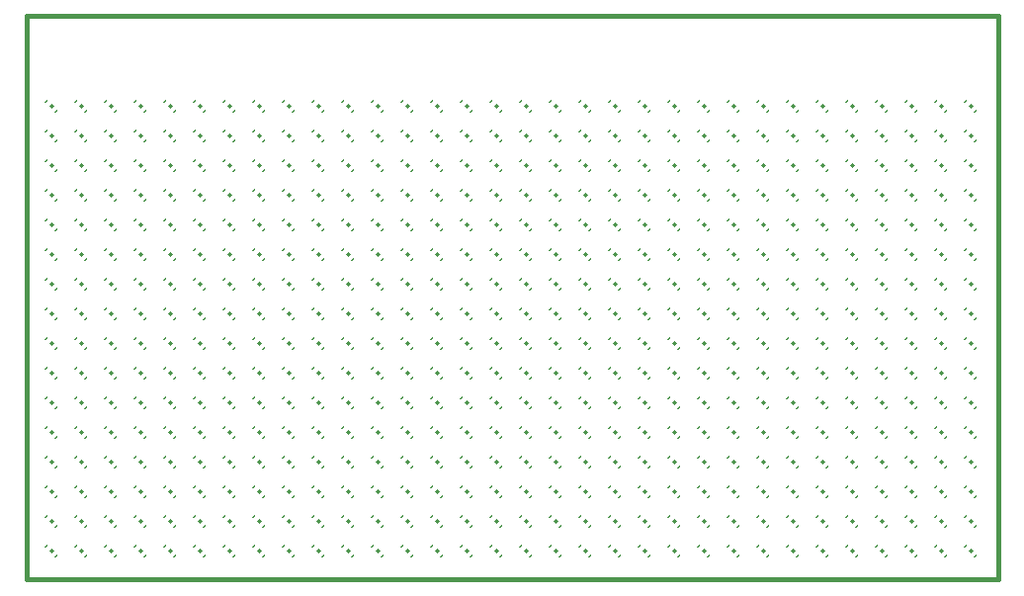
<source format=gto>
G75*
G70*
%OFA0B0*%
%FSLAX24Y24*%
%IPPOS*%
%LPD*%
%AMOC8*
5,1,8,0,0,1.08239X$1,22.5*
%
%ADD10C,0.0160*%
%ADD11R,0.0059X0.0118*%
%ADD12R,0.0118X0.0118*%
D10*
X000187Y000189D02*
X000187Y019189D01*
X032937Y019189D01*
X032937Y000189D01*
X000187Y000189D01*
D11*
G36*
X001208Y001042D02*
X001249Y001001D01*
X001166Y000918D01*
X001125Y000959D01*
X001208Y001042D01*
G37*
G36*
X000874Y001377D02*
X000915Y001336D01*
X000832Y001253D01*
X000791Y001294D01*
X000874Y001377D01*
G37*
G36*
X001208Y002042D02*
X001249Y002001D01*
X001166Y001918D01*
X001125Y001959D01*
X001208Y002042D01*
G37*
G36*
X000874Y002377D02*
X000915Y002336D01*
X000832Y002253D01*
X000791Y002294D01*
X000874Y002377D01*
G37*
G36*
X001208Y003042D02*
X001249Y003001D01*
X001166Y002918D01*
X001125Y002959D01*
X001208Y003042D01*
G37*
G36*
X000874Y003377D02*
X000915Y003336D01*
X000832Y003253D01*
X000791Y003294D01*
X000874Y003377D01*
G37*
G36*
X001208Y004042D02*
X001249Y004001D01*
X001166Y003918D01*
X001125Y003959D01*
X001208Y004042D01*
G37*
G36*
X000874Y004377D02*
X000915Y004336D01*
X000832Y004253D01*
X000791Y004294D01*
X000874Y004377D01*
G37*
G36*
X001208Y005042D02*
X001249Y005001D01*
X001166Y004918D01*
X001125Y004959D01*
X001208Y005042D01*
G37*
G36*
X000874Y005377D02*
X000915Y005336D01*
X000832Y005253D01*
X000791Y005294D01*
X000874Y005377D01*
G37*
G36*
X001208Y006042D02*
X001249Y006001D01*
X001166Y005918D01*
X001125Y005959D01*
X001208Y006042D01*
G37*
G36*
X000874Y006377D02*
X000915Y006336D01*
X000832Y006253D01*
X000791Y006294D01*
X000874Y006377D01*
G37*
G36*
X001874Y006377D02*
X001915Y006336D01*
X001832Y006253D01*
X001791Y006294D01*
X001874Y006377D01*
G37*
G36*
X002208Y006042D02*
X002249Y006001D01*
X002166Y005918D01*
X002125Y005959D01*
X002208Y006042D01*
G37*
G36*
X002874Y006377D02*
X002915Y006336D01*
X002832Y006253D01*
X002791Y006294D01*
X002874Y006377D01*
G37*
G36*
X003208Y006042D02*
X003249Y006001D01*
X003166Y005918D01*
X003125Y005959D01*
X003208Y006042D01*
G37*
G36*
X003874Y006377D02*
X003915Y006336D01*
X003832Y006253D01*
X003791Y006294D01*
X003874Y006377D01*
G37*
G36*
X004208Y006042D02*
X004249Y006001D01*
X004166Y005918D01*
X004125Y005959D01*
X004208Y006042D01*
G37*
G36*
X004874Y006377D02*
X004915Y006336D01*
X004832Y006253D01*
X004791Y006294D01*
X004874Y006377D01*
G37*
G36*
X005208Y006042D02*
X005249Y006001D01*
X005166Y005918D01*
X005125Y005959D01*
X005208Y006042D01*
G37*
G36*
X005874Y006377D02*
X005915Y006336D01*
X005832Y006253D01*
X005791Y006294D01*
X005874Y006377D01*
G37*
G36*
X006208Y006042D02*
X006249Y006001D01*
X006166Y005918D01*
X006125Y005959D01*
X006208Y006042D01*
G37*
G36*
X006874Y006377D02*
X006915Y006336D01*
X006832Y006253D01*
X006791Y006294D01*
X006874Y006377D01*
G37*
G36*
X007208Y006042D02*
X007249Y006001D01*
X007166Y005918D01*
X007125Y005959D01*
X007208Y006042D01*
G37*
G36*
X007874Y006377D02*
X007915Y006336D01*
X007832Y006253D01*
X007791Y006294D01*
X007874Y006377D01*
G37*
G36*
X008208Y006042D02*
X008249Y006001D01*
X008166Y005918D01*
X008125Y005959D01*
X008208Y006042D01*
G37*
G36*
X008874Y006377D02*
X008915Y006336D01*
X008832Y006253D01*
X008791Y006294D01*
X008874Y006377D01*
G37*
G36*
X009208Y006042D02*
X009249Y006001D01*
X009166Y005918D01*
X009125Y005959D01*
X009208Y006042D01*
G37*
G36*
X009874Y006377D02*
X009915Y006336D01*
X009832Y006253D01*
X009791Y006294D01*
X009874Y006377D01*
G37*
G36*
X010208Y006042D02*
X010249Y006001D01*
X010166Y005918D01*
X010125Y005959D01*
X010208Y006042D01*
G37*
G36*
X010874Y006377D02*
X010915Y006336D01*
X010832Y006253D01*
X010791Y006294D01*
X010874Y006377D01*
G37*
G36*
X011208Y006042D02*
X011249Y006001D01*
X011166Y005918D01*
X011125Y005959D01*
X011208Y006042D01*
G37*
G36*
X011874Y006377D02*
X011915Y006336D01*
X011832Y006253D01*
X011791Y006294D01*
X011874Y006377D01*
G37*
G36*
X012208Y006042D02*
X012249Y006001D01*
X012166Y005918D01*
X012125Y005959D01*
X012208Y006042D01*
G37*
G36*
X012874Y006377D02*
X012915Y006336D01*
X012832Y006253D01*
X012791Y006294D01*
X012874Y006377D01*
G37*
G36*
X013208Y006042D02*
X013249Y006001D01*
X013166Y005918D01*
X013125Y005959D01*
X013208Y006042D01*
G37*
G36*
X013874Y006377D02*
X013915Y006336D01*
X013832Y006253D01*
X013791Y006294D01*
X013874Y006377D01*
G37*
G36*
X014208Y006042D02*
X014249Y006001D01*
X014166Y005918D01*
X014125Y005959D01*
X014208Y006042D01*
G37*
G36*
X014874Y006377D02*
X014915Y006336D01*
X014832Y006253D01*
X014791Y006294D01*
X014874Y006377D01*
G37*
G36*
X015208Y006042D02*
X015249Y006001D01*
X015166Y005918D01*
X015125Y005959D01*
X015208Y006042D01*
G37*
G36*
X015874Y006377D02*
X015915Y006336D01*
X015832Y006253D01*
X015791Y006294D01*
X015874Y006377D01*
G37*
G36*
X016208Y006042D02*
X016249Y006001D01*
X016166Y005918D01*
X016125Y005959D01*
X016208Y006042D01*
G37*
G36*
X016874Y006377D02*
X016915Y006336D01*
X016832Y006253D01*
X016791Y006294D01*
X016874Y006377D01*
G37*
G36*
X017208Y006042D02*
X017249Y006001D01*
X017166Y005918D01*
X017125Y005959D01*
X017208Y006042D01*
G37*
G36*
X017874Y006377D02*
X017915Y006336D01*
X017832Y006253D01*
X017791Y006294D01*
X017874Y006377D01*
G37*
G36*
X018208Y006042D02*
X018249Y006001D01*
X018166Y005918D01*
X018125Y005959D01*
X018208Y006042D01*
G37*
G36*
X018874Y006377D02*
X018915Y006336D01*
X018832Y006253D01*
X018791Y006294D01*
X018874Y006377D01*
G37*
G36*
X019208Y006042D02*
X019249Y006001D01*
X019166Y005918D01*
X019125Y005959D01*
X019208Y006042D01*
G37*
G36*
X019874Y006377D02*
X019915Y006336D01*
X019832Y006253D01*
X019791Y006294D01*
X019874Y006377D01*
G37*
G36*
X020208Y006042D02*
X020249Y006001D01*
X020166Y005918D01*
X020125Y005959D01*
X020208Y006042D01*
G37*
G36*
X020874Y006377D02*
X020915Y006336D01*
X020832Y006253D01*
X020791Y006294D01*
X020874Y006377D01*
G37*
G36*
X021208Y006042D02*
X021249Y006001D01*
X021166Y005918D01*
X021125Y005959D01*
X021208Y006042D01*
G37*
G36*
X021874Y006377D02*
X021915Y006336D01*
X021832Y006253D01*
X021791Y006294D01*
X021874Y006377D01*
G37*
G36*
X022208Y006042D02*
X022249Y006001D01*
X022166Y005918D01*
X022125Y005959D01*
X022208Y006042D01*
G37*
G36*
X022874Y006377D02*
X022915Y006336D01*
X022832Y006253D01*
X022791Y006294D01*
X022874Y006377D01*
G37*
G36*
X023208Y006042D02*
X023249Y006001D01*
X023166Y005918D01*
X023125Y005959D01*
X023208Y006042D01*
G37*
G36*
X023874Y006377D02*
X023915Y006336D01*
X023832Y006253D01*
X023791Y006294D01*
X023874Y006377D01*
G37*
G36*
X024208Y006042D02*
X024249Y006001D01*
X024166Y005918D01*
X024125Y005959D01*
X024208Y006042D01*
G37*
G36*
X024874Y006377D02*
X024915Y006336D01*
X024832Y006253D01*
X024791Y006294D01*
X024874Y006377D01*
G37*
G36*
X025208Y006042D02*
X025249Y006001D01*
X025166Y005918D01*
X025125Y005959D01*
X025208Y006042D01*
G37*
G36*
X025874Y006377D02*
X025915Y006336D01*
X025832Y006253D01*
X025791Y006294D01*
X025874Y006377D01*
G37*
G36*
X026208Y006042D02*
X026249Y006001D01*
X026166Y005918D01*
X026125Y005959D01*
X026208Y006042D01*
G37*
G36*
X026874Y006377D02*
X026915Y006336D01*
X026832Y006253D01*
X026791Y006294D01*
X026874Y006377D01*
G37*
G36*
X027208Y006042D02*
X027249Y006001D01*
X027166Y005918D01*
X027125Y005959D01*
X027208Y006042D01*
G37*
G36*
X027874Y006377D02*
X027915Y006336D01*
X027832Y006253D01*
X027791Y006294D01*
X027874Y006377D01*
G37*
G36*
X028208Y006042D02*
X028249Y006001D01*
X028166Y005918D01*
X028125Y005959D01*
X028208Y006042D01*
G37*
G36*
X028874Y006377D02*
X028915Y006336D01*
X028832Y006253D01*
X028791Y006294D01*
X028874Y006377D01*
G37*
G36*
X029208Y006042D02*
X029249Y006001D01*
X029166Y005918D01*
X029125Y005959D01*
X029208Y006042D01*
G37*
G36*
X029874Y006377D02*
X029915Y006336D01*
X029832Y006253D01*
X029791Y006294D01*
X029874Y006377D01*
G37*
G36*
X030208Y006042D02*
X030249Y006001D01*
X030166Y005918D01*
X030125Y005959D01*
X030208Y006042D01*
G37*
G36*
X030874Y006377D02*
X030915Y006336D01*
X030832Y006253D01*
X030791Y006294D01*
X030874Y006377D01*
G37*
G36*
X031208Y006042D02*
X031249Y006001D01*
X031166Y005918D01*
X031125Y005959D01*
X031208Y006042D01*
G37*
G36*
X031874Y006377D02*
X031915Y006336D01*
X031832Y006253D01*
X031791Y006294D01*
X031874Y006377D01*
G37*
G36*
X032208Y006042D02*
X032249Y006001D01*
X032166Y005918D01*
X032125Y005959D01*
X032208Y006042D01*
G37*
G36*
X031874Y005377D02*
X031915Y005336D01*
X031832Y005253D01*
X031791Y005294D01*
X031874Y005377D01*
G37*
G36*
X032208Y005042D02*
X032249Y005001D01*
X032166Y004918D01*
X032125Y004959D01*
X032208Y005042D01*
G37*
G36*
X031208Y005042D02*
X031249Y005001D01*
X031166Y004918D01*
X031125Y004959D01*
X031208Y005042D01*
G37*
G36*
X030874Y005377D02*
X030915Y005336D01*
X030832Y005253D01*
X030791Y005294D01*
X030874Y005377D01*
G37*
G36*
X030208Y005042D02*
X030249Y005001D01*
X030166Y004918D01*
X030125Y004959D01*
X030208Y005042D01*
G37*
G36*
X029874Y005377D02*
X029915Y005336D01*
X029832Y005253D01*
X029791Y005294D01*
X029874Y005377D01*
G37*
G36*
X029208Y005042D02*
X029249Y005001D01*
X029166Y004918D01*
X029125Y004959D01*
X029208Y005042D01*
G37*
G36*
X028874Y005377D02*
X028915Y005336D01*
X028832Y005253D01*
X028791Y005294D01*
X028874Y005377D01*
G37*
G36*
X028208Y005042D02*
X028249Y005001D01*
X028166Y004918D01*
X028125Y004959D01*
X028208Y005042D01*
G37*
G36*
X027874Y005377D02*
X027915Y005336D01*
X027832Y005253D01*
X027791Y005294D01*
X027874Y005377D01*
G37*
G36*
X027208Y005042D02*
X027249Y005001D01*
X027166Y004918D01*
X027125Y004959D01*
X027208Y005042D01*
G37*
G36*
X026874Y005377D02*
X026915Y005336D01*
X026832Y005253D01*
X026791Y005294D01*
X026874Y005377D01*
G37*
G36*
X026208Y005042D02*
X026249Y005001D01*
X026166Y004918D01*
X026125Y004959D01*
X026208Y005042D01*
G37*
G36*
X025874Y005377D02*
X025915Y005336D01*
X025832Y005253D01*
X025791Y005294D01*
X025874Y005377D01*
G37*
G36*
X025208Y005042D02*
X025249Y005001D01*
X025166Y004918D01*
X025125Y004959D01*
X025208Y005042D01*
G37*
G36*
X024874Y005377D02*
X024915Y005336D01*
X024832Y005253D01*
X024791Y005294D01*
X024874Y005377D01*
G37*
G36*
X024208Y005042D02*
X024249Y005001D01*
X024166Y004918D01*
X024125Y004959D01*
X024208Y005042D01*
G37*
G36*
X023874Y005377D02*
X023915Y005336D01*
X023832Y005253D01*
X023791Y005294D01*
X023874Y005377D01*
G37*
G36*
X023208Y005042D02*
X023249Y005001D01*
X023166Y004918D01*
X023125Y004959D01*
X023208Y005042D01*
G37*
G36*
X022874Y005377D02*
X022915Y005336D01*
X022832Y005253D01*
X022791Y005294D01*
X022874Y005377D01*
G37*
G36*
X022208Y005042D02*
X022249Y005001D01*
X022166Y004918D01*
X022125Y004959D01*
X022208Y005042D01*
G37*
G36*
X021874Y005377D02*
X021915Y005336D01*
X021832Y005253D01*
X021791Y005294D01*
X021874Y005377D01*
G37*
G36*
X021208Y005042D02*
X021249Y005001D01*
X021166Y004918D01*
X021125Y004959D01*
X021208Y005042D01*
G37*
G36*
X020874Y005377D02*
X020915Y005336D01*
X020832Y005253D01*
X020791Y005294D01*
X020874Y005377D01*
G37*
G36*
X020208Y005042D02*
X020249Y005001D01*
X020166Y004918D01*
X020125Y004959D01*
X020208Y005042D01*
G37*
G36*
X019874Y005377D02*
X019915Y005336D01*
X019832Y005253D01*
X019791Y005294D01*
X019874Y005377D01*
G37*
G36*
X019208Y005042D02*
X019249Y005001D01*
X019166Y004918D01*
X019125Y004959D01*
X019208Y005042D01*
G37*
G36*
X018874Y005377D02*
X018915Y005336D01*
X018832Y005253D01*
X018791Y005294D01*
X018874Y005377D01*
G37*
G36*
X018208Y005042D02*
X018249Y005001D01*
X018166Y004918D01*
X018125Y004959D01*
X018208Y005042D01*
G37*
G36*
X017874Y005377D02*
X017915Y005336D01*
X017832Y005253D01*
X017791Y005294D01*
X017874Y005377D01*
G37*
G36*
X017208Y005042D02*
X017249Y005001D01*
X017166Y004918D01*
X017125Y004959D01*
X017208Y005042D01*
G37*
G36*
X016874Y005377D02*
X016915Y005336D01*
X016832Y005253D01*
X016791Y005294D01*
X016874Y005377D01*
G37*
G36*
X016208Y005042D02*
X016249Y005001D01*
X016166Y004918D01*
X016125Y004959D01*
X016208Y005042D01*
G37*
G36*
X015874Y005377D02*
X015915Y005336D01*
X015832Y005253D01*
X015791Y005294D01*
X015874Y005377D01*
G37*
G36*
X015208Y005042D02*
X015249Y005001D01*
X015166Y004918D01*
X015125Y004959D01*
X015208Y005042D01*
G37*
G36*
X014874Y005377D02*
X014915Y005336D01*
X014832Y005253D01*
X014791Y005294D01*
X014874Y005377D01*
G37*
G36*
X014208Y005042D02*
X014249Y005001D01*
X014166Y004918D01*
X014125Y004959D01*
X014208Y005042D01*
G37*
G36*
X013874Y005377D02*
X013915Y005336D01*
X013832Y005253D01*
X013791Y005294D01*
X013874Y005377D01*
G37*
G36*
X013208Y005042D02*
X013249Y005001D01*
X013166Y004918D01*
X013125Y004959D01*
X013208Y005042D01*
G37*
G36*
X012874Y005377D02*
X012915Y005336D01*
X012832Y005253D01*
X012791Y005294D01*
X012874Y005377D01*
G37*
G36*
X012208Y005042D02*
X012249Y005001D01*
X012166Y004918D01*
X012125Y004959D01*
X012208Y005042D01*
G37*
G36*
X011874Y005377D02*
X011915Y005336D01*
X011832Y005253D01*
X011791Y005294D01*
X011874Y005377D01*
G37*
G36*
X011208Y005042D02*
X011249Y005001D01*
X011166Y004918D01*
X011125Y004959D01*
X011208Y005042D01*
G37*
G36*
X010874Y005377D02*
X010915Y005336D01*
X010832Y005253D01*
X010791Y005294D01*
X010874Y005377D01*
G37*
G36*
X010208Y005042D02*
X010249Y005001D01*
X010166Y004918D01*
X010125Y004959D01*
X010208Y005042D01*
G37*
G36*
X009874Y005377D02*
X009915Y005336D01*
X009832Y005253D01*
X009791Y005294D01*
X009874Y005377D01*
G37*
G36*
X009208Y005042D02*
X009249Y005001D01*
X009166Y004918D01*
X009125Y004959D01*
X009208Y005042D01*
G37*
G36*
X008874Y005377D02*
X008915Y005336D01*
X008832Y005253D01*
X008791Y005294D01*
X008874Y005377D01*
G37*
G36*
X008208Y005042D02*
X008249Y005001D01*
X008166Y004918D01*
X008125Y004959D01*
X008208Y005042D01*
G37*
G36*
X007874Y005377D02*
X007915Y005336D01*
X007832Y005253D01*
X007791Y005294D01*
X007874Y005377D01*
G37*
G36*
X007208Y005042D02*
X007249Y005001D01*
X007166Y004918D01*
X007125Y004959D01*
X007208Y005042D01*
G37*
G36*
X006874Y005377D02*
X006915Y005336D01*
X006832Y005253D01*
X006791Y005294D01*
X006874Y005377D01*
G37*
G36*
X006208Y005042D02*
X006249Y005001D01*
X006166Y004918D01*
X006125Y004959D01*
X006208Y005042D01*
G37*
G36*
X005874Y005377D02*
X005915Y005336D01*
X005832Y005253D01*
X005791Y005294D01*
X005874Y005377D01*
G37*
G36*
X005208Y005042D02*
X005249Y005001D01*
X005166Y004918D01*
X005125Y004959D01*
X005208Y005042D01*
G37*
G36*
X004874Y005377D02*
X004915Y005336D01*
X004832Y005253D01*
X004791Y005294D01*
X004874Y005377D01*
G37*
G36*
X004208Y005042D02*
X004249Y005001D01*
X004166Y004918D01*
X004125Y004959D01*
X004208Y005042D01*
G37*
G36*
X003874Y005377D02*
X003915Y005336D01*
X003832Y005253D01*
X003791Y005294D01*
X003874Y005377D01*
G37*
G36*
X003208Y005042D02*
X003249Y005001D01*
X003166Y004918D01*
X003125Y004959D01*
X003208Y005042D01*
G37*
G36*
X002874Y005377D02*
X002915Y005336D01*
X002832Y005253D01*
X002791Y005294D01*
X002874Y005377D01*
G37*
G36*
X002208Y005042D02*
X002249Y005001D01*
X002166Y004918D01*
X002125Y004959D01*
X002208Y005042D01*
G37*
G36*
X001874Y005377D02*
X001915Y005336D01*
X001832Y005253D01*
X001791Y005294D01*
X001874Y005377D01*
G37*
G36*
X001874Y004377D02*
X001915Y004336D01*
X001832Y004253D01*
X001791Y004294D01*
X001874Y004377D01*
G37*
G36*
X002208Y004042D02*
X002249Y004001D01*
X002166Y003918D01*
X002125Y003959D01*
X002208Y004042D01*
G37*
G36*
X002874Y004377D02*
X002915Y004336D01*
X002832Y004253D01*
X002791Y004294D01*
X002874Y004377D01*
G37*
G36*
X003208Y004042D02*
X003249Y004001D01*
X003166Y003918D01*
X003125Y003959D01*
X003208Y004042D01*
G37*
G36*
X003874Y004377D02*
X003915Y004336D01*
X003832Y004253D01*
X003791Y004294D01*
X003874Y004377D01*
G37*
G36*
X004208Y004042D02*
X004249Y004001D01*
X004166Y003918D01*
X004125Y003959D01*
X004208Y004042D01*
G37*
G36*
X004874Y004377D02*
X004915Y004336D01*
X004832Y004253D01*
X004791Y004294D01*
X004874Y004377D01*
G37*
G36*
X005208Y004042D02*
X005249Y004001D01*
X005166Y003918D01*
X005125Y003959D01*
X005208Y004042D01*
G37*
G36*
X005874Y004377D02*
X005915Y004336D01*
X005832Y004253D01*
X005791Y004294D01*
X005874Y004377D01*
G37*
G36*
X006208Y004042D02*
X006249Y004001D01*
X006166Y003918D01*
X006125Y003959D01*
X006208Y004042D01*
G37*
G36*
X006874Y004377D02*
X006915Y004336D01*
X006832Y004253D01*
X006791Y004294D01*
X006874Y004377D01*
G37*
G36*
X007208Y004042D02*
X007249Y004001D01*
X007166Y003918D01*
X007125Y003959D01*
X007208Y004042D01*
G37*
G36*
X007874Y004377D02*
X007915Y004336D01*
X007832Y004253D01*
X007791Y004294D01*
X007874Y004377D01*
G37*
G36*
X008208Y004042D02*
X008249Y004001D01*
X008166Y003918D01*
X008125Y003959D01*
X008208Y004042D01*
G37*
G36*
X008874Y004377D02*
X008915Y004336D01*
X008832Y004253D01*
X008791Y004294D01*
X008874Y004377D01*
G37*
G36*
X009208Y004042D02*
X009249Y004001D01*
X009166Y003918D01*
X009125Y003959D01*
X009208Y004042D01*
G37*
G36*
X009874Y004377D02*
X009915Y004336D01*
X009832Y004253D01*
X009791Y004294D01*
X009874Y004377D01*
G37*
G36*
X010208Y004042D02*
X010249Y004001D01*
X010166Y003918D01*
X010125Y003959D01*
X010208Y004042D01*
G37*
G36*
X010874Y004377D02*
X010915Y004336D01*
X010832Y004253D01*
X010791Y004294D01*
X010874Y004377D01*
G37*
G36*
X011208Y004042D02*
X011249Y004001D01*
X011166Y003918D01*
X011125Y003959D01*
X011208Y004042D01*
G37*
G36*
X011874Y004377D02*
X011915Y004336D01*
X011832Y004253D01*
X011791Y004294D01*
X011874Y004377D01*
G37*
G36*
X012208Y004042D02*
X012249Y004001D01*
X012166Y003918D01*
X012125Y003959D01*
X012208Y004042D01*
G37*
G36*
X012874Y004377D02*
X012915Y004336D01*
X012832Y004253D01*
X012791Y004294D01*
X012874Y004377D01*
G37*
G36*
X013208Y004042D02*
X013249Y004001D01*
X013166Y003918D01*
X013125Y003959D01*
X013208Y004042D01*
G37*
G36*
X013874Y004377D02*
X013915Y004336D01*
X013832Y004253D01*
X013791Y004294D01*
X013874Y004377D01*
G37*
G36*
X014208Y004042D02*
X014249Y004001D01*
X014166Y003918D01*
X014125Y003959D01*
X014208Y004042D01*
G37*
G36*
X014874Y004377D02*
X014915Y004336D01*
X014832Y004253D01*
X014791Y004294D01*
X014874Y004377D01*
G37*
G36*
X015208Y004042D02*
X015249Y004001D01*
X015166Y003918D01*
X015125Y003959D01*
X015208Y004042D01*
G37*
G36*
X015874Y004377D02*
X015915Y004336D01*
X015832Y004253D01*
X015791Y004294D01*
X015874Y004377D01*
G37*
G36*
X016208Y004042D02*
X016249Y004001D01*
X016166Y003918D01*
X016125Y003959D01*
X016208Y004042D01*
G37*
G36*
X016874Y004377D02*
X016915Y004336D01*
X016832Y004253D01*
X016791Y004294D01*
X016874Y004377D01*
G37*
G36*
X017208Y004042D02*
X017249Y004001D01*
X017166Y003918D01*
X017125Y003959D01*
X017208Y004042D01*
G37*
G36*
X017874Y004377D02*
X017915Y004336D01*
X017832Y004253D01*
X017791Y004294D01*
X017874Y004377D01*
G37*
G36*
X018208Y004042D02*
X018249Y004001D01*
X018166Y003918D01*
X018125Y003959D01*
X018208Y004042D01*
G37*
G36*
X018874Y004377D02*
X018915Y004336D01*
X018832Y004253D01*
X018791Y004294D01*
X018874Y004377D01*
G37*
G36*
X019208Y004042D02*
X019249Y004001D01*
X019166Y003918D01*
X019125Y003959D01*
X019208Y004042D01*
G37*
G36*
X019874Y004377D02*
X019915Y004336D01*
X019832Y004253D01*
X019791Y004294D01*
X019874Y004377D01*
G37*
G36*
X020208Y004042D02*
X020249Y004001D01*
X020166Y003918D01*
X020125Y003959D01*
X020208Y004042D01*
G37*
G36*
X020874Y004377D02*
X020915Y004336D01*
X020832Y004253D01*
X020791Y004294D01*
X020874Y004377D01*
G37*
G36*
X021208Y004042D02*
X021249Y004001D01*
X021166Y003918D01*
X021125Y003959D01*
X021208Y004042D01*
G37*
G36*
X021874Y004377D02*
X021915Y004336D01*
X021832Y004253D01*
X021791Y004294D01*
X021874Y004377D01*
G37*
G36*
X022208Y004042D02*
X022249Y004001D01*
X022166Y003918D01*
X022125Y003959D01*
X022208Y004042D01*
G37*
G36*
X022874Y004377D02*
X022915Y004336D01*
X022832Y004253D01*
X022791Y004294D01*
X022874Y004377D01*
G37*
G36*
X023208Y004042D02*
X023249Y004001D01*
X023166Y003918D01*
X023125Y003959D01*
X023208Y004042D01*
G37*
G36*
X023874Y004377D02*
X023915Y004336D01*
X023832Y004253D01*
X023791Y004294D01*
X023874Y004377D01*
G37*
G36*
X024208Y004042D02*
X024249Y004001D01*
X024166Y003918D01*
X024125Y003959D01*
X024208Y004042D01*
G37*
G36*
X024874Y004377D02*
X024915Y004336D01*
X024832Y004253D01*
X024791Y004294D01*
X024874Y004377D01*
G37*
G36*
X025208Y004042D02*
X025249Y004001D01*
X025166Y003918D01*
X025125Y003959D01*
X025208Y004042D01*
G37*
G36*
X025874Y004377D02*
X025915Y004336D01*
X025832Y004253D01*
X025791Y004294D01*
X025874Y004377D01*
G37*
G36*
X026208Y004042D02*
X026249Y004001D01*
X026166Y003918D01*
X026125Y003959D01*
X026208Y004042D01*
G37*
G36*
X026874Y004377D02*
X026915Y004336D01*
X026832Y004253D01*
X026791Y004294D01*
X026874Y004377D01*
G37*
G36*
X027208Y004042D02*
X027249Y004001D01*
X027166Y003918D01*
X027125Y003959D01*
X027208Y004042D01*
G37*
G36*
X027874Y004377D02*
X027915Y004336D01*
X027832Y004253D01*
X027791Y004294D01*
X027874Y004377D01*
G37*
G36*
X028208Y004042D02*
X028249Y004001D01*
X028166Y003918D01*
X028125Y003959D01*
X028208Y004042D01*
G37*
G36*
X028874Y004377D02*
X028915Y004336D01*
X028832Y004253D01*
X028791Y004294D01*
X028874Y004377D01*
G37*
G36*
X029208Y004042D02*
X029249Y004001D01*
X029166Y003918D01*
X029125Y003959D01*
X029208Y004042D01*
G37*
G36*
X029874Y004377D02*
X029915Y004336D01*
X029832Y004253D01*
X029791Y004294D01*
X029874Y004377D01*
G37*
G36*
X030208Y004042D02*
X030249Y004001D01*
X030166Y003918D01*
X030125Y003959D01*
X030208Y004042D01*
G37*
G36*
X030874Y004377D02*
X030915Y004336D01*
X030832Y004253D01*
X030791Y004294D01*
X030874Y004377D01*
G37*
G36*
X031208Y004042D02*
X031249Y004001D01*
X031166Y003918D01*
X031125Y003959D01*
X031208Y004042D01*
G37*
G36*
X031874Y004377D02*
X031915Y004336D01*
X031832Y004253D01*
X031791Y004294D01*
X031874Y004377D01*
G37*
G36*
X032208Y004042D02*
X032249Y004001D01*
X032166Y003918D01*
X032125Y003959D01*
X032208Y004042D01*
G37*
G36*
X031874Y003377D02*
X031915Y003336D01*
X031832Y003253D01*
X031791Y003294D01*
X031874Y003377D01*
G37*
G36*
X032208Y003042D02*
X032249Y003001D01*
X032166Y002918D01*
X032125Y002959D01*
X032208Y003042D01*
G37*
G36*
X031208Y003042D02*
X031249Y003001D01*
X031166Y002918D01*
X031125Y002959D01*
X031208Y003042D01*
G37*
G36*
X030874Y003377D02*
X030915Y003336D01*
X030832Y003253D01*
X030791Y003294D01*
X030874Y003377D01*
G37*
G36*
X030208Y003042D02*
X030249Y003001D01*
X030166Y002918D01*
X030125Y002959D01*
X030208Y003042D01*
G37*
G36*
X029874Y003377D02*
X029915Y003336D01*
X029832Y003253D01*
X029791Y003294D01*
X029874Y003377D01*
G37*
G36*
X029208Y003042D02*
X029249Y003001D01*
X029166Y002918D01*
X029125Y002959D01*
X029208Y003042D01*
G37*
G36*
X028874Y003377D02*
X028915Y003336D01*
X028832Y003253D01*
X028791Y003294D01*
X028874Y003377D01*
G37*
G36*
X028208Y003042D02*
X028249Y003001D01*
X028166Y002918D01*
X028125Y002959D01*
X028208Y003042D01*
G37*
G36*
X027874Y003377D02*
X027915Y003336D01*
X027832Y003253D01*
X027791Y003294D01*
X027874Y003377D01*
G37*
G36*
X027208Y003042D02*
X027249Y003001D01*
X027166Y002918D01*
X027125Y002959D01*
X027208Y003042D01*
G37*
G36*
X026874Y003377D02*
X026915Y003336D01*
X026832Y003253D01*
X026791Y003294D01*
X026874Y003377D01*
G37*
G36*
X026208Y003042D02*
X026249Y003001D01*
X026166Y002918D01*
X026125Y002959D01*
X026208Y003042D01*
G37*
G36*
X025874Y003377D02*
X025915Y003336D01*
X025832Y003253D01*
X025791Y003294D01*
X025874Y003377D01*
G37*
G36*
X025208Y003042D02*
X025249Y003001D01*
X025166Y002918D01*
X025125Y002959D01*
X025208Y003042D01*
G37*
G36*
X024874Y003377D02*
X024915Y003336D01*
X024832Y003253D01*
X024791Y003294D01*
X024874Y003377D01*
G37*
G36*
X024208Y003042D02*
X024249Y003001D01*
X024166Y002918D01*
X024125Y002959D01*
X024208Y003042D01*
G37*
G36*
X023874Y003377D02*
X023915Y003336D01*
X023832Y003253D01*
X023791Y003294D01*
X023874Y003377D01*
G37*
G36*
X023208Y003042D02*
X023249Y003001D01*
X023166Y002918D01*
X023125Y002959D01*
X023208Y003042D01*
G37*
G36*
X022874Y003377D02*
X022915Y003336D01*
X022832Y003253D01*
X022791Y003294D01*
X022874Y003377D01*
G37*
G36*
X022208Y003042D02*
X022249Y003001D01*
X022166Y002918D01*
X022125Y002959D01*
X022208Y003042D01*
G37*
G36*
X021874Y003377D02*
X021915Y003336D01*
X021832Y003253D01*
X021791Y003294D01*
X021874Y003377D01*
G37*
G36*
X021208Y003042D02*
X021249Y003001D01*
X021166Y002918D01*
X021125Y002959D01*
X021208Y003042D01*
G37*
G36*
X020874Y003377D02*
X020915Y003336D01*
X020832Y003253D01*
X020791Y003294D01*
X020874Y003377D01*
G37*
G36*
X020208Y003042D02*
X020249Y003001D01*
X020166Y002918D01*
X020125Y002959D01*
X020208Y003042D01*
G37*
G36*
X019874Y003377D02*
X019915Y003336D01*
X019832Y003253D01*
X019791Y003294D01*
X019874Y003377D01*
G37*
G36*
X019208Y003042D02*
X019249Y003001D01*
X019166Y002918D01*
X019125Y002959D01*
X019208Y003042D01*
G37*
G36*
X018874Y003377D02*
X018915Y003336D01*
X018832Y003253D01*
X018791Y003294D01*
X018874Y003377D01*
G37*
G36*
X018208Y003042D02*
X018249Y003001D01*
X018166Y002918D01*
X018125Y002959D01*
X018208Y003042D01*
G37*
G36*
X017874Y003377D02*
X017915Y003336D01*
X017832Y003253D01*
X017791Y003294D01*
X017874Y003377D01*
G37*
G36*
X017208Y003042D02*
X017249Y003001D01*
X017166Y002918D01*
X017125Y002959D01*
X017208Y003042D01*
G37*
G36*
X016874Y003377D02*
X016915Y003336D01*
X016832Y003253D01*
X016791Y003294D01*
X016874Y003377D01*
G37*
G36*
X016208Y003042D02*
X016249Y003001D01*
X016166Y002918D01*
X016125Y002959D01*
X016208Y003042D01*
G37*
G36*
X015874Y003377D02*
X015915Y003336D01*
X015832Y003253D01*
X015791Y003294D01*
X015874Y003377D01*
G37*
G36*
X015208Y003042D02*
X015249Y003001D01*
X015166Y002918D01*
X015125Y002959D01*
X015208Y003042D01*
G37*
G36*
X014874Y003377D02*
X014915Y003336D01*
X014832Y003253D01*
X014791Y003294D01*
X014874Y003377D01*
G37*
G36*
X014208Y003042D02*
X014249Y003001D01*
X014166Y002918D01*
X014125Y002959D01*
X014208Y003042D01*
G37*
G36*
X013874Y003377D02*
X013915Y003336D01*
X013832Y003253D01*
X013791Y003294D01*
X013874Y003377D01*
G37*
G36*
X013208Y003042D02*
X013249Y003001D01*
X013166Y002918D01*
X013125Y002959D01*
X013208Y003042D01*
G37*
G36*
X012874Y003377D02*
X012915Y003336D01*
X012832Y003253D01*
X012791Y003294D01*
X012874Y003377D01*
G37*
G36*
X012208Y003042D02*
X012249Y003001D01*
X012166Y002918D01*
X012125Y002959D01*
X012208Y003042D01*
G37*
G36*
X011874Y003377D02*
X011915Y003336D01*
X011832Y003253D01*
X011791Y003294D01*
X011874Y003377D01*
G37*
G36*
X011208Y003042D02*
X011249Y003001D01*
X011166Y002918D01*
X011125Y002959D01*
X011208Y003042D01*
G37*
G36*
X010874Y003377D02*
X010915Y003336D01*
X010832Y003253D01*
X010791Y003294D01*
X010874Y003377D01*
G37*
G36*
X010208Y003042D02*
X010249Y003001D01*
X010166Y002918D01*
X010125Y002959D01*
X010208Y003042D01*
G37*
G36*
X009874Y003377D02*
X009915Y003336D01*
X009832Y003253D01*
X009791Y003294D01*
X009874Y003377D01*
G37*
G36*
X009208Y003042D02*
X009249Y003001D01*
X009166Y002918D01*
X009125Y002959D01*
X009208Y003042D01*
G37*
G36*
X008874Y003377D02*
X008915Y003336D01*
X008832Y003253D01*
X008791Y003294D01*
X008874Y003377D01*
G37*
G36*
X008208Y003042D02*
X008249Y003001D01*
X008166Y002918D01*
X008125Y002959D01*
X008208Y003042D01*
G37*
G36*
X007874Y003377D02*
X007915Y003336D01*
X007832Y003253D01*
X007791Y003294D01*
X007874Y003377D01*
G37*
G36*
X007208Y003042D02*
X007249Y003001D01*
X007166Y002918D01*
X007125Y002959D01*
X007208Y003042D01*
G37*
G36*
X006874Y003377D02*
X006915Y003336D01*
X006832Y003253D01*
X006791Y003294D01*
X006874Y003377D01*
G37*
G36*
X006208Y003042D02*
X006249Y003001D01*
X006166Y002918D01*
X006125Y002959D01*
X006208Y003042D01*
G37*
G36*
X005874Y003377D02*
X005915Y003336D01*
X005832Y003253D01*
X005791Y003294D01*
X005874Y003377D01*
G37*
G36*
X005208Y003042D02*
X005249Y003001D01*
X005166Y002918D01*
X005125Y002959D01*
X005208Y003042D01*
G37*
G36*
X004874Y003377D02*
X004915Y003336D01*
X004832Y003253D01*
X004791Y003294D01*
X004874Y003377D01*
G37*
G36*
X004208Y003042D02*
X004249Y003001D01*
X004166Y002918D01*
X004125Y002959D01*
X004208Y003042D01*
G37*
G36*
X003874Y003377D02*
X003915Y003336D01*
X003832Y003253D01*
X003791Y003294D01*
X003874Y003377D01*
G37*
G36*
X003208Y003042D02*
X003249Y003001D01*
X003166Y002918D01*
X003125Y002959D01*
X003208Y003042D01*
G37*
G36*
X002874Y003377D02*
X002915Y003336D01*
X002832Y003253D01*
X002791Y003294D01*
X002874Y003377D01*
G37*
G36*
X002208Y003042D02*
X002249Y003001D01*
X002166Y002918D01*
X002125Y002959D01*
X002208Y003042D01*
G37*
G36*
X001874Y003377D02*
X001915Y003336D01*
X001832Y003253D01*
X001791Y003294D01*
X001874Y003377D01*
G37*
G36*
X001874Y002377D02*
X001915Y002336D01*
X001832Y002253D01*
X001791Y002294D01*
X001874Y002377D01*
G37*
G36*
X002208Y002042D02*
X002249Y002001D01*
X002166Y001918D01*
X002125Y001959D01*
X002208Y002042D01*
G37*
G36*
X002874Y002377D02*
X002915Y002336D01*
X002832Y002253D01*
X002791Y002294D01*
X002874Y002377D01*
G37*
G36*
X003208Y002042D02*
X003249Y002001D01*
X003166Y001918D01*
X003125Y001959D01*
X003208Y002042D01*
G37*
G36*
X003874Y002377D02*
X003915Y002336D01*
X003832Y002253D01*
X003791Y002294D01*
X003874Y002377D01*
G37*
G36*
X004208Y002042D02*
X004249Y002001D01*
X004166Y001918D01*
X004125Y001959D01*
X004208Y002042D01*
G37*
G36*
X004874Y002377D02*
X004915Y002336D01*
X004832Y002253D01*
X004791Y002294D01*
X004874Y002377D01*
G37*
G36*
X005208Y002042D02*
X005249Y002001D01*
X005166Y001918D01*
X005125Y001959D01*
X005208Y002042D01*
G37*
G36*
X005874Y002377D02*
X005915Y002336D01*
X005832Y002253D01*
X005791Y002294D01*
X005874Y002377D01*
G37*
G36*
X006208Y002042D02*
X006249Y002001D01*
X006166Y001918D01*
X006125Y001959D01*
X006208Y002042D01*
G37*
G36*
X006874Y002377D02*
X006915Y002336D01*
X006832Y002253D01*
X006791Y002294D01*
X006874Y002377D01*
G37*
G36*
X007208Y002042D02*
X007249Y002001D01*
X007166Y001918D01*
X007125Y001959D01*
X007208Y002042D01*
G37*
G36*
X007874Y002377D02*
X007915Y002336D01*
X007832Y002253D01*
X007791Y002294D01*
X007874Y002377D01*
G37*
G36*
X008208Y002042D02*
X008249Y002001D01*
X008166Y001918D01*
X008125Y001959D01*
X008208Y002042D01*
G37*
G36*
X008874Y002377D02*
X008915Y002336D01*
X008832Y002253D01*
X008791Y002294D01*
X008874Y002377D01*
G37*
G36*
X009208Y002042D02*
X009249Y002001D01*
X009166Y001918D01*
X009125Y001959D01*
X009208Y002042D01*
G37*
G36*
X009874Y002377D02*
X009915Y002336D01*
X009832Y002253D01*
X009791Y002294D01*
X009874Y002377D01*
G37*
G36*
X010208Y002042D02*
X010249Y002001D01*
X010166Y001918D01*
X010125Y001959D01*
X010208Y002042D01*
G37*
G36*
X010874Y002377D02*
X010915Y002336D01*
X010832Y002253D01*
X010791Y002294D01*
X010874Y002377D01*
G37*
G36*
X011208Y002042D02*
X011249Y002001D01*
X011166Y001918D01*
X011125Y001959D01*
X011208Y002042D01*
G37*
G36*
X011874Y002377D02*
X011915Y002336D01*
X011832Y002253D01*
X011791Y002294D01*
X011874Y002377D01*
G37*
G36*
X012208Y002042D02*
X012249Y002001D01*
X012166Y001918D01*
X012125Y001959D01*
X012208Y002042D01*
G37*
G36*
X012874Y002377D02*
X012915Y002336D01*
X012832Y002253D01*
X012791Y002294D01*
X012874Y002377D01*
G37*
G36*
X013208Y002042D02*
X013249Y002001D01*
X013166Y001918D01*
X013125Y001959D01*
X013208Y002042D01*
G37*
G36*
X013874Y002377D02*
X013915Y002336D01*
X013832Y002253D01*
X013791Y002294D01*
X013874Y002377D01*
G37*
G36*
X014208Y002042D02*
X014249Y002001D01*
X014166Y001918D01*
X014125Y001959D01*
X014208Y002042D01*
G37*
G36*
X014874Y002377D02*
X014915Y002336D01*
X014832Y002253D01*
X014791Y002294D01*
X014874Y002377D01*
G37*
G36*
X015208Y002042D02*
X015249Y002001D01*
X015166Y001918D01*
X015125Y001959D01*
X015208Y002042D01*
G37*
G36*
X015874Y002377D02*
X015915Y002336D01*
X015832Y002253D01*
X015791Y002294D01*
X015874Y002377D01*
G37*
G36*
X016208Y002042D02*
X016249Y002001D01*
X016166Y001918D01*
X016125Y001959D01*
X016208Y002042D01*
G37*
G36*
X016874Y002377D02*
X016915Y002336D01*
X016832Y002253D01*
X016791Y002294D01*
X016874Y002377D01*
G37*
G36*
X017208Y002042D02*
X017249Y002001D01*
X017166Y001918D01*
X017125Y001959D01*
X017208Y002042D01*
G37*
G36*
X017874Y002377D02*
X017915Y002336D01*
X017832Y002253D01*
X017791Y002294D01*
X017874Y002377D01*
G37*
G36*
X018208Y002042D02*
X018249Y002001D01*
X018166Y001918D01*
X018125Y001959D01*
X018208Y002042D01*
G37*
G36*
X018874Y002377D02*
X018915Y002336D01*
X018832Y002253D01*
X018791Y002294D01*
X018874Y002377D01*
G37*
G36*
X019208Y002042D02*
X019249Y002001D01*
X019166Y001918D01*
X019125Y001959D01*
X019208Y002042D01*
G37*
G36*
X019874Y002377D02*
X019915Y002336D01*
X019832Y002253D01*
X019791Y002294D01*
X019874Y002377D01*
G37*
G36*
X020208Y002042D02*
X020249Y002001D01*
X020166Y001918D01*
X020125Y001959D01*
X020208Y002042D01*
G37*
G36*
X020874Y002377D02*
X020915Y002336D01*
X020832Y002253D01*
X020791Y002294D01*
X020874Y002377D01*
G37*
G36*
X021208Y002042D02*
X021249Y002001D01*
X021166Y001918D01*
X021125Y001959D01*
X021208Y002042D01*
G37*
G36*
X021874Y002377D02*
X021915Y002336D01*
X021832Y002253D01*
X021791Y002294D01*
X021874Y002377D01*
G37*
G36*
X022208Y002042D02*
X022249Y002001D01*
X022166Y001918D01*
X022125Y001959D01*
X022208Y002042D01*
G37*
G36*
X022874Y002377D02*
X022915Y002336D01*
X022832Y002253D01*
X022791Y002294D01*
X022874Y002377D01*
G37*
G36*
X023208Y002042D02*
X023249Y002001D01*
X023166Y001918D01*
X023125Y001959D01*
X023208Y002042D01*
G37*
G36*
X023874Y002377D02*
X023915Y002336D01*
X023832Y002253D01*
X023791Y002294D01*
X023874Y002377D01*
G37*
G36*
X024208Y002042D02*
X024249Y002001D01*
X024166Y001918D01*
X024125Y001959D01*
X024208Y002042D01*
G37*
G36*
X024874Y002377D02*
X024915Y002336D01*
X024832Y002253D01*
X024791Y002294D01*
X024874Y002377D01*
G37*
G36*
X025208Y002042D02*
X025249Y002001D01*
X025166Y001918D01*
X025125Y001959D01*
X025208Y002042D01*
G37*
G36*
X025874Y002377D02*
X025915Y002336D01*
X025832Y002253D01*
X025791Y002294D01*
X025874Y002377D01*
G37*
G36*
X026208Y002042D02*
X026249Y002001D01*
X026166Y001918D01*
X026125Y001959D01*
X026208Y002042D01*
G37*
G36*
X026874Y002377D02*
X026915Y002336D01*
X026832Y002253D01*
X026791Y002294D01*
X026874Y002377D01*
G37*
G36*
X027208Y002042D02*
X027249Y002001D01*
X027166Y001918D01*
X027125Y001959D01*
X027208Y002042D01*
G37*
G36*
X027874Y002377D02*
X027915Y002336D01*
X027832Y002253D01*
X027791Y002294D01*
X027874Y002377D01*
G37*
G36*
X028208Y002042D02*
X028249Y002001D01*
X028166Y001918D01*
X028125Y001959D01*
X028208Y002042D01*
G37*
G36*
X028874Y002377D02*
X028915Y002336D01*
X028832Y002253D01*
X028791Y002294D01*
X028874Y002377D01*
G37*
G36*
X029208Y002042D02*
X029249Y002001D01*
X029166Y001918D01*
X029125Y001959D01*
X029208Y002042D01*
G37*
G36*
X029874Y002377D02*
X029915Y002336D01*
X029832Y002253D01*
X029791Y002294D01*
X029874Y002377D01*
G37*
G36*
X030208Y002042D02*
X030249Y002001D01*
X030166Y001918D01*
X030125Y001959D01*
X030208Y002042D01*
G37*
G36*
X030874Y002377D02*
X030915Y002336D01*
X030832Y002253D01*
X030791Y002294D01*
X030874Y002377D01*
G37*
G36*
X031208Y002042D02*
X031249Y002001D01*
X031166Y001918D01*
X031125Y001959D01*
X031208Y002042D01*
G37*
G36*
X031874Y002377D02*
X031915Y002336D01*
X031832Y002253D01*
X031791Y002294D01*
X031874Y002377D01*
G37*
G36*
X032208Y002042D02*
X032249Y002001D01*
X032166Y001918D01*
X032125Y001959D01*
X032208Y002042D01*
G37*
G36*
X031874Y001377D02*
X031915Y001336D01*
X031832Y001253D01*
X031791Y001294D01*
X031874Y001377D01*
G37*
G36*
X032208Y001042D02*
X032249Y001001D01*
X032166Y000918D01*
X032125Y000959D01*
X032208Y001042D01*
G37*
G36*
X031208Y001042D02*
X031249Y001001D01*
X031166Y000918D01*
X031125Y000959D01*
X031208Y001042D01*
G37*
G36*
X030874Y001377D02*
X030915Y001336D01*
X030832Y001253D01*
X030791Y001294D01*
X030874Y001377D01*
G37*
G36*
X030208Y001042D02*
X030249Y001001D01*
X030166Y000918D01*
X030125Y000959D01*
X030208Y001042D01*
G37*
G36*
X029874Y001377D02*
X029915Y001336D01*
X029832Y001253D01*
X029791Y001294D01*
X029874Y001377D01*
G37*
G36*
X029208Y001042D02*
X029249Y001001D01*
X029166Y000918D01*
X029125Y000959D01*
X029208Y001042D01*
G37*
G36*
X028874Y001377D02*
X028915Y001336D01*
X028832Y001253D01*
X028791Y001294D01*
X028874Y001377D01*
G37*
G36*
X028208Y001042D02*
X028249Y001001D01*
X028166Y000918D01*
X028125Y000959D01*
X028208Y001042D01*
G37*
G36*
X027874Y001377D02*
X027915Y001336D01*
X027832Y001253D01*
X027791Y001294D01*
X027874Y001377D01*
G37*
G36*
X027208Y001042D02*
X027249Y001001D01*
X027166Y000918D01*
X027125Y000959D01*
X027208Y001042D01*
G37*
G36*
X026874Y001377D02*
X026915Y001336D01*
X026832Y001253D01*
X026791Y001294D01*
X026874Y001377D01*
G37*
G36*
X026208Y001042D02*
X026249Y001001D01*
X026166Y000918D01*
X026125Y000959D01*
X026208Y001042D01*
G37*
G36*
X025874Y001377D02*
X025915Y001336D01*
X025832Y001253D01*
X025791Y001294D01*
X025874Y001377D01*
G37*
G36*
X025208Y001042D02*
X025249Y001001D01*
X025166Y000918D01*
X025125Y000959D01*
X025208Y001042D01*
G37*
G36*
X024874Y001377D02*
X024915Y001336D01*
X024832Y001253D01*
X024791Y001294D01*
X024874Y001377D01*
G37*
G36*
X024208Y001042D02*
X024249Y001001D01*
X024166Y000918D01*
X024125Y000959D01*
X024208Y001042D01*
G37*
G36*
X023874Y001377D02*
X023915Y001336D01*
X023832Y001253D01*
X023791Y001294D01*
X023874Y001377D01*
G37*
G36*
X023208Y001042D02*
X023249Y001001D01*
X023166Y000918D01*
X023125Y000959D01*
X023208Y001042D01*
G37*
G36*
X022874Y001377D02*
X022915Y001336D01*
X022832Y001253D01*
X022791Y001294D01*
X022874Y001377D01*
G37*
G36*
X022208Y001042D02*
X022249Y001001D01*
X022166Y000918D01*
X022125Y000959D01*
X022208Y001042D01*
G37*
G36*
X021874Y001377D02*
X021915Y001336D01*
X021832Y001253D01*
X021791Y001294D01*
X021874Y001377D01*
G37*
G36*
X021208Y001042D02*
X021249Y001001D01*
X021166Y000918D01*
X021125Y000959D01*
X021208Y001042D01*
G37*
G36*
X020874Y001377D02*
X020915Y001336D01*
X020832Y001253D01*
X020791Y001294D01*
X020874Y001377D01*
G37*
G36*
X020208Y001042D02*
X020249Y001001D01*
X020166Y000918D01*
X020125Y000959D01*
X020208Y001042D01*
G37*
G36*
X019874Y001377D02*
X019915Y001336D01*
X019832Y001253D01*
X019791Y001294D01*
X019874Y001377D01*
G37*
G36*
X019208Y001042D02*
X019249Y001001D01*
X019166Y000918D01*
X019125Y000959D01*
X019208Y001042D01*
G37*
G36*
X018874Y001377D02*
X018915Y001336D01*
X018832Y001253D01*
X018791Y001294D01*
X018874Y001377D01*
G37*
G36*
X018208Y001042D02*
X018249Y001001D01*
X018166Y000918D01*
X018125Y000959D01*
X018208Y001042D01*
G37*
G36*
X017874Y001377D02*
X017915Y001336D01*
X017832Y001253D01*
X017791Y001294D01*
X017874Y001377D01*
G37*
G36*
X017208Y001042D02*
X017249Y001001D01*
X017166Y000918D01*
X017125Y000959D01*
X017208Y001042D01*
G37*
G36*
X016874Y001377D02*
X016915Y001336D01*
X016832Y001253D01*
X016791Y001294D01*
X016874Y001377D01*
G37*
G36*
X016208Y001042D02*
X016249Y001001D01*
X016166Y000918D01*
X016125Y000959D01*
X016208Y001042D01*
G37*
G36*
X015874Y001377D02*
X015915Y001336D01*
X015832Y001253D01*
X015791Y001294D01*
X015874Y001377D01*
G37*
G36*
X015208Y001042D02*
X015249Y001001D01*
X015166Y000918D01*
X015125Y000959D01*
X015208Y001042D01*
G37*
G36*
X014874Y001377D02*
X014915Y001336D01*
X014832Y001253D01*
X014791Y001294D01*
X014874Y001377D01*
G37*
G36*
X014208Y001042D02*
X014249Y001001D01*
X014166Y000918D01*
X014125Y000959D01*
X014208Y001042D01*
G37*
G36*
X013874Y001377D02*
X013915Y001336D01*
X013832Y001253D01*
X013791Y001294D01*
X013874Y001377D01*
G37*
G36*
X013208Y001042D02*
X013249Y001001D01*
X013166Y000918D01*
X013125Y000959D01*
X013208Y001042D01*
G37*
G36*
X012874Y001377D02*
X012915Y001336D01*
X012832Y001253D01*
X012791Y001294D01*
X012874Y001377D01*
G37*
G36*
X012208Y001042D02*
X012249Y001001D01*
X012166Y000918D01*
X012125Y000959D01*
X012208Y001042D01*
G37*
G36*
X011874Y001377D02*
X011915Y001336D01*
X011832Y001253D01*
X011791Y001294D01*
X011874Y001377D01*
G37*
G36*
X011208Y001042D02*
X011249Y001001D01*
X011166Y000918D01*
X011125Y000959D01*
X011208Y001042D01*
G37*
G36*
X010874Y001377D02*
X010915Y001336D01*
X010832Y001253D01*
X010791Y001294D01*
X010874Y001377D01*
G37*
G36*
X010208Y001042D02*
X010249Y001001D01*
X010166Y000918D01*
X010125Y000959D01*
X010208Y001042D01*
G37*
G36*
X009874Y001377D02*
X009915Y001336D01*
X009832Y001253D01*
X009791Y001294D01*
X009874Y001377D01*
G37*
G36*
X009208Y001042D02*
X009249Y001001D01*
X009166Y000918D01*
X009125Y000959D01*
X009208Y001042D01*
G37*
G36*
X008874Y001377D02*
X008915Y001336D01*
X008832Y001253D01*
X008791Y001294D01*
X008874Y001377D01*
G37*
G36*
X008208Y001042D02*
X008249Y001001D01*
X008166Y000918D01*
X008125Y000959D01*
X008208Y001042D01*
G37*
G36*
X007874Y001377D02*
X007915Y001336D01*
X007832Y001253D01*
X007791Y001294D01*
X007874Y001377D01*
G37*
G36*
X007208Y001042D02*
X007249Y001001D01*
X007166Y000918D01*
X007125Y000959D01*
X007208Y001042D01*
G37*
G36*
X006874Y001377D02*
X006915Y001336D01*
X006832Y001253D01*
X006791Y001294D01*
X006874Y001377D01*
G37*
G36*
X006208Y001042D02*
X006249Y001001D01*
X006166Y000918D01*
X006125Y000959D01*
X006208Y001042D01*
G37*
G36*
X005874Y001377D02*
X005915Y001336D01*
X005832Y001253D01*
X005791Y001294D01*
X005874Y001377D01*
G37*
G36*
X005208Y001042D02*
X005249Y001001D01*
X005166Y000918D01*
X005125Y000959D01*
X005208Y001042D01*
G37*
G36*
X004874Y001377D02*
X004915Y001336D01*
X004832Y001253D01*
X004791Y001294D01*
X004874Y001377D01*
G37*
G36*
X004208Y001042D02*
X004249Y001001D01*
X004166Y000918D01*
X004125Y000959D01*
X004208Y001042D01*
G37*
G36*
X003874Y001377D02*
X003915Y001336D01*
X003832Y001253D01*
X003791Y001294D01*
X003874Y001377D01*
G37*
G36*
X003208Y001042D02*
X003249Y001001D01*
X003166Y000918D01*
X003125Y000959D01*
X003208Y001042D01*
G37*
G36*
X002874Y001377D02*
X002915Y001336D01*
X002832Y001253D01*
X002791Y001294D01*
X002874Y001377D01*
G37*
G36*
X002208Y001042D02*
X002249Y001001D01*
X002166Y000918D01*
X002125Y000959D01*
X002208Y001042D01*
G37*
G36*
X001874Y001377D02*
X001915Y001336D01*
X001832Y001253D01*
X001791Y001294D01*
X001874Y001377D01*
G37*
G36*
X002208Y007042D02*
X002249Y007001D01*
X002166Y006918D01*
X002125Y006959D01*
X002208Y007042D01*
G37*
G36*
X001874Y007377D02*
X001915Y007336D01*
X001832Y007253D01*
X001791Y007294D01*
X001874Y007377D01*
G37*
G36*
X001208Y007042D02*
X001249Y007001D01*
X001166Y006918D01*
X001125Y006959D01*
X001208Y007042D01*
G37*
G36*
X000874Y007377D02*
X000915Y007336D01*
X000832Y007253D01*
X000791Y007294D01*
X000874Y007377D01*
G37*
G36*
X001208Y008042D02*
X001249Y008001D01*
X001166Y007918D01*
X001125Y007959D01*
X001208Y008042D01*
G37*
G36*
X000874Y008377D02*
X000915Y008336D01*
X000832Y008253D01*
X000791Y008294D01*
X000874Y008377D01*
G37*
G36*
X001208Y009042D02*
X001249Y009001D01*
X001166Y008918D01*
X001125Y008959D01*
X001208Y009042D01*
G37*
G36*
X000874Y009377D02*
X000915Y009336D01*
X000832Y009253D01*
X000791Y009294D01*
X000874Y009377D01*
G37*
G36*
X001208Y010042D02*
X001249Y010001D01*
X001166Y009918D01*
X001125Y009959D01*
X001208Y010042D01*
G37*
G36*
X000874Y010377D02*
X000915Y010336D01*
X000832Y010253D01*
X000791Y010294D01*
X000874Y010377D01*
G37*
G36*
X001208Y011042D02*
X001249Y011001D01*
X001166Y010918D01*
X001125Y010959D01*
X001208Y011042D01*
G37*
G36*
X000874Y011377D02*
X000915Y011336D01*
X000832Y011253D01*
X000791Y011294D01*
X000874Y011377D01*
G37*
G36*
X001208Y012042D02*
X001249Y012001D01*
X001166Y011918D01*
X001125Y011959D01*
X001208Y012042D01*
G37*
G36*
X000874Y012377D02*
X000915Y012336D01*
X000832Y012253D01*
X000791Y012294D01*
X000874Y012377D01*
G37*
G36*
X001874Y012377D02*
X001915Y012336D01*
X001832Y012253D01*
X001791Y012294D01*
X001874Y012377D01*
G37*
G36*
X002208Y012042D02*
X002249Y012001D01*
X002166Y011918D01*
X002125Y011959D01*
X002208Y012042D01*
G37*
G36*
X002874Y012377D02*
X002915Y012336D01*
X002832Y012253D01*
X002791Y012294D01*
X002874Y012377D01*
G37*
G36*
X003208Y012042D02*
X003249Y012001D01*
X003166Y011918D01*
X003125Y011959D01*
X003208Y012042D01*
G37*
G36*
X003874Y012377D02*
X003915Y012336D01*
X003832Y012253D01*
X003791Y012294D01*
X003874Y012377D01*
G37*
G36*
X004208Y012042D02*
X004249Y012001D01*
X004166Y011918D01*
X004125Y011959D01*
X004208Y012042D01*
G37*
G36*
X004874Y012377D02*
X004915Y012336D01*
X004832Y012253D01*
X004791Y012294D01*
X004874Y012377D01*
G37*
G36*
X005208Y012042D02*
X005249Y012001D01*
X005166Y011918D01*
X005125Y011959D01*
X005208Y012042D01*
G37*
G36*
X005874Y012377D02*
X005915Y012336D01*
X005832Y012253D01*
X005791Y012294D01*
X005874Y012377D01*
G37*
G36*
X006208Y012042D02*
X006249Y012001D01*
X006166Y011918D01*
X006125Y011959D01*
X006208Y012042D01*
G37*
G36*
X006874Y012377D02*
X006915Y012336D01*
X006832Y012253D01*
X006791Y012294D01*
X006874Y012377D01*
G37*
G36*
X007208Y012042D02*
X007249Y012001D01*
X007166Y011918D01*
X007125Y011959D01*
X007208Y012042D01*
G37*
G36*
X007874Y012377D02*
X007915Y012336D01*
X007832Y012253D01*
X007791Y012294D01*
X007874Y012377D01*
G37*
G36*
X008208Y012042D02*
X008249Y012001D01*
X008166Y011918D01*
X008125Y011959D01*
X008208Y012042D01*
G37*
G36*
X008874Y012377D02*
X008915Y012336D01*
X008832Y012253D01*
X008791Y012294D01*
X008874Y012377D01*
G37*
G36*
X009208Y012042D02*
X009249Y012001D01*
X009166Y011918D01*
X009125Y011959D01*
X009208Y012042D01*
G37*
G36*
X009874Y012377D02*
X009915Y012336D01*
X009832Y012253D01*
X009791Y012294D01*
X009874Y012377D01*
G37*
G36*
X010208Y012042D02*
X010249Y012001D01*
X010166Y011918D01*
X010125Y011959D01*
X010208Y012042D01*
G37*
G36*
X010874Y012377D02*
X010915Y012336D01*
X010832Y012253D01*
X010791Y012294D01*
X010874Y012377D01*
G37*
G36*
X011208Y012042D02*
X011249Y012001D01*
X011166Y011918D01*
X011125Y011959D01*
X011208Y012042D01*
G37*
G36*
X011874Y012377D02*
X011915Y012336D01*
X011832Y012253D01*
X011791Y012294D01*
X011874Y012377D01*
G37*
G36*
X012208Y012042D02*
X012249Y012001D01*
X012166Y011918D01*
X012125Y011959D01*
X012208Y012042D01*
G37*
G36*
X012874Y012377D02*
X012915Y012336D01*
X012832Y012253D01*
X012791Y012294D01*
X012874Y012377D01*
G37*
G36*
X013208Y012042D02*
X013249Y012001D01*
X013166Y011918D01*
X013125Y011959D01*
X013208Y012042D01*
G37*
G36*
X013874Y012377D02*
X013915Y012336D01*
X013832Y012253D01*
X013791Y012294D01*
X013874Y012377D01*
G37*
G36*
X014208Y012042D02*
X014249Y012001D01*
X014166Y011918D01*
X014125Y011959D01*
X014208Y012042D01*
G37*
G36*
X014874Y012377D02*
X014915Y012336D01*
X014832Y012253D01*
X014791Y012294D01*
X014874Y012377D01*
G37*
G36*
X015208Y012042D02*
X015249Y012001D01*
X015166Y011918D01*
X015125Y011959D01*
X015208Y012042D01*
G37*
G36*
X015874Y012377D02*
X015915Y012336D01*
X015832Y012253D01*
X015791Y012294D01*
X015874Y012377D01*
G37*
G36*
X016208Y012042D02*
X016249Y012001D01*
X016166Y011918D01*
X016125Y011959D01*
X016208Y012042D01*
G37*
G36*
X016874Y012377D02*
X016915Y012336D01*
X016832Y012253D01*
X016791Y012294D01*
X016874Y012377D01*
G37*
G36*
X017208Y012042D02*
X017249Y012001D01*
X017166Y011918D01*
X017125Y011959D01*
X017208Y012042D01*
G37*
G36*
X017874Y012377D02*
X017915Y012336D01*
X017832Y012253D01*
X017791Y012294D01*
X017874Y012377D01*
G37*
G36*
X018208Y012042D02*
X018249Y012001D01*
X018166Y011918D01*
X018125Y011959D01*
X018208Y012042D01*
G37*
G36*
X018874Y012377D02*
X018915Y012336D01*
X018832Y012253D01*
X018791Y012294D01*
X018874Y012377D01*
G37*
G36*
X019208Y012042D02*
X019249Y012001D01*
X019166Y011918D01*
X019125Y011959D01*
X019208Y012042D01*
G37*
G36*
X019874Y012377D02*
X019915Y012336D01*
X019832Y012253D01*
X019791Y012294D01*
X019874Y012377D01*
G37*
G36*
X020208Y012042D02*
X020249Y012001D01*
X020166Y011918D01*
X020125Y011959D01*
X020208Y012042D01*
G37*
G36*
X020874Y012377D02*
X020915Y012336D01*
X020832Y012253D01*
X020791Y012294D01*
X020874Y012377D01*
G37*
G36*
X021208Y012042D02*
X021249Y012001D01*
X021166Y011918D01*
X021125Y011959D01*
X021208Y012042D01*
G37*
G36*
X021874Y012377D02*
X021915Y012336D01*
X021832Y012253D01*
X021791Y012294D01*
X021874Y012377D01*
G37*
G36*
X022208Y012042D02*
X022249Y012001D01*
X022166Y011918D01*
X022125Y011959D01*
X022208Y012042D01*
G37*
G36*
X022874Y012377D02*
X022915Y012336D01*
X022832Y012253D01*
X022791Y012294D01*
X022874Y012377D01*
G37*
G36*
X023208Y012042D02*
X023249Y012001D01*
X023166Y011918D01*
X023125Y011959D01*
X023208Y012042D01*
G37*
G36*
X023874Y012377D02*
X023915Y012336D01*
X023832Y012253D01*
X023791Y012294D01*
X023874Y012377D01*
G37*
G36*
X024208Y012042D02*
X024249Y012001D01*
X024166Y011918D01*
X024125Y011959D01*
X024208Y012042D01*
G37*
G36*
X024874Y012377D02*
X024915Y012336D01*
X024832Y012253D01*
X024791Y012294D01*
X024874Y012377D01*
G37*
G36*
X025208Y012042D02*
X025249Y012001D01*
X025166Y011918D01*
X025125Y011959D01*
X025208Y012042D01*
G37*
G36*
X025874Y012377D02*
X025915Y012336D01*
X025832Y012253D01*
X025791Y012294D01*
X025874Y012377D01*
G37*
G36*
X026208Y012042D02*
X026249Y012001D01*
X026166Y011918D01*
X026125Y011959D01*
X026208Y012042D01*
G37*
G36*
X026874Y012377D02*
X026915Y012336D01*
X026832Y012253D01*
X026791Y012294D01*
X026874Y012377D01*
G37*
G36*
X027208Y012042D02*
X027249Y012001D01*
X027166Y011918D01*
X027125Y011959D01*
X027208Y012042D01*
G37*
G36*
X027874Y012377D02*
X027915Y012336D01*
X027832Y012253D01*
X027791Y012294D01*
X027874Y012377D01*
G37*
G36*
X028208Y012042D02*
X028249Y012001D01*
X028166Y011918D01*
X028125Y011959D01*
X028208Y012042D01*
G37*
G36*
X028874Y012377D02*
X028915Y012336D01*
X028832Y012253D01*
X028791Y012294D01*
X028874Y012377D01*
G37*
G36*
X029208Y012042D02*
X029249Y012001D01*
X029166Y011918D01*
X029125Y011959D01*
X029208Y012042D01*
G37*
G36*
X029874Y012377D02*
X029915Y012336D01*
X029832Y012253D01*
X029791Y012294D01*
X029874Y012377D01*
G37*
G36*
X030208Y012042D02*
X030249Y012001D01*
X030166Y011918D01*
X030125Y011959D01*
X030208Y012042D01*
G37*
G36*
X030874Y012377D02*
X030915Y012336D01*
X030832Y012253D01*
X030791Y012294D01*
X030874Y012377D01*
G37*
G36*
X031208Y012042D02*
X031249Y012001D01*
X031166Y011918D01*
X031125Y011959D01*
X031208Y012042D01*
G37*
G36*
X031874Y012377D02*
X031915Y012336D01*
X031832Y012253D01*
X031791Y012294D01*
X031874Y012377D01*
G37*
G36*
X032208Y012042D02*
X032249Y012001D01*
X032166Y011918D01*
X032125Y011959D01*
X032208Y012042D01*
G37*
G36*
X031874Y011377D02*
X031915Y011336D01*
X031832Y011253D01*
X031791Y011294D01*
X031874Y011377D01*
G37*
G36*
X032208Y011042D02*
X032249Y011001D01*
X032166Y010918D01*
X032125Y010959D01*
X032208Y011042D01*
G37*
G36*
X031208Y011042D02*
X031249Y011001D01*
X031166Y010918D01*
X031125Y010959D01*
X031208Y011042D01*
G37*
G36*
X030874Y011377D02*
X030915Y011336D01*
X030832Y011253D01*
X030791Y011294D01*
X030874Y011377D01*
G37*
G36*
X030208Y011042D02*
X030249Y011001D01*
X030166Y010918D01*
X030125Y010959D01*
X030208Y011042D01*
G37*
G36*
X029874Y011377D02*
X029915Y011336D01*
X029832Y011253D01*
X029791Y011294D01*
X029874Y011377D01*
G37*
G36*
X029208Y011042D02*
X029249Y011001D01*
X029166Y010918D01*
X029125Y010959D01*
X029208Y011042D01*
G37*
G36*
X028874Y011377D02*
X028915Y011336D01*
X028832Y011253D01*
X028791Y011294D01*
X028874Y011377D01*
G37*
G36*
X028208Y011042D02*
X028249Y011001D01*
X028166Y010918D01*
X028125Y010959D01*
X028208Y011042D01*
G37*
G36*
X027874Y011377D02*
X027915Y011336D01*
X027832Y011253D01*
X027791Y011294D01*
X027874Y011377D01*
G37*
G36*
X027208Y011042D02*
X027249Y011001D01*
X027166Y010918D01*
X027125Y010959D01*
X027208Y011042D01*
G37*
G36*
X026874Y011377D02*
X026915Y011336D01*
X026832Y011253D01*
X026791Y011294D01*
X026874Y011377D01*
G37*
G36*
X026208Y011042D02*
X026249Y011001D01*
X026166Y010918D01*
X026125Y010959D01*
X026208Y011042D01*
G37*
G36*
X025874Y011377D02*
X025915Y011336D01*
X025832Y011253D01*
X025791Y011294D01*
X025874Y011377D01*
G37*
G36*
X025208Y011042D02*
X025249Y011001D01*
X025166Y010918D01*
X025125Y010959D01*
X025208Y011042D01*
G37*
G36*
X024874Y011377D02*
X024915Y011336D01*
X024832Y011253D01*
X024791Y011294D01*
X024874Y011377D01*
G37*
G36*
X024208Y011042D02*
X024249Y011001D01*
X024166Y010918D01*
X024125Y010959D01*
X024208Y011042D01*
G37*
G36*
X023874Y011377D02*
X023915Y011336D01*
X023832Y011253D01*
X023791Y011294D01*
X023874Y011377D01*
G37*
G36*
X023208Y011042D02*
X023249Y011001D01*
X023166Y010918D01*
X023125Y010959D01*
X023208Y011042D01*
G37*
G36*
X022874Y011377D02*
X022915Y011336D01*
X022832Y011253D01*
X022791Y011294D01*
X022874Y011377D01*
G37*
G36*
X022208Y011042D02*
X022249Y011001D01*
X022166Y010918D01*
X022125Y010959D01*
X022208Y011042D01*
G37*
G36*
X021874Y011377D02*
X021915Y011336D01*
X021832Y011253D01*
X021791Y011294D01*
X021874Y011377D01*
G37*
G36*
X021208Y011042D02*
X021249Y011001D01*
X021166Y010918D01*
X021125Y010959D01*
X021208Y011042D01*
G37*
G36*
X020874Y011377D02*
X020915Y011336D01*
X020832Y011253D01*
X020791Y011294D01*
X020874Y011377D01*
G37*
G36*
X020208Y011042D02*
X020249Y011001D01*
X020166Y010918D01*
X020125Y010959D01*
X020208Y011042D01*
G37*
G36*
X019874Y011377D02*
X019915Y011336D01*
X019832Y011253D01*
X019791Y011294D01*
X019874Y011377D01*
G37*
G36*
X019208Y011042D02*
X019249Y011001D01*
X019166Y010918D01*
X019125Y010959D01*
X019208Y011042D01*
G37*
G36*
X018874Y011377D02*
X018915Y011336D01*
X018832Y011253D01*
X018791Y011294D01*
X018874Y011377D01*
G37*
G36*
X018208Y011042D02*
X018249Y011001D01*
X018166Y010918D01*
X018125Y010959D01*
X018208Y011042D01*
G37*
G36*
X017874Y011377D02*
X017915Y011336D01*
X017832Y011253D01*
X017791Y011294D01*
X017874Y011377D01*
G37*
G36*
X017208Y011042D02*
X017249Y011001D01*
X017166Y010918D01*
X017125Y010959D01*
X017208Y011042D01*
G37*
G36*
X016874Y011377D02*
X016915Y011336D01*
X016832Y011253D01*
X016791Y011294D01*
X016874Y011377D01*
G37*
G36*
X016208Y011042D02*
X016249Y011001D01*
X016166Y010918D01*
X016125Y010959D01*
X016208Y011042D01*
G37*
G36*
X015874Y011377D02*
X015915Y011336D01*
X015832Y011253D01*
X015791Y011294D01*
X015874Y011377D01*
G37*
G36*
X015208Y011042D02*
X015249Y011001D01*
X015166Y010918D01*
X015125Y010959D01*
X015208Y011042D01*
G37*
G36*
X014874Y011377D02*
X014915Y011336D01*
X014832Y011253D01*
X014791Y011294D01*
X014874Y011377D01*
G37*
G36*
X014208Y011042D02*
X014249Y011001D01*
X014166Y010918D01*
X014125Y010959D01*
X014208Y011042D01*
G37*
G36*
X013874Y011377D02*
X013915Y011336D01*
X013832Y011253D01*
X013791Y011294D01*
X013874Y011377D01*
G37*
G36*
X013208Y011042D02*
X013249Y011001D01*
X013166Y010918D01*
X013125Y010959D01*
X013208Y011042D01*
G37*
G36*
X012874Y011377D02*
X012915Y011336D01*
X012832Y011253D01*
X012791Y011294D01*
X012874Y011377D01*
G37*
G36*
X012208Y011042D02*
X012249Y011001D01*
X012166Y010918D01*
X012125Y010959D01*
X012208Y011042D01*
G37*
G36*
X011874Y011377D02*
X011915Y011336D01*
X011832Y011253D01*
X011791Y011294D01*
X011874Y011377D01*
G37*
G36*
X011208Y011042D02*
X011249Y011001D01*
X011166Y010918D01*
X011125Y010959D01*
X011208Y011042D01*
G37*
G36*
X010874Y011377D02*
X010915Y011336D01*
X010832Y011253D01*
X010791Y011294D01*
X010874Y011377D01*
G37*
G36*
X010208Y011042D02*
X010249Y011001D01*
X010166Y010918D01*
X010125Y010959D01*
X010208Y011042D01*
G37*
G36*
X009874Y011377D02*
X009915Y011336D01*
X009832Y011253D01*
X009791Y011294D01*
X009874Y011377D01*
G37*
G36*
X009208Y011042D02*
X009249Y011001D01*
X009166Y010918D01*
X009125Y010959D01*
X009208Y011042D01*
G37*
G36*
X008874Y011377D02*
X008915Y011336D01*
X008832Y011253D01*
X008791Y011294D01*
X008874Y011377D01*
G37*
G36*
X008208Y011042D02*
X008249Y011001D01*
X008166Y010918D01*
X008125Y010959D01*
X008208Y011042D01*
G37*
G36*
X007874Y011377D02*
X007915Y011336D01*
X007832Y011253D01*
X007791Y011294D01*
X007874Y011377D01*
G37*
G36*
X007208Y011042D02*
X007249Y011001D01*
X007166Y010918D01*
X007125Y010959D01*
X007208Y011042D01*
G37*
G36*
X006874Y011377D02*
X006915Y011336D01*
X006832Y011253D01*
X006791Y011294D01*
X006874Y011377D01*
G37*
G36*
X006208Y011042D02*
X006249Y011001D01*
X006166Y010918D01*
X006125Y010959D01*
X006208Y011042D01*
G37*
G36*
X005874Y011377D02*
X005915Y011336D01*
X005832Y011253D01*
X005791Y011294D01*
X005874Y011377D01*
G37*
G36*
X005208Y011042D02*
X005249Y011001D01*
X005166Y010918D01*
X005125Y010959D01*
X005208Y011042D01*
G37*
G36*
X004874Y011377D02*
X004915Y011336D01*
X004832Y011253D01*
X004791Y011294D01*
X004874Y011377D01*
G37*
G36*
X004208Y011042D02*
X004249Y011001D01*
X004166Y010918D01*
X004125Y010959D01*
X004208Y011042D01*
G37*
G36*
X003874Y011377D02*
X003915Y011336D01*
X003832Y011253D01*
X003791Y011294D01*
X003874Y011377D01*
G37*
G36*
X003208Y011042D02*
X003249Y011001D01*
X003166Y010918D01*
X003125Y010959D01*
X003208Y011042D01*
G37*
G36*
X002874Y011377D02*
X002915Y011336D01*
X002832Y011253D01*
X002791Y011294D01*
X002874Y011377D01*
G37*
G36*
X002208Y011042D02*
X002249Y011001D01*
X002166Y010918D01*
X002125Y010959D01*
X002208Y011042D01*
G37*
G36*
X001874Y011377D02*
X001915Y011336D01*
X001832Y011253D01*
X001791Y011294D01*
X001874Y011377D01*
G37*
G36*
X001874Y010377D02*
X001915Y010336D01*
X001832Y010253D01*
X001791Y010294D01*
X001874Y010377D01*
G37*
G36*
X002208Y010042D02*
X002249Y010001D01*
X002166Y009918D01*
X002125Y009959D01*
X002208Y010042D01*
G37*
G36*
X002874Y010377D02*
X002915Y010336D01*
X002832Y010253D01*
X002791Y010294D01*
X002874Y010377D01*
G37*
G36*
X003208Y010042D02*
X003249Y010001D01*
X003166Y009918D01*
X003125Y009959D01*
X003208Y010042D01*
G37*
G36*
X003874Y010377D02*
X003915Y010336D01*
X003832Y010253D01*
X003791Y010294D01*
X003874Y010377D01*
G37*
G36*
X004208Y010042D02*
X004249Y010001D01*
X004166Y009918D01*
X004125Y009959D01*
X004208Y010042D01*
G37*
G36*
X004874Y010377D02*
X004915Y010336D01*
X004832Y010253D01*
X004791Y010294D01*
X004874Y010377D01*
G37*
G36*
X005208Y010042D02*
X005249Y010001D01*
X005166Y009918D01*
X005125Y009959D01*
X005208Y010042D01*
G37*
G36*
X005874Y010377D02*
X005915Y010336D01*
X005832Y010253D01*
X005791Y010294D01*
X005874Y010377D01*
G37*
G36*
X006208Y010042D02*
X006249Y010001D01*
X006166Y009918D01*
X006125Y009959D01*
X006208Y010042D01*
G37*
G36*
X006874Y010377D02*
X006915Y010336D01*
X006832Y010253D01*
X006791Y010294D01*
X006874Y010377D01*
G37*
G36*
X007208Y010042D02*
X007249Y010001D01*
X007166Y009918D01*
X007125Y009959D01*
X007208Y010042D01*
G37*
G36*
X007874Y010377D02*
X007915Y010336D01*
X007832Y010253D01*
X007791Y010294D01*
X007874Y010377D01*
G37*
G36*
X008208Y010042D02*
X008249Y010001D01*
X008166Y009918D01*
X008125Y009959D01*
X008208Y010042D01*
G37*
G36*
X008874Y010377D02*
X008915Y010336D01*
X008832Y010253D01*
X008791Y010294D01*
X008874Y010377D01*
G37*
G36*
X009208Y010042D02*
X009249Y010001D01*
X009166Y009918D01*
X009125Y009959D01*
X009208Y010042D01*
G37*
G36*
X009874Y010377D02*
X009915Y010336D01*
X009832Y010253D01*
X009791Y010294D01*
X009874Y010377D01*
G37*
G36*
X010208Y010042D02*
X010249Y010001D01*
X010166Y009918D01*
X010125Y009959D01*
X010208Y010042D01*
G37*
G36*
X010874Y010377D02*
X010915Y010336D01*
X010832Y010253D01*
X010791Y010294D01*
X010874Y010377D01*
G37*
G36*
X011208Y010042D02*
X011249Y010001D01*
X011166Y009918D01*
X011125Y009959D01*
X011208Y010042D01*
G37*
G36*
X011874Y010377D02*
X011915Y010336D01*
X011832Y010253D01*
X011791Y010294D01*
X011874Y010377D01*
G37*
G36*
X012208Y010042D02*
X012249Y010001D01*
X012166Y009918D01*
X012125Y009959D01*
X012208Y010042D01*
G37*
G36*
X012874Y010377D02*
X012915Y010336D01*
X012832Y010253D01*
X012791Y010294D01*
X012874Y010377D01*
G37*
G36*
X013208Y010042D02*
X013249Y010001D01*
X013166Y009918D01*
X013125Y009959D01*
X013208Y010042D01*
G37*
G36*
X013874Y010377D02*
X013915Y010336D01*
X013832Y010253D01*
X013791Y010294D01*
X013874Y010377D01*
G37*
G36*
X014208Y010042D02*
X014249Y010001D01*
X014166Y009918D01*
X014125Y009959D01*
X014208Y010042D01*
G37*
G36*
X014874Y010377D02*
X014915Y010336D01*
X014832Y010253D01*
X014791Y010294D01*
X014874Y010377D01*
G37*
G36*
X015208Y010042D02*
X015249Y010001D01*
X015166Y009918D01*
X015125Y009959D01*
X015208Y010042D01*
G37*
G36*
X015874Y010377D02*
X015915Y010336D01*
X015832Y010253D01*
X015791Y010294D01*
X015874Y010377D01*
G37*
G36*
X016208Y010042D02*
X016249Y010001D01*
X016166Y009918D01*
X016125Y009959D01*
X016208Y010042D01*
G37*
G36*
X016874Y010377D02*
X016915Y010336D01*
X016832Y010253D01*
X016791Y010294D01*
X016874Y010377D01*
G37*
G36*
X017208Y010042D02*
X017249Y010001D01*
X017166Y009918D01*
X017125Y009959D01*
X017208Y010042D01*
G37*
G36*
X017874Y010377D02*
X017915Y010336D01*
X017832Y010253D01*
X017791Y010294D01*
X017874Y010377D01*
G37*
G36*
X018208Y010042D02*
X018249Y010001D01*
X018166Y009918D01*
X018125Y009959D01*
X018208Y010042D01*
G37*
G36*
X018874Y010377D02*
X018915Y010336D01*
X018832Y010253D01*
X018791Y010294D01*
X018874Y010377D01*
G37*
G36*
X019208Y010042D02*
X019249Y010001D01*
X019166Y009918D01*
X019125Y009959D01*
X019208Y010042D01*
G37*
G36*
X019874Y010377D02*
X019915Y010336D01*
X019832Y010253D01*
X019791Y010294D01*
X019874Y010377D01*
G37*
G36*
X020208Y010042D02*
X020249Y010001D01*
X020166Y009918D01*
X020125Y009959D01*
X020208Y010042D01*
G37*
G36*
X020874Y010377D02*
X020915Y010336D01*
X020832Y010253D01*
X020791Y010294D01*
X020874Y010377D01*
G37*
G36*
X021208Y010042D02*
X021249Y010001D01*
X021166Y009918D01*
X021125Y009959D01*
X021208Y010042D01*
G37*
G36*
X021874Y010377D02*
X021915Y010336D01*
X021832Y010253D01*
X021791Y010294D01*
X021874Y010377D01*
G37*
G36*
X022208Y010042D02*
X022249Y010001D01*
X022166Y009918D01*
X022125Y009959D01*
X022208Y010042D01*
G37*
G36*
X022874Y010377D02*
X022915Y010336D01*
X022832Y010253D01*
X022791Y010294D01*
X022874Y010377D01*
G37*
G36*
X023208Y010042D02*
X023249Y010001D01*
X023166Y009918D01*
X023125Y009959D01*
X023208Y010042D01*
G37*
G36*
X023874Y010377D02*
X023915Y010336D01*
X023832Y010253D01*
X023791Y010294D01*
X023874Y010377D01*
G37*
G36*
X024208Y010042D02*
X024249Y010001D01*
X024166Y009918D01*
X024125Y009959D01*
X024208Y010042D01*
G37*
G36*
X024874Y010377D02*
X024915Y010336D01*
X024832Y010253D01*
X024791Y010294D01*
X024874Y010377D01*
G37*
G36*
X025208Y010042D02*
X025249Y010001D01*
X025166Y009918D01*
X025125Y009959D01*
X025208Y010042D01*
G37*
G36*
X025874Y010377D02*
X025915Y010336D01*
X025832Y010253D01*
X025791Y010294D01*
X025874Y010377D01*
G37*
G36*
X026208Y010042D02*
X026249Y010001D01*
X026166Y009918D01*
X026125Y009959D01*
X026208Y010042D01*
G37*
G36*
X026874Y010377D02*
X026915Y010336D01*
X026832Y010253D01*
X026791Y010294D01*
X026874Y010377D01*
G37*
G36*
X027208Y010042D02*
X027249Y010001D01*
X027166Y009918D01*
X027125Y009959D01*
X027208Y010042D01*
G37*
G36*
X027874Y010377D02*
X027915Y010336D01*
X027832Y010253D01*
X027791Y010294D01*
X027874Y010377D01*
G37*
G36*
X028208Y010042D02*
X028249Y010001D01*
X028166Y009918D01*
X028125Y009959D01*
X028208Y010042D01*
G37*
G36*
X028874Y010377D02*
X028915Y010336D01*
X028832Y010253D01*
X028791Y010294D01*
X028874Y010377D01*
G37*
G36*
X029208Y010042D02*
X029249Y010001D01*
X029166Y009918D01*
X029125Y009959D01*
X029208Y010042D01*
G37*
G36*
X029874Y010377D02*
X029915Y010336D01*
X029832Y010253D01*
X029791Y010294D01*
X029874Y010377D01*
G37*
G36*
X030208Y010042D02*
X030249Y010001D01*
X030166Y009918D01*
X030125Y009959D01*
X030208Y010042D01*
G37*
G36*
X030874Y010377D02*
X030915Y010336D01*
X030832Y010253D01*
X030791Y010294D01*
X030874Y010377D01*
G37*
G36*
X031208Y010042D02*
X031249Y010001D01*
X031166Y009918D01*
X031125Y009959D01*
X031208Y010042D01*
G37*
G36*
X031874Y010377D02*
X031915Y010336D01*
X031832Y010253D01*
X031791Y010294D01*
X031874Y010377D01*
G37*
G36*
X032208Y010042D02*
X032249Y010001D01*
X032166Y009918D01*
X032125Y009959D01*
X032208Y010042D01*
G37*
G36*
X031874Y009377D02*
X031915Y009336D01*
X031832Y009253D01*
X031791Y009294D01*
X031874Y009377D01*
G37*
G36*
X032208Y009042D02*
X032249Y009001D01*
X032166Y008918D01*
X032125Y008959D01*
X032208Y009042D01*
G37*
G36*
X031208Y009042D02*
X031249Y009001D01*
X031166Y008918D01*
X031125Y008959D01*
X031208Y009042D01*
G37*
G36*
X030874Y009377D02*
X030915Y009336D01*
X030832Y009253D01*
X030791Y009294D01*
X030874Y009377D01*
G37*
G36*
X030208Y009042D02*
X030249Y009001D01*
X030166Y008918D01*
X030125Y008959D01*
X030208Y009042D01*
G37*
G36*
X029874Y009377D02*
X029915Y009336D01*
X029832Y009253D01*
X029791Y009294D01*
X029874Y009377D01*
G37*
G36*
X029208Y009042D02*
X029249Y009001D01*
X029166Y008918D01*
X029125Y008959D01*
X029208Y009042D01*
G37*
G36*
X028874Y009377D02*
X028915Y009336D01*
X028832Y009253D01*
X028791Y009294D01*
X028874Y009377D01*
G37*
G36*
X028208Y009042D02*
X028249Y009001D01*
X028166Y008918D01*
X028125Y008959D01*
X028208Y009042D01*
G37*
G36*
X027874Y009377D02*
X027915Y009336D01*
X027832Y009253D01*
X027791Y009294D01*
X027874Y009377D01*
G37*
G36*
X027208Y009042D02*
X027249Y009001D01*
X027166Y008918D01*
X027125Y008959D01*
X027208Y009042D01*
G37*
G36*
X026874Y009377D02*
X026915Y009336D01*
X026832Y009253D01*
X026791Y009294D01*
X026874Y009377D01*
G37*
G36*
X026208Y009042D02*
X026249Y009001D01*
X026166Y008918D01*
X026125Y008959D01*
X026208Y009042D01*
G37*
G36*
X025874Y009377D02*
X025915Y009336D01*
X025832Y009253D01*
X025791Y009294D01*
X025874Y009377D01*
G37*
G36*
X025208Y009042D02*
X025249Y009001D01*
X025166Y008918D01*
X025125Y008959D01*
X025208Y009042D01*
G37*
G36*
X024874Y009377D02*
X024915Y009336D01*
X024832Y009253D01*
X024791Y009294D01*
X024874Y009377D01*
G37*
G36*
X024208Y009042D02*
X024249Y009001D01*
X024166Y008918D01*
X024125Y008959D01*
X024208Y009042D01*
G37*
G36*
X023874Y009377D02*
X023915Y009336D01*
X023832Y009253D01*
X023791Y009294D01*
X023874Y009377D01*
G37*
G36*
X023208Y009042D02*
X023249Y009001D01*
X023166Y008918D01*
X023125Y008959D01*
X023208Y009042D01*
G37*
G36*
X022874Y009377D02*
X022915Y009336D01*
X022832Y009253D01*
X022791Y009294D01*
X022874Y009377D01*
G37*
G36*
X022208Y009042D02*
X022249Y009001D01*
X022166Y008918D01*
X022125Y008959D01*
X022208Y009042D01*
G37*
G36*
X021874Y009377D02*
X021915Y009336D01*
X021832Y009253D01*
X021791Y009294D01*
X021874Y009377D01*
G37*
G36*
X021208Y009042D02*
X021249Y009001D01*
X021166Y008918D01*
X021125Y008959D01*
X021208Y009042D01*
G37*
G36*
X020874Y009377D02*
X020915Y009336D01*
X020832Y009253D01*
X020791Y009294D01*
X020874Y009377D01*
G37*
G36*
X020208Y009042D02*
X020249Y009001D01*
X020166Y008918D01*
X020125Y008959D01*
X020208Y009042D01*
G37*
G36*
X019874Y009377D02*
X019915Y009336D01*
X019832Y009253D01*
X019791Y009294D01*
X019874Y009377D01*
G37*
G36*
X019208Y009042D02*
X019249Y009001D01*
X019166Y008918D01*
X019125Y008959D01*
X019208Y009042D01*
G37*
G36*
X018874Y009377D02*
X018915Y009336D01*
X018832Y009253D01*
X018791Y009294D01*
X018874Y009377D01*
G37*
G36*
X018208Y009042D02*
X018249Y009001D01*
X018166Y008918D01*
X018125Y008959D01*
X018208Y009042D01*
G37*
G36*
X017874Y009377D02*
X017915Y009336D01*
X017832Y009253D01*
X017791Y009294D01*
X017874Y009377D01*
G37*
G36*
X017208Y009042D02*
X017249Y009001D01*
X017166Y008918D01*
X017125Y008959D01*
X017208Y009042D01*
G37*
G36*
X016874Y009377D02*
X016915Y009336D01*
X016832Y009253D01*
X016791Y009294D01*
X016874Y009377D01*
G37*
G36*
X016208Y009042D02*
X016249Y009001D01*
X016166Y008918D01*
X016125Y008959D01*
X016208Y009042D01*
G37*
G36*
X015874Y009377D02*
X015915Y009336D01*
X015832Y009253D01*
X015791Y009294D01*
X015874Y009377D01*
G37*
G36*
X015208Y009042D02*
X015249Y009001D01*
X015166Y008918D01*
X015125Y008959D01*
X015208Y009042D01*
G37*
G36*
X014874Y009377D02*
X014915Y009336D01*
X014832Y009253D01*
X014791Y009294D01*
X014874Y009377D01*
G37*
G36*
X014208Y009042D02*
X014249Y009001D01*
X014166Y008918D01*
X014125Y008959D01*
X014208Y009042D01*
G37*
G36*
X013874Y009377D02*
X013915Y009336D01*
X013832Y009253D01*
X013791Y009294D01*
X013874Y009377D01*
G37*
G36*
X013208Y009042D02*
X013249Y009001D01*
X013166Y008918D01*
X013125Y008959D01*
X013208Y009042D01*
G37*
G36*
X012874Y009377D02*
X012915Y009336D01*
X012832Y009253D01*
X012791Y009294D01*
X012874Y009377D01*
G37*
G36*
X012208Y009042D02*
X012249Y009001D01*
X012166Y008918D01*
X012125Y008959D01*
X012208Y009042D01*
G37*
G36*
X011874Y009377D02*
X011915Y009336D01*
X011832Y009253D01*
X011791Y009294D01*
X011874Y009377D01*
G37*
G36*
X011208Y009042D02*
X011249Y009001D01*
X011166Y008918D01*
X011125Y008959D01*
X011208Y009042D01*
G37*
G36*
X010874Y009377D02*
X010915Y009336D01*
X010832Y009253D01*
X010791Y009294D01*
X010874Y009377D01*
G37*
G36*
X010208Y009042D02*
X010249Y009001D01*
X010166Y008918D01*
X010125Y008959D01*
X010208Y009042D01*
G37*
G36*
X009874Y009377D02*
X009915Y009336D01*
X009832Y009253D01*
X009791Y009294D01*
X009874Y009377D01*
G37*
G36*
X009208Y009042D02*
X009249Y009001D01*
X009166Y008918D01*
X009125Y008959D01*
X009208Y009042D01*
G37*
G36*
X008874Y009377D02*
X008915Y009336D01*
X008832Y009253D01*
X008791Y009294D01*
X008874Y009377D01*
G37*
G36*
X008208Y009042D02*
X008249Y009001D01*
X008166Y008918D01*
X008125Y008959D01*
X008208Y009042D01*
G37*
G36*
X007874Y009377D02*
X007915Y009336D01*
X007832Y009253D01*
X007791Y009294D01*
X007874Y009377D01*
G37*
G36*
X007208Y009042D02*
X007249Y009001D01*
X007166Y008918D01*
X007125Y008959D01*
X007208Y009042D01*
G37*
G36*
X006874Y009377D02*
X006915Y009336D01*
X006832Y009253D01*
X006791Y009294D01*
X006874Y009377D01*
G37*
G36*
X006208Y009042D02*
X006249Y009001D01*
X006166Y008918D01*
X006125Y008959D01*
X006208Y009042D01*
G37*
G36*
X005874Y009377D02*
X005915Y009336D01*
X005832Y009253D01*
X005791Y009294D01*
X005874Y009377D01*
G37*
G36*
X005208Y009042D02*
X005249Y009001D01*
X005166Y008918D01*
X005125Y008959D01*
X005208Y009042D01*
G37*
G36*
X004874Y009377D02*
X004915Y009336D01*
X004832Y009253D01*
X004791Y009294D01*
X004874Y009377D01*
G37*
G36*
X004208Y009042D02*
X004249Y009001D01*
X004166Y008918D01*
X004125Y008959D01*
X004208Y009042D01*
G37*
G36*
X003874Y009377D02*
X003915Y009336D01*
X003832Y009253D01*
X003791Y009294D01*
X003874Y009377D01*
G37*
G36*
X003208Y009042D02*
X003249Y009001D01*
X003166Y008918D01*
X003125Y008959D01*
X003208Y009042D01*
G37*
G36*
X002874Y009377D02*
X002915Y009336D01*
X002832Y009253D01*
X002791Y009294D01*
X002874Y009377D01*
G37*
G36*
X002208Y009042D02*
X002249Y009001D01*
X002166Y008918D01*
X002125Y008959D01*
X002208Y009042D01*
G37*
G36*
X001874Y009377D02*
X001915Y009336D01*
X001832Y009253D01*
X001791Y009294D01*
X001874Y009377D01*
G37*
G36*
X001874Y008377D02*
X001915Y008336D01*
X001832Y008253D01*
X001791Y008294D01*
X001874Y008377D01*
G37*
G36*
X002208Y008042D02*
X002249Y008001D01*
X002166Y007918D01*
X002125Y007959D01*
X002208Y008042D01*
G37*
G36*
X002874Y008377D02*
X002915Y008336D01*
X002832Y008253D01*
X002791Y008294D01*
X002874Y008377D01*
G37*
G36*
X003208Y008042D02*
X003249Y008001D01*
X003166Y007918D01*
X003125Y007959D01*
X003208Y008042D01*
G37*
G36*
X003874Y008377D02*
X003915Y008336D01*
X003832Y008253D01*
X003791Y008294D01*
X003874Y008377D01*
G37*
G36*
X004208Y008042D02*
X004249Y008001D01*
X004166Y007918D01*
X004125Y007959D01*
X004208Y008042D01*
G37*
G36*
X004874Y008377D02*
X004915Y008336D01*
X004832Y008253D01*
X004791Y008294D01*
X004874Y008377D01*
G37*
G36*
X005208Y008042D02*
X005249Y008001D01*
X005166Y007918D01*
X005125Y007959D01*
X005208Y008042D01*
G37*
G36*
X005874Y008377D02*
X005915Y008336D01*
X005832Y008253D01*
X005791Y008294D01*
X005874Y008377D01*
G37*
G36*
X006208Y008042D02*
X006249Y008001D01*
X006166Y007918D01*
X006125Y007959D01*
X006208Y008042D01*
G37*
G36*
X006874Y008377D02*
X006915Y008336D01*
X006832Y008253D01*
X006791Y008294D01*
X006874Y008377D01*
G37*
G36*
X007208Y008042D02*
X007249Y008001D01*
X007166Y007918D01*
X007125Y007959D01*
X007208Y008042D01*
G37*
G36*
X007874Y008377D02*
X007915Y008336D01*
X007832Y008253D01*
X007791Y008294D01*
X007874Y008377D01*
G37*
G36*
X008208Y008042D02*
X008249Y008001D01*
X008166Y007918D01*
X008125Y007959D01*
X008208Y008042D01*
G37*
G36*
X008874Y008377D02*
X008915Y008336D01*
X008832Y008253D01*
X008791Y008294D01*
X008874Y008377D01*
G37*
G36*
X009208Y008042D02*
X009249Y008001D01*
X009166Y007918D01*
X009125Y007959D01*
X009208Y008042D01*
G37*
G36*
X009874Y008377D02*
X009915Y008336D01*
X009832Y008253D01*
X009791Y008294D01*
X009874Y008377D01*
G37*
G36*
X010208Y008042D02*
X010249Y008001D01*
X010166Y007918D01*
X010125Y007959D01*
X010208Y008042D01*
G37*
G36*
X010874Y008377D02*
X010915Y008336D01*
X010832Y008253D01*
X010791Y008294D01*
X010874Y008377D01*
G37*
G36*
X011208Y008042D02*
X011249Y008001D01*
X011166Y007918D01*
X011125Y007959D01*
X011208Y008042D01*
G37*
G36*
X011874Y008377D02*
X011915Y008336D01*
X011832Y008253D01*
X011791Y008294D01*
X011874Y008377D01*
G37*
G36*
X012208Y008042D02*
X012249Y008001D01*
X012166Y007918D01*
X012125Y007959D01*
X012208Y008042D01*
G37*
G36*
X012874Y008377D02*
X012915Y008336D01*
X012832Y008253D01*
X012791Y008294D01*
X012874Y008377D01*
G37*
G36*
X013208Y008042D02*
X013249Y008001D01*
X013166Y007918D01*
X013125Y007959D01*
X013208Y008042D01*
G37*
G36*
X013874Y008377D02*
X013915Y008336D01*
X013832Y008253D01*
X013791Y008294D01*
X013874Y008377D01*
G37*
G36*
X014208Y008042D02*
X014249Y008001D01*
X014166Y007918D01*
X014125Y007959D01*
X014208Y008042D01*
G37*
G36*
X014874Y008377D02*
X014915Y008336D01*
X014832Y008253D01*
X014791Y008294D01*
X014874Y008377D01*
G37*
G36*
X015208Y008042D02*
X015249Y008001D01*
X015166Y007918D01*
X015125Y007959D01*
X015208Y008042D01*
G37*
G36*
X015874Y008377D02*
X015915Y008336D01*
X015832Y008253D01*
X015791Y008294D01*
X015874Y008377D01*
G37*
G36*
X016208Y008042D02*
X016249Y008001D01*
X016166Y007918D01*
X016125Y007959D01*
X016208Y008042D01*
G37*
G36*
X016874Y008377D02*
X016915Y008336D01*
X016832Y008253D01*
X016791Y008294D01*
X016874Y008377D01*
G37*
G36*
X017208Y008042D02*
X017249Y008001D01*
X017166Y007918D01*
X017125Y007959D01*
X017208Y008042D01*
G37*
G36*
X017874Y008377D02*
X017915Y008336D01*
X017832Y008253D01*
X017791Y008294D01*
X017874Y008377D01*
G37*
G36*
X018208Y008042D02*
X018249Y008001D01*
X018166Y007918D01*
X018125Y007959D01*
X018208Y008042D01*
G37*
G36*
X018874Y008377D02*
X018915Y008336D01*
X018832Y008253D01*
X018791Y008294D01*
X018874Y008377D01*
G37*
G36*
X019208Y008042D02*
X019249Y008001D01*
X019166Y007918D01*
X019125Y007959D01*
X019208Y008042D01*
G37*
G36*
X019874Y008377D02*
X019915Y008336D01*
X019832Y008253D01*
X019791Y008294D01*
X019874Y008377D01*
G37*
G36*
X020208Y008042D02*
X020249Y008001D01*
X020166Y007918D01*
X020125Y007959D01*
X020208Y008042D01*
G37*
G36*
X020874Y008377D02*
X020915Y008336D01*
X020832Y008253D01*
X020791Y008294D01*
X020874Y008377D01*
G37*
G36*
X021208Y008042D02*
X021249Y008001D01*
X021166Y007918D01*
X021125Y007959D01*
X021208Y008042D01*
G37*
G36*
X021874Y008377D02*
X021915Y008336D01*
X021832Y008253D01*
X021791Y008294D01*
X021874Y008377D01*
G37*
G36*
X022208Y008042D02*
X022249Y008001D01*
X022166Y007918D01*
X022125Y007959D01*
X022208Y008042D01*
G37*
G36*
X022874Y008377D02*
X022915Y008336D01*
X022832Y008253D01*
X022791Y008294D01*
X022874Y008377D01*
G37*
G36*
X023208Y008042D02*
X023249Y008001D01*
X023166Y007918D01*
X023125Y007959D01*
X023208Y008042D01*
G37*
G36*
X023874Y008377D02*
X023915Y008336D01*
X023832Y008253D01*
X023791Y008294D01*
X023874Y008377D01*
G37*
G36*
X024208Y008042D02*
X024249Y008001D01*
X024166Y007918D01*
X024125Y007959D01*
X024208Y008042D01*
G37*
G36*
X024874Y008377D02*
X024915Y008336D01*
X024832Y008253D01*
X024791Y008294D01*
X024874Y008377D01*
G37*
G36*
X025208Y008042D02*
X025249Y008001D01*
X025166Y007918D01*
X025125Y007959D01*
X025208Y008042D01*
G37*
G36*
X025874Y008377D02*
X025915Y008336D01*
X025832Y008253D01*
X025791Y008294D01*
X025874Y008377D01*
G37*
G36*
X026208Y008042D02*
X026249Y008001D01*
X026166Y007918D01*
X026125Y007959D01*
X026208Y008042D01*
G37*
G36*
X026874Y008377D02*
X026915Y008336D01*
X026832Y008253D01*
X026791Y008294D01*
X026874Y008377D01*
G37*
G36*
X027208Y008042D02*
X027249Y008001D01*
X027166Y007918D01*
X027125Y007959D01*
X027208Y008042D01*
G37*
G36*
X027874Y008377D02*
X027915Y008336D01*
X027832Y008253D01*
X027791Y008294D01*
X027874Y008377D01*
G37*
G36*
X028208Y008042D02*
X028249Y008001D01*
X028166Y007918D01*
X028125Y007959D01*
X028208Y008042D01*
G37*
G36*
X028874Y008377D02*
X028915Y008336D01*
X028832Y008253D01*
X028791Y008294D01*
X028874Y008377D01*
G37*
G36*
X029208Y008042D02*
X029249Y008001D01*
X029166Y007918D01*
X029125Y007959D01*
X029208Y008042D01*
G37*
G36*
X029874Y008377D02*
X029915Y008336D01*
X029832Y008253D01*
X029791Y008294D01*
X029874Y008377D01*
G37*
G36*
X030208Y008042D02*
X030249Y008001D01*
X030166Y007918D01*
X030125Y007959D01*
X030208Y008042D01*
G37*
G36*
X030874Y008377D02*
X030915Y008336D01*
X030832Y008253D01*
X030791Y008294D01*
X030874Y008377D01*
G37*
G36*
X031208Y008042D02*
X031249Y008001D01*
X031166Y007918D01*
X031125Y007959D01*
X031208Y008042D01*
G37*
G36*
X031874Y008377D02*
X031915Y008336D01*
X031832Y008253D01*
X031791Y008294D01*
X031874Y008377D01*
G37*
G36*
X032208Y008042D02*
X032249Y008001D01*
X032166Y007918D01*
X032125Y007959D01*
X032208Y008042D01*
G37*
G36*
X031874Y007377D02*
X031915Y007336D01*
X031832Y007253D01*
X031791Y007294D01*
X031874Y007377D01*
G37*
G36*
X032208Y007042D02*
X032249Y007001D01*
X032166Y006918D01*
X032125Y006959D01*
X032208Y007042D01*
G37*
G36*
X031208Y007042D02*
X031249Y007001D01*
X031166Y006918D01*
X031125Y006959D01*
X031208Y007042D01*
G37*
G36*
X030874Y007377D02*
X030915Y007336D01*
X030832Y007253D01*
X030791Y007294D01*
X030874Y007377D01*
G37*
G36*
X030208Y007042D02*
X030249Y007001D01*
X030166Y006918D01*
X030125Y006959D01*
X030208Y007042D01*
G37*
G36*
X029874Y007377D02*
X029915Y007336D01*
X029832Y007253D01*
X029791Y007294D01*
X029874Y007377D01*
G37*
G36*
X029208Y007042D02*
X029249Y007001D01*
X029166Y006918D01*
X029125Y006959D01*
X029208Y007042D01*
G37*
G36*
X028874Y007377D02*
X028915Y007336D01*
X028832Y007253D01*
X028791Y007294D01*
X028874Y007377D01*
G37*
G36*
X028208Y007042D02*
X028249Y007001D01*
X028166Y006918D01*
X028125Y006959D01*
X028208Y007042D01*
G37*
G36*
X027874Y007377D02*
X027915Y007336D01*
X027832Y007253D01*
X027791Y007294D01*
X027874Y007377D01*
G37*
G36*
X027208Y007042D02*
X027249Y007001D01*
X027166Y006918D01*
X027125Y006959D01*
X027208Y007042D01*
G37*
G36*
X026874Y007377D02*
X026915Y007336D01*
X026832Y007253D01*
X026791Y007294D01*
X026874Y007377D01*
G37*
G36*
X026208Y007042D02*
X026249Y007001D01*
X026166Y006918D01*
X026125Y006959D01*
X026208Y007042D01*
G37*
G36*
X025874Y007377D02*
X025915Y007336D01*
X025832Y007253D01*
X025791Y007294D01*
X025874Y007377D01*
G37*
G36*
X025208Y007042D02*
X025249Y007001D01*
X025166Y006918D01*
X025125Y006959D01*
X025208Y007042D01*
G37*
G36*
X024874Y007377D02*
X024915Y007336D01*
X024832Y007253D01*
X024791Y007294D01*
X024874Y007377D01*
G37*
G36*
X024208Y007042D02*
X024249Y007001D01*
X024166Y006918D01*
X024125Y006959D01*
X024208Y007042D01*
G37*
G36*
X023874Y007377D02*
X023915Y007336D01*
X023832Y007253D01*
X023791Y007294D01*
X023874Y007377D01*
G37*
G36*
X023208Y007042D02*
X023249Y007001D01*
X023166Y006918D01*
X023125Y006959D01*
X023208Y007042D01*
G37*
G36*
X022874Y007377D02*
X022915Y007336D01*
X022832Y007253D01*
X022791Y007294D01*
X022874Y007377D01*
G37*
G36*
X022208Y007042D02*
X022249Y007001D01*
X022166Y006918D01*
X022125Y006959D01*
X022208Y007042D01*
G37*
G36*
X021874Y007377D02*
X021915Y007336D01*
X021832Y007253D01*
X021791Y007294D01*
X021874Y007377D01*
G37*
G36*
X021208Y007042D02*
X021249Y007001D01*
X021166Y006918D01*
X021125Y006959D01*
X021208Y007042D01*
G37*
G36*
X020874Y007377D02*
X020915Y007336D01*
X020832Y007253D01*
X020791Y007294D01*
X020874Y007377D01*
G37*
G36*
X020208Y007042D02*
X020249Y007001D01*
X020166Y006918D01*
X020125Y006959D01*
X020208Y007042D01*
G37*
G36*
X019874Y007377D02*
X019915Y007336D01*
X019832Y007253D01*
X019791Y007294D01*
X019874Y007377D01*
G37*
G36*
X019208Y007042D02*
X019249Y007001D01*
X019166Y006918D01*
X019125Y006959D01*
X019208Y007042D01*
G37*
G36*
X018874Y007377D02*
X018915Y007336D01*
X018832Y007253D01*
X018791Y007294D01*
X018874Y007377D01*
G37*
G36*
X018208Y007042D02*
X018249Y007001D01*
X018166Y006918D01*
X018125Y006959D01*
X018208Y007042D01*
G37*
G36*
X017874Y007377D02*
X017915Y007336D01*
X017832Y007253D01*
X017791Y007294D01*
X017874Y007377D01*
G37*
G36*
X017208Y007042D02*
X017249Y007001D01*
X017166Y006918D01*
X017125Y006959D01*
X017208Y007042D01*
G37*
G36*
X016874Y007377D02*
X016915Y007336D01*
X016832Y007253D01*
X016791Y007294D01*
X016874Y007377D01*
G37*
G36*
X016208Y007042D02*
X016249Y007001D01*
X016166Y006918D01*
X016125Y006959D01*
X016208Y007042D01*
G37*
G36*
X015874Y007377D02*
X015915Y007336D01*
X015832Y007253D01*
X015791Y007294D01*
X015874Y007377D01*
G37*
G36*
X015208Y007042D02*
X015249Y007001D01*
X015166Y006918D01*
X015125Y006959D01*
X015208Y007042D01*
G37*
G36*
X014874Y007377D02*
X014915Y007336D01*
X014832Y007253D01*
X014791Y007294D01*
X014874Y007377D01*
G37*
G36*
X014208Y007042D02*
X014249Y007001D01*
X014166Y006918D01*
X014125Y006959D01*
X014208Y007042D01*
G37*
G36*
X013874Y007377D02*
X013915Y007336D01*
X013832Y007253D01*
X013791Y007294D01*
X013874Y007377D01*
G37*
G36*
X013208Y007042D02*
X013249Y007001D01*
X013166Y006918D01*
X013125Y006959D01*
X013208Y007042D01*
G37*
G36*
X012874Y007377D02*
X012915Y007336D01*
X012832Y007253D01*
X012791Y007294D01*
X012874Y007377D01*
G37*
G36*
X012208Y007042D02*
X012249Y007001D01*
X012166Y006918D01*
X012125Y006959D01*
X012208Y007042D01*
G37*
G36*
X011874Y007377D02*
X011915Y007336D01*
X011832Y007253D01*
X011791Y007294D01*
X011874Y007377D01*
G37*
G36*
X011208Y007042D02*
X011249Y007001D01*
X011166Y006918D01*
X011125Y006959D01*
X011208Y007042D01*
G37*
G36*
X010874Y007377D02*
X010915Y007336D01*
X010832Y007253D01*
X010791Y007294D01*
X010874Y007377D01*
G37*
G36*
X010208Y007042D02*
X010249Y007001D01*
X010166Y006918D01*
X010125Y006959D01*
X010208Y007042D01*
G37*
G36*
X009874Y007377D02*
X009915Y007336D01*
X009832Y007253D01*
X009791Y007294D01*
X009874Y007377D01*
G37*
G36*
X009208Y007042D02*
X009249Y007001D01*
X009166Y006918D01*
X009125Y006959D01*
X009208Y007042D01*
G37*
G36*
X008874Y007377D02*
X008915Y007336D01*
X008832Y007253D01*
X008791Y007294D01*
X008874Y007377D01*
G37*
G36*
X008208Y007042D02*
X008249Y007001D01*
X008166Y006918D01*
X008125Y006959D01*
X008208Y007042D01*
G37*
G36*
X007874Y007377D02*
X007915Y007336D01*
X007832Y007253D01*
X007791Y007294D01*
X007874Y007377D01*
G37*
G36*
X007208Y007042D02*
X007249Y007001D01*
X007166Y006918D01*
X007125Y006959D01*
X007208Y007042D01*
G37*
G36*
X006874Y007377D02*
X006915Y007336D01*
X006832Y007253D01*
X006791Y007294D01*
X006874Y007377D01*
G37*
G36*
X006208Y007042D02*
X006249Y007001D01*
X006166Y006918D01*
X006125Y006959D01*
X006208Y007042D01*
G37*
G36*
X005874Y007377D02*
X005915Y007336D01*
X005832Y007253D01*
X005791Y007294D01*
X005874Y007377D01*
G37*
G36*
X005208Y007042D02*
X005249Y007001D01*
X005166Y006918D01*
X005125Y006959D01*
X005208Y007042D01*
G37*
G36*
X004874Y007377D02*
X004915Y007336D01*
X004832Y007253D01*
X004791Y007294D01*
X004874Y007377D01*
G37*
G36*
X004208Y007042D02*
X004249Y007001D01*
X004166Y006918D01*
X004125Y006959D01*
X004208Y007042D01*
G37*
G36*
X003874Y007377D02*
X003915Y007336D01*
X003832Y007253D01*
X003791Y007294D01*
X003874Y007377D01*
G37*
G36*
X003208Y007042D02*
X003249Y007001D01*
X003166Y006918D01*
X003125Y006959D01*
X003208Y007042D01*
G37*
G36*
X002874Y007377D02*
X002915Y007336D01*
X002832Y007253D01*
X002791Y007294D01*
X002874Y007377D01*
G37*
G36*
X003208Y013042D02*
X003249Y013001D01*
X003166Y012918D01*
X003125Y012959D01*
X003208Y013042D01*
G37*
G36*
X002874Y013377D02*
X002915Y013336D01*
X002832Y013253D01*
X002791Y013294D01*
X002874Y013377D01*
G37*
G36*
X002208Y013042D02*
X002249Y013001D01*
X002166Y012918D01*
X002125Y012959D01*
X002208Y013042D01*
G37*
G36*
X001874Y013377D02*
X001915Y013336D01*
X001832Y013253D01*
X001791Y013294D01*
X001874Y013377D01*
G37*
G36*
X001208Y013042D02*
X001249Y013001D01*
X001166Y012918D01*
X001125Y012959D01*
X001208Y013042D01*
G37*
G36*
X000874Y013377D02*
X000915Y013336D01*
X000832Y013253D01*
X000791Y013294D01*
X000874Y013377D01*
G37*
G36*
X001208Y014042D02*
X001249Y014001D01*
X001166Y013918D01*
X001125Y013959D01*
X001208Y014042D01*
G37*
G36*
X000874Y014377D02*
X000915Y014336D01*
X000832Y014253D01*
X000791Y014294D01*
X000874Y014377D01*
G37*
G36*
X001208Y015042D02*
X001249Y015001D01*
X001166Y014918D01*
X001125Y014959D01*
X001208Y015042D01*
G37*
G36*
X000874Y015377D02*
X000915Y015336D01*
X000832Y015253D01*
X000791Y015294D01*
X000874Y015377D01*
G37*
G36*
X001208Y016042D02*
X001249Y016001D01*
X001166Y015918D01*
X001125Y015959D01*
X001208Y016042D01*
G37*
G36*
X000874Y016377D02*
X000915Y016336D01*
X000832Y016253D01*
X000791Y016294D01*
X000874Y016377D01*
G37*
G36*
X001874Y016377D02*
X001915Y016336D01*
X001832Y016253D01*
X001791Y016294D01*
X001874Y016377D01*
G37*
G36*
X002208Y016042D02*
X002249Y016001D01*
X002166Y015918D01*
X002125Y015959D01*
X002208Y016042D01*
G37*
G36*
X002874Y016377D02*
X002915Y016336D01*
X002832Y016253D01*
X002791Y016294D01*
X002874Y016377D01*
G37*
G36*
X003208Y016042D02*
X003249Y016001D01*
X003166Y015918D01*
X003125Y015959D01*
X003208Y016042D01*
G37*
G36*
X003874Y016377D02*
X003915Y016336D01*
X003832Y016253D01*
X003791Y016294D01*
X003874Y016377D01*
G37*
G36*
X004208Y016042D02*
X004249Y016001D01*
X004166Y015918D01*
X004125Y015959D01*
X004208Y016042D01*
G37*
G36*
X004874Y016377D02*
X004915Y016336D01*
X004832Y016253D01*
X004791Y016294D01*
X004874Y016377D01*
G37*
G36*
X005208Y016042D02*
X005249Y016001D01*
X005166Y015918D01*
X005125Y015959D01*
X005208Y016042D01*
G37*
G36*
X005874Y016377D02*
X005915Y016336D01*
X005832Y016253D01*
X005791Y016294D01*
X005874Y016377D01*
G37*
G36*
X006208Y016042D02*
X006249Y016001D01*
X006166Y015918D01*
X006125Y015959D01*
X006208Y016042D01*
G37*
G36*
X006874Y016377D02*
X006915Y016336D01*
X006832Y016253D01*
X006791Y016294D01*
X006874Y016377D01*
G37*
G36*
X007208Y016042D02*
X007249Y016001D01*
X007166Y015918D01*
X007125Y015959D01*
X007208Y016042D01*
G37*
G36*
X007874Y016377D02*
X007915Y016336D01*
X007832Y016253D01*
X007791Y016294D01*
X007874Y016377D01*
G37*
G36*
X008208Y016042D02*
X008249Y016001D01*
X008166Y015918D01*
X008125Y015959D01*
X008208Y016042D01*
G37*
G36*
X008874Y016377D02*
X008915Y016336D01*
X008832Y016253D01*
X008791Y016294D01*
X008874Y016377D01*
G37*
G36*
X009208Y016042D02*
X009249Y016001D01*
X009166Y015918D01*
X009125Y015959D01*
X009208Y016042D01*
G37*
G36*
X009874Y016377D02*
X009915Y016336D01*
X009832Y016253D01*
X009791Y016294D01*
X009874Y016377D01*
G37*
G36*
X010208Y016042D02*
X010249Y016001D01*
X010166Y015918D01*
X010125Y015959D01*
X010208Y016042D01*
G37*
G36*
X010874Y016377D02*
X010915Y016336D01*
X010832Y016253D01*
X010791Y016294D01*
X010874Y016377D01*
G37*
G36*
X011208Y016042D02*
X011249Y016001D01*
X011166Y015918D01*
X011125Y015959D01*
X011208Y016042D01*
G37*
G36*
X011874Y016377D02*
X011915Y016336D01*
X011832Y016253D01*
X011791Y016294D01*
X011874Y016377D01*
G37*
G36*
X012208Y016042D02*
X012249Y016001D01*
X012166Y015918D01*
X012125Y015959D01*
X012208Y016042D01*
G37*
G36*
X012874Y016377D02*
X012915Y016336D01*
X012832Y016253D01*
X012791Y016294D01*
X012874Y016377D01*
G37*
G36*
X013208Y016042D02*
X013249Y016001D01*
X013166Y015918D01*
X013125Y015959D01*
X013208Y016042D01*
G37*
G36*
X013874Y016377D02*
X013915Y016336D01*
X013832Y016253D01*
X013791Y016294D01*
X013874Y016377D01*
G37*
G36*
X014208Y016042D02*
X014249Y016001D01*
X014166Y015918D01*
X014125Y015959D01*
X014208Y016042D01*
G37*
G36*
X014874Y016377D02*
X014915Y016336D01*
X014832Y016253D01*
X014791Y016294D01*
X014874Y016377D01*
G37*
G36*
X015208Y016042D02*
X015249Y016001D01*
X015166Y015918D01*
X015125Y015959D01*
X015208Y016042D01*
G37*
G36*
X015874Y016377D02*
X015915Y016336D01*
X015832Y016253D01*
X015791Y016294D01*
X015874Y016377D01*
G37*
G36*
X016208Y016042D02*
X016249Y016001D01*
X016166Y015918D01*
X016125Y015959D01*
X016208Y016042D01*
G37*
G36*
X016874Y016377D02*
X016915Y016336D01*
X016832Y016253D01*
X016791Y016294D01*
X016874Y016377D01*
G37*
G36*
X017208Y016042D02*
X017249Y016001D01*
X017166Y015918D01*
X017125Y015959D01*
X017208Y016042D01*
G37*
G36*
X017874Y016377D02*
X017915Y016336D01*
X017832Y016253D01*
X017791Y016294D01*
X017874Y016377D01*
G37*
G36*
X018208Y016042D02*
X018249Y016001D01*
X018166Y015918D01*
X018125Y015959D01*
X018208Y016042D01*
G37*
G36*
X018874Y016377D02*
X018915Y016336D01*
X018832Y016253D01*
X018791Y016294D01*
X018874Y016377D01*
G37*
G36*
X019208Y016042D02*
X019249Y016001D01*
X019166Y015918D01*
X019125Y015959D01*
X019208Y016042D01*
G37*
G36*
X019874Y016377D02*
X019915Y016336D01*
X019832Y016253D01*
X019791Y016294D01*
X019874Y016377D01*
G37*
G36*
X020208Y016042D02*
X020249Y016001D01*
X020166Y015918D01*
X020125Y015959D01*
X020208Y016042D01*
G37*
G36*
X020874Y016377D02*
X020915Y016336D01*
X020832Y016253D01*
X020791Y016294D01*
X020874Y016377D01*
G37*
G36*
X021208Y016042D02*
X021249Y016001D01*
X021166Y015918D01*
X021125Y015959D01*
X021208Y016042D01*
G37*
G36*
X021874Y016377D02*
X021915Y016336D01*
X021832Y016253D01*
X021791Y016294D01*
X021874Y016377D01*
G37*
G36*
X022208Y016042D02*
X022249Y016001D01*
X022166Y015918D01*
X022125Y015959D01*
X022208Y016042D01*
G37*
G36*
X022874Y016377D02*
X022915Y016336D01*
X022832Y016253D01*
X022791Y016294D01*
X022874Y016377D01*
G37*
G36*
X023208Y016042D02*
X023249Y016001D01*
X023166Y015918D01*
X023125Y015959D01*
X023208Y016042D01*
G37*
G36*
X023874Y016377D02*
X023915Y016336D01*
X023832Y016253D01*
X023791Y016294D01*
X023874Y016377D01*
G37*
G36*
X024208Y016042D02*
X024249Y016001D01*
X024166Y015918D01*
X024125Y015959D01*
X024208Y016042D01*
G37*
G36*
X024874Y016377D02*
X024915Y016336D01*
X024832Y016253D01*
X024791Y016294D01*
X024874Y016377D01*
G37*
G36*
X025208Y016042D02*
X025249Y016001D01*
X025166Y015918D01*
X025125Y015959D01*
X025208Y016042D01*
G37*
G36*
X025874Y016377D02*
X025915Y016336D01*
X025832Y016253D01*
X025791Y016294D01*
X025874Y016377D01*
G37*
G36*
X026208Y016042D02*
X026249Y016001D01*
X026166Y015918D01*
X026125Y015959D01*
X026208Y016042D01*
G37*
G36*
X026874Y016377D02*
X026915Y016336D01*
X026832Y016253D01*
X026791Y016294D01*
X026874Y016377D01*
G37*
G36*
X027208Y016042D02*
X027249Y016001D01*
X027166Y015918D01*
X027125Y015959D01*
X027208Y016042D01*
G37*
G36*
X027874Y016377D02*
X027915Y016336D01*
X027832Y016253D01*
X027791Y016294D01*
X027874Y016377D01*
G37*
G36*
X028208Y016042D02*
X028249Y016001D01*
X028166Y015918D01*
X028125Y015959D01*
X028208Y016042D01*
G37*
G36*
X028874Y016377D02*
X028915Y016336D01*
X028832Y016253D01*
X028791Y016294D01*
X028874Y016377D01*
G37*
G36*
X029208Y016042D02*
X029249Y016001D01*
X029166Y015918D01*
X029125Y015959D01*
X029208Y016042D01*
G37*
G36*
X029874Y016377D02*
X029915Y016336D01*
X029832Y016253D01*
X029791Y016294D01*
X029874Y016377D01*
G37*
G36*
X030208Y016042D02*
X030249Y016001D01*
X030166Y015918D01*
X030125Y015959D01*
X030208Y016042D01*
G37*
G36*
X030874Y016377D02*
X030915Y016336D01*
X030832Y016253D01*
X030791Y016294D01*
X030874Y016377D01*
G37*
G36*
X031208Y016042D02*
X031249Y016001D01*
X031166Y015918D01*
X031125Y015959D01*
X031208Y016042D01*
G37*
G36*
X031874Y016377D02*
X031915Y016336D01*
X031832Y016253D01*
X031791Y016294D01*
X031874Y016377D01*
G37*
G36*
X032208Y016042D02*
X032249Y016001D01*
X032166Y015918D01*
X032125Y015959D01*
X032208Y016042D01*
G37*
G36*
X031874Y015377D02*
X031915Y015336D01*
X031832Y015253D01*
X031791Y015294D01*
X031874Y015377D01*
G37*
G36*
X032208Y015042D02*
X032249Y015001D01*
X032166Y014918D01*
X032125Y014959D01*
X032208Y015042D01*
G37*
G36*
X031208Y015042D02*
X031249Y015001D01*
X031166Y014918D01*
X031125Y014959D01*
X031208Y015042D01*
G37*
G36*
X030874Y015377D02*
X030915Y015336D01*
X030832Y015253D01*
X030791Y015294D01*
X030874Y015377D01*
G37*
G36*
X030208Y015042D02*
X030249Y015001D01*
X030166Y014918D01*
X030125Y014959D01*
X030208Y015042D01*
G37*
G36*
X029874Y015377D02*
X029915Y015336D01*
X029832Y015253D01*
X029791Y015294D01*
X029874Y015377D01*
G37*
G36*
X029208Y015042D02*
X029249Y015001D01*
X029166Y014918D01*
X029125Y014959D01*
X029208Y015042D01*
G37*
G36*
X028874Y015377D02*
X028915Y015336D01*
X028832Y015253D01*
X028791Y015294D01*
X028874Y015377D01*
G37*
G36*
X028208Y015042D02*
X028249Y015001D01*
X028166Y014918D01*
X028125Y014959D01*
X028208Y015042D01*
G37*
G36*
X027874Y015377D02*
X027915Y015336D01*
X027832Y015253D01*
X027791Y015294D01*
X027874Y015377D01*
G37*
G36*
X027208Y015042D02*
X027249Y015001D01*
X027166Y014918D01*
X027125Y014959D01*
X027208Y015042D01*
G37*
G36*
X026874Y015377D02*
X026915Y015336D01*
X026832Y015253D01*
X026791Y015294D01*
X026874Y015377D01*
G37*
G36*
X026208Y015042D02*
X026249Y015001D01*
X026166Y014918D01*
X026125Y014959D01*
X026208Y015042D01*
G37*
G36*
X025874Y015377D02*
X025915Y015336D01*
X025832Y015253D01*
X025791Y015294D01*
X025874Y015377D01*
G37*
G36*
X025208Y015042D02*
X025249Y015001D01*
X025166Y014918D01*
X025125Y014959D01*
X025208Y015042D01*
G37*
G36*
X024874Y015377D02*
X024915Y015336D01*
X024832Y015253D01*
X024791Y015294D01*
X024874Y015377D01*
G37*
G36*
X024208Y015042D02*
X024249Y015001D01*
X024166Y014918D01*
X024125Y014959D01*
X024208Y015042D01*
G37*
G36*
X023874Y015377D02*
X023915Y015336D01*
X023832Y015253D01*
X023791Y015294D01*
X023874Y015377D01*
G37*
G36*
X023208Y015042D02*
X023249Y015001D01*
X023166Y014918D01*
X023125Y014959D01*
X023208Y015042D01*
G37*
G36*
X022874Y015377D02*
X022915Y015336D01*
X022832Y015253D01*
X022791Y015294D01*
X022874Y015377D01*
G37*
G36*
X022208Y015042D02*
X022249Y015001D01*
X022166Y014918D01*
X022125Y014959D01*
X022208Y015042D01*
G37*
G36*
X021874Y015377D02*
X021915Y015336D01*
X021832Y015253D01*
X021791Y015294D01*
X021874Y015377D01*
G37*
G36*
X021208Y015042D02*
X021249Y015001D01*
X021166Y014918D01*
X021125Y014959D01*
X021208Y015042D01*
G37*
G36*
X020874Y015377D02*
X020915Y015336D01*
X020832Y015253D01*
X020791Y015294D01*
X020874Y015377D01*
G37*
G36*
X020208Y015042D02*
X020249Y015001D01*
X020166Y014918D01*
X020125Y014959D01*
X020208Y015042D01*
G37*
G36*
X019874Y015377D02*
X019915Y015336D01*
X019832Y015253D01*
X019791Y015294D01*
X019874Y015377D01*
G37*
G36*
X019208Y015042D02*
X019249Y015001D01*
X019166Y014918D01*
X019125Y014959D01*
X019208Y015042D01*
G37*
G36*
X018874Y015377D02*
X018915Y015336D01*
X018832Y015253D01*
X018791Y015294D01*
X018874Y015377D01*
G37*
G36*
X018208Y015042D02*
X018249Y015001D01*
X018166Y014918D01*
X018125Y014959D01*
X018208Y015042D01*
G37*
G36*
X017874Y015377D02*
X017915Y015336D01*
X017832Y015253D01*
X017791Y015294D01*
X017874Y015377D01*
G37*
G36*
X017208Y015042D02*
X017249Y015001D01*
X017166Y014918D01*
X017125Y014959D01*
X017208Y015042D01*
G37*
G36*
X016874Y015377D02*
X016915Y015336D01*
X016832Y015253D01*
X016791Y015294D01*
X016874Y015377D01*
G37*
G36*
X016208Y015042D02*
X016249Y015001D01*
X016166Y014918D01*
X016125Y014959D01*
X016208Y015042D01*
G37*
G36*
X015874Y015377D02*
X015915Y015336D01*
X015832Y015253D01*
X015791Y015294D01*
X015874Y015377D01*
G37*
G36*
X015208Y015042D02*
X015249Y015001D01*
X015166Y014918D01*
X015125Y014959D01*
X015208Y015042D01*
G37*
G36*
X014874Y015377D02*
X014915Y015336D01*
X014832Y015253D01*
X014791Y015294D01*
X014874Y015377D01*
G37*
G36*
X014208Y015042D02*
X014249Y015001D01*
X014166Y014918D01*
X014125Y014959D01*
X014208Y015042D01*
G37*
G36*
X013874Y015377D02*
X013915Y015336D01*
X013832Y015253D01*
X013791Y015294D01*
X013874Y015377D01*
G37*
G36*
X013208Y015042D02*
X013249Y015001D01*
X013166Y014918D01*
X013125Y014959D01*
X013208Y015042D01*
G37*
G36*
X012874Y015377D02*
X012915Y015336D01*
X012832Y015253D01*
X012791Y015294D01*
X012874Y015377D01*
G37*
G36*
X012208Y015042D02*
X012249Y015001D01*
X012166Y014918D01*
X012125Y014959D01*
X012208Y015042D01*
G37*
G36*
X011874Y015377D02*
X011915Y015336D01*
X011832Y015253D01*
X011791Y015294D01*
X011874Y015377D01*
G37*
G36*
X011208Y015042D02*
X011249Y015001D01*
X011166Y014918D01*
X011125Y014959D01*
X011208Y015042D01*
G37*
G36*
X010874Y015377D02*
X010915Y015336D01*
X010832Y015253D01*
X010791Y015294D01*
X010874Y015377D01*
G37*
G36*
X010208Y015042D02*
X010249Y015001D01*
X010166Y014918D01*
X010125Y014959D01*
X010208Y015042D01*
G37*
G36*
X009874Y015377D02*
X009915Y015336D01*
X009832Y015253D01*
X009791Y015294D01*
X009874Y015377D01*
G37*
G36*
X009208Y015042D02*
X009249Y015001D01*
X009166Y014918D01*
X009125Y014959D01*
X009208Y015042D01*
G37*
G36*
X008874Y015377D02*
X008915Y015336D01*
X008832Y015253D01*
X008791Y015294D01*
X008874Y015377D01*
G37*
G36*
X008208Y015042D02*
X008249Y015001D01*
X008166Y014918D01*
X008125Y014959D01*
X008208Y015042D01*
G37*
G36*
X007874Y015377D02*
X007915Y015336D01*
X007832Y015253D01*
X007791Y015294D01*
X007874Y015377D01*
G37*
G36*
X007208Y015042D02*
X007249Y015001D01*
X007166Y014918D01*
X007125Y014959D01*
X007208Y015042D01*
G37*
G36*
X006874Y015377D02*
X006915Y015336D01*
X006832Y015253D01*
X006791Y015294D01*
X006874Y015377D01*
G37*
G36*
X006208Y015042D02*
X006249Y015001D01*
X006166Y014918D01*
X006125Y014959D01*
X006208Y015042D01*
G37*
G36*
X005874Y015377D02*
X005915Y015336D01*
X005832Y015253D01*
X005791Y015294D01*
X005874Y015377D01*
G37*
G36*
X005208Y015042D02*
X005249Y015001D01*
X005166Y014918D01*
X005125Y014959D01*
X005208Y015042D01*
G37*
G36*
X004874Y015377D02*
X004915Y015336D01*
X004832Y015253D01*
X004791Y015294D01*
X004874Y015377D01*
G37*
G36*
X004208Y015042D02*
X004249Y015001D01*
X004166Y014918D01*
X004125Y014959D01*
X004208Y015042D01*
G37*
G36*
X003874Y015377D02*
X003915Y015336D01*
X003832Y015253D01*
X003791Y015294D01*
X003874Y015377D01*
G37*
G36*
X003208Y015042D02*
X003249Y015001D01*
X003166Y014918D01*
X003125Y014959D01*
X003208Y015042D01*
G37*
G36*
X002874Y015377D02*
X002915Y015336D01*
X002832Y015253D01*
X002791Y015294D01*
X002874Y015377D01*
G37*
G36*
X002208Y015042D02*
X002249Y015001D01*
X002166Y014918D01*
X002125Y014959D01*
X002208Y015042D01*
G37*
G36*
X001874Y015377D02*
X001915Y015336D01*
X001832Y015253D01*
X001791Y015294D01*
X001874Y015377D01*
G37*
G36*
X001874Y014377D02*
X001915Y014336D01*
X001832Y014253D01*
X001791Y014294D01*
X001874Y014377D01*
G37*
G36*
X002208Y014042D02*
X002249Y014001D01*
X002166Y013918D01*
X002125Y013959D01*
X002208Y014042D01*
G37*
G36*
X002874Y014377D02*
X002915Y014336D01*
X002832Y014253D01*
X002791Y014294D01*
X002874Y014377D01*
G37*
G36*
X003208Y014042D02*
X003249Y014001D01*
X003166Y013918D01*
X003125Y013959D01*
X003208Y014042D01*
G37*
G36*
X003874Y014377D02*
X003915Y014336D01*
X003832Y014253D01*
X003791Y014294D01*
X003874Y014377D01*
G37*
G36*
X004208Y014042D02*
X004249Y014001D01*
X004166Y013918D01*
X004125Y013959D01*
X004208Y014042D01*
G37*
G36*
X004874Y014377D02*
X004915Y014336D01*
X004832Y014253D01*
X004791Y014294D01*
X004874Y014377D01*
G37*
G36*
X005208Y014042D02*
X005249Y014001D01*
X005166Y013918D01*
X005125Y013959D01*
X005208Y014042D01*
G37*
G36*
X005874Y014377D02*
X005915Y014336D01*
X005832Y014253D01*
X005791Y014294D01*
X005874Y014377D01*
G37*
G36*
X006208Y014042D02*
X006249Y014001D01*
X006166Y013918D01*
X006125Y013959D01*
X006208Y014042D01*
G37*
G36*
X006874Y014377D02*
X006915Y014336D01*
X006832Y014253D01*
X006791Y014294D01*
X006874Y014377D01*
G37*
G36*
X007208Y014042D02*
X007249Y014001D01*
X007166Y013918D01*
X007125Y013959D01*
X007208Y014042D01*
G37*
G36*
X007874Y014377D02*
X007915Y014336D01*
X007832Y014253D01*
X007791Y014294D01*
X007874Y014377D01*
G37*
G36*
X008208Y014042D02*
X008249Y014001D01*
X008166Y013918D01*
X008125Y013959D01*
X008208Y014042D01*
G37*
G36*
X008874Y014377D02*
X008915Y014336D01*
X008832Y014253D01*
X008791Y014294D01*
X008874Y014377D01*
G37*
G36*
X009208Y014042D02*
X009249Y014001D01*
X009166Y013918D01*
X009125Y013959D01*
X009208Y014042D01*
G37*
G36*
X009874Y014377D02*
X009915Y014336D01*
X009832Y014253D01*
X009791Y014294D01*
X009874Y014377D01*
G37*
G36*
X010208Y014042D02*
X010249Y014001D01*
X010166Y013918D01*
X010125Y013959D01*
X010208Y014042D01*
G37*
G36*
X010874Y014377D02*
X010915Y014336D01*
X010832Y014253D01*
X010791Y014294D01*
X010874Y014377D01*
G37*
G36*
X011208Y014042D02*
X011249Y014001D01*
X011166Y013918D01*
X011125Y013959D01*
X011208Y014042D01*
G37*
G36*
X011874Y014377D02*
X011915Y014336D01*
X011832Y014253D01*
X011791Y014294D01*
X011874Y014377D01*
G37*
G36*
X012208Y014042D02*
X012249Y014001D01*
X012166Y013918D01*
X012125Y013959D01*
X012208Y014042D01*
G37*
G36*
X012874Y014377D02*
X012915Y014336D01*
X012832Y014253D01*
X012791Y014294D01*
X012874Y014377D01*
G37*
G36*
X013208Y014042D02*
X013249Y014001D01*
X013166Y013918D01*
X013125Y013959D01*
X013208Y014042D01*
G37*
G36*
X013874Y014377D02*
X013915Y014336D01*
X013832Y014253D01*
X013791Y014294D01*
X013874Y014377D01*
G37*
G36*
X014208Y014042D02*
X014249Y014001D01*
X014166Y013918D01*
X014125Y013959D01*
X014208Y014042D01*
G37*
G36*
X014874Y014377D02*
X014915Y014336D01*
X014832Y014253D01*
X014791Y014294D01*
X014874Y014377D01*
G37*
G36*
X015208Y014042D02*
X015249Y014001D01*
X015166Y013918D01*
X015125Y013959D01*
X015208Y014042D01*
G37*
G36*
X015874Y014377D02*
X015915Y014336D01*
X015832Y014253D01*
X015791Y014294D01*
X015874Y014377D01*
G37*
G36*
X016208Y014042D02*
X016249Y014001D01*
X016166Y013918D01*
X016125Y013959D01*
X016208Y014042D01*
G37*
G36*
X016874Y014377D02*
X016915Y014336D01*
X016832Y014253D01*
X016791Y014294D01*
X016874Y014377D01*
G37*
G36*
X017208Y014042D02*
X017249Y014001D01*
X017166Y013918D01*
X017125Y013959D01*
X017208Y014042D01*
G37*
G36*
X017874Y014377D02*
X017915Y014336D01*
X017832Y014253D01*
X017791Y014294D01*
X017874Y014377D01*
G37*
G36*
X018208Y014042D02*
X018249Y014001D01*
X018166Y013918D01*
X018125Y013959D01*
X018208Y014042D01*
G37*
G36*
X018874Y014377D02*
X018915Y014336D01*
X018832Y014253D01*
X018791Y014294D01*
X018874Y014377D01*
G37*
G36*
X019208Y014042D02*
X019249Y014001D01*
X019166Y013918D01*
X019125Y013959D01*
X019208Y014042D01*
G37*
G36*
X019874Y014377D02*
X019915Y014336D01*
X019832Y014253D01*
X019791Y014294D01*
X019874Y014377D01*
G37*
G36*
X020208Y014042D02*
X020249Y014001D01*
X020166Y013918D01*
X020125Y013959D01*
X020208Y014042D01*
G37*
G36*
X020874Y014377D02*
X020915Y014336D01*
X020832Y014253D01*
X020791Y014294D01*
X020874Y014377D01*
G37*
G36*
X021208Y014042D02*
X021249Y014001D01*
X021166Y013918D01*
X021125Y013959D01*
X021208Y014042D01*
G37*
G36*
X021874Y014377D02*
X021915Y014336D01*
X021832Y014253D01*
X021791Y014294D01*
X021874Y014377D01*
G37*
G36*
X022208Y014042D02*
X022249Y014001D01*
X022166Y013918D01*
X022125Y013959D01*
X022208Y014042D01*
G37*
G36*
X022874Y014377D02*
X022915Y014336D01*
X022832Y014253D01*
X022791Y014294D01*
X022874Y014377D01*
G37*
G36*
X023208Y014042D02*
X023249Y014001D01*
X023166Y013918D01*
X023125Y013959D01*
X023208Y014042D01*
G37*
G36*
X023874Y014377D02*
X023915Y014336D01*
X023832Y014253D01*
X023791Y014294D01*
X023874Y014377D01*
G37*
G36*
X024208Y014042D02*
X024249Y014001D01*
X024166Y013918D01*
X024125Y013959D01*
X024208Y014042D01*
G37*
G36*
X024874Y014377D02*
X024915Y014336D01*
X024832Y014253D01*
X024791Y014294D01*
X024874Y014377D01*
G37*
G36*
X025208Y014042D02*
X025249Y014001D01*
X025166Y013918D01*
X025125Y013959D01*
X025208Y014042D01*
G37*
G36*
X025874Y014377D02*
X025915Y014336D01*
X025832Y014253D01*
X025791Y014294D01*
X025874Y014377D01*
G37*
G36*
X026208Y014042D02*
X026249Y014001D01*
X026166Y013918D01*
X026125Y013959D01*
X026208Y014042D01*
G37*
G36*
X026874Y014377D02*
X026915Y014336D01*
X026832Y014253D01*
X026791Y014294D01*
X026874Y014377D01*
G37*
G36*
X027208Y014042D02*
X027249Y014001D01*
X027166Y013918D01*
X027125Y013959D01*
X027208Y014042D01*
G37*
G36*
X027874Y014377D02*
X027915Y014336D01*
X027832Y014253D01*
X027791Y014294D01*
X027874Y014377D01*
G37*
G36*
X028208Y014042D02*
X028249Y014001D01*
X028166Y013918D01*
X028125Y013959D01*
X028208Y014042D01*
G37*
G36*
X028874Y014377D02*
X028915Y014336D01*
X028832Y014253D01*
X028791Y014294D01*
X028874Y014377D01*
G37*
G36*
X029208Y014042D02*
X029249Y014001D01*
X029166Y013918D01*
X029125Y013959D01*
X029208Y014042D01*
G37*
G36*
X029874Y014377D02*
X029915Y014336D01*
X029832Y014253D01*
X029791Y014294D01*
X029874Y014377D01*
G37*
G36*
X030208Y014042D02*
X030249Y014001D01*
X030166Y013918D01*
X030125Y013959D01*
X030208Y014042D01*
G37*
G36*
X030874Y014377D02*
X030915Y014336D01*
X030832Y014253D01*
X030791Y014294D01*
X030874Y014377D01*
G37*
G36*
X031208Y014042D02*
X031249Y014001D01*
X031166Y013918D01*
X031125Y013959D01*
X031208Y014042D01*
G37*
G36*
X031874Y014377D02*
X031915Y014336D01*
X031832Y014253D01*
X031791Y014294D01*
X031874Y014377D01*
G37*
G36*
X032208Y014042D02*
X032249Y014001D01*
X032166Y013918D01*
X032125Y013959D01*
X032208Y014042D01*
G37*
G36*
X031874Y013377D02*
X031915Y013336D01*
X031832Y013253D01*
X031791Y013294D01*
X031874Y013377D01*
G37*
G36*
X032208Y013042D02*
X032249Y013001D01*
X032166Y012918D01*
X032125Y012959D01*
X032208Y013042D01*
G37*
G36*
X031208Y013042D02*
X031249Y013001D01*
X031166Y012918D01*
X031125Y012959D01*
X031208Y013042D01*
G37*
G36*
X030874Y013377D02*
X030915Y013336D01*
X030832Y013253D01*
X030791Y013294D01*
X030874Y013377D01*
G37*
G36*
X030208Y013042D02*
X030249Y013001D01*
X030166Y012918D01*
X030125Y012959D01*
X030208Y013042D01*
G37*
G36*
X029874Y013377D02*
X029915Y013336D01*
X029832Y013253D01*
X029791Y013294D01*
X029874Y013377D01*
G37*
G36*
X029208Y013042D02*
X029249Y013001D01*
X029166Y012918D01*
X029125Y012959D01*
X029208Y013042D01*
G37*
G36*
X028874Y013377D02*
X028915Y013336D01*
X028832Y013253D01*
X028791Y013294D01*
X028874Y013377D01*
G37*
G36*
X028208Y013042D02*
X028249Y013001D01*
X028166Y012918D01*
X028125Y012959D01*
X028208Y013042D01*
G37*
G36*
X027874Y013377D02*
X027915Y013336D01*
X027832Y013253D01*
X027791Y013294D01*
X027874Y013377D01*
G37*
G36*
X027208Y013042D02*
X027249Y013001D01*
X027166Y012918D01*
X027125Y012959D01*
X027208Y013042D01*
G37*
G36*
X026874Y013377D02*
X026915Y013336D01*
X026832Y013253D01*
X026791Y013294D01*
X026874Y013377D01*
G37*
G36*
X026208Y013042D02*
X026249Y013001D01*
X026166Y012918D01*
X026125Y012959D01*
X026208Y013042D01*
G37*
G36*
X025874Y013377D02*
X025915Y013336D01*
X025832Y013253D01*
X025791Y013294D01*
X025874Y013377D01*
G37*
G36*
X025208Y013042D02*
X025249Y013001D01*
X025166Y012918D01*
X025125Y012959D01*
X025208Y013042D01*
G37*
G36*
X024874Y013377D02*
X024915Y013336D01*
X024832Y013253D01*
X024791Y013294D01*
X024874Y013377D01*
G37*
G36*
X024208Y013042D02*
X024249Y013001D01*
X024166Y012918D01*
X024125Y012959D01*
X024208Y013042D01*
G37*
G36*
X023874Y013377D02*
X023915Y013336D01*
X023832Y013253D01*
X023791Y013294D01*
X023874Y013377D01*
G37*
G36*
X023208Y013042D02*
X023249Y013001D01*
X023166Y012918D01*
X023125Y012959D01*
X023208Y013042D01*
G37*
G36*
X022874Y013377D02*
X022915Y013336D01*
X022832Y013253D01*
X022791Y013294D01*
X022874Y013377D01*
G37*
G36*
X022208Y013042D02*
X022249Y013001D01*
X022166Y012918D01*
X022125Y012959D01*
X022208Y013042D01*
G37*
G36*
X021874Y013377D02*
X021915Y013336D01*
X021832Y013253D01*
X021791Y013294D01*
X021874Y013377D01*
G37*
G36*
X021208Y013042D02*
X021249Y013001D01*
X021166Y012918D01*
X021125Y012959D01*
X021208Y013042D01*
G37*
G36*
X020874Y013377D02*
X020915Y013336D01*
X020832Y013253D01*
X020791Y013294D01*
X020874Y013377D01*
G37*
G36*
X020208Y013042D02*
X020249Y013001D01*
X020166Y012918D01*
X020125Y012959D01*
X020208Y013042D01*
G37*
G36*
X019874Y013377D02*
X019915Y013336D01*
X019832Y013253D01*
X019791Y013294D01*
X019874Y013377D01*
G37*
G36*
X019208Y013042D02*
X019249Y013001D01*
X019166Y012918D01*
X019125Y012959D01*
X019208Y013042D01*
G37*
G36*
X018874Y013377D02*
X018915Y013336D01*
X018832Y013253D01*
X018791Y013294D01*
X018874Y013377D01*
G37*
G36*
X018208Y013042D02*
X018249Y013001D01*
X018166Y012918D01*
X018125Y012959D01*
X018208Y013042D01*
G37*
G36*
X017874Y013377D02*
X017915Y013336D01*
X017832Y013253D01*
X017791Y013294D01*
X017874Y013377D01*
G37*
G36*
X017208Y013042D02*
X017249Y013001D01*
X017166Y012918D01*
X017125Y012959D01*
X017208Y013042D01*
G37*
G36*
X016874Y013377D02*
X016915Y013336D01*
X016832Y013253D01*
X016791Y013294D01*
X016874Y013377D01*
G37*
G36*
X016208Y013042D02*
X016249Y013001D01*
X016166Y012918D01*
X016125Y012959D01*
X016208Y013042D01*
G37*
G36*
X015874Y013377D02*
X015915Y013336D01*
X015832Y013253D01*
X015791Y013294D01*
X015874Y013377D01*
G37*
G36*
X015208Y013042D02*
X015249Y013001D01*
X015166Y012918D01*
X015125Y012959D01*
X015208Y013042D01*
G37*
G36*
X014874Y013377D02*
X014915Y013336D01*
X014832Y013253D01*
X014791Y013294D01*
X014874Y013377D01*
G37*
G36*
X014208Y013042D02*
X014249Y013001D01*
X014166Y012918D01*
X014125Y012959D01*
X014208Y013042D01*
G37*
G36*
X013874Y013377D02*
X013915Y013336D01*
X013832Y013253D01*
X013791Y013294D01*
X013874Y013377D01*
G37*
G36*
X013208Y013042D02*
X013249Y013001D01*
X013166Y012918D01*
X013125Y012959D01*
X013208Y013042D01*
G37*
G36*
X012874Y013377D02*
X012915Y013336D01*
X012832Y013253D01*
X012791Y013294D01*
X012874Y013377D01*
G37*
G36*
X012208Y013042D02*
X012249Y013001D01*
X012166Y012918D01*
X012125Y012959D01*
X012208Y013042D01*
G37*
G36*
X011874Y013377D02*
X011915Y013336D01*
X011832Y013253D01*
X011791Y013294D01*
X011874Y013377D01*
G37*
G36*
X011208Y013042D02*
X011249Y013001D01*
X011166Y012918D01*
X011125Y012959D01*
X011208Y013042D01*
G37*
G36*
X010874Y013377D02*
X010915Y013336D01*
X010832Y013253D01*
X010791Y013294D01*
X010874Y013377D01*
G37*
G36*
X010208Y013042D02*
X010249Y013001D01*
X010166Y012918D01*
X010125Y012959D01*
X010208Y013042D01*
G37*
G36*
X009874Y013377D02*
X009915Y013336D01*
X009832Y013253D01*
X009791Y013294D01*
X009874Y013377D01*
G37*
G36*
X009208Y013042D02*
X009249Y013001D01*
X009166Y012918D01*
X009125Y012959D01*
X009208Y013042D01*
G37*
G36*
X008874Y013377D02*
X008915Y013336D01*
X008832Y013253D01*
X008791Y013294D01*
X008874Y013377D01*
G37*
G36*
X008208Y013042D02*
X008249Y013001D01*
X008166Y012918D01*
X008125Y012959D01*
X008208Y013042D01*
G37*
G36*
X007874Y013377D02*
X007915Y013336D01*
X007832Y013253D01*
X007791Y013294D01*
X007874Y013377D01*
G37*
G36*
X007208Y013042D02*
X007249Y013001D01*
X007166Y012918D01*
X007125Y012959D01*
X007208Y013042D01*
G37*
G36*
X006874Y013377D02*
X006915Y013336D01*
X006832Y013253D01*
X006791Y013294D01*
X006874Y013377D01*
G37*
G36*
X006208Y013042D02*
X006249Y013001D01*
X006166Y012918D01*
X006125Y012959D01*
X006208Y013042D01*
G37*
G36*
X005874Y013377D02*
X005915Y013336D01*
X005832Y013253D01*
X005791Y013294D01*
X005874Y013377D01*
G37*
G36*
X005208Y013042D02*
X005249Y013001D01*
X005166Y012918D01*
X005125Y012959D01*
X005208Y013042D01*
G37*
G36*
X004874Y013377D02*
X004915Y013336D01*
X004832Y013253D01*
X004791Y013294D01*
X004874Y013377D01*
G37*
G36*
X004208Y013042D02*
X004249Y013001D01*
X004166Y012918D01*
X004125Y012959D01*
X004208Y013042D01*
G37*
G36*
X003874Y013377D02*
X003915Y013336D01*
X003832Y013253D01*
X003791Y013294D01*
X003874Y013377D01*
G37*
D12*
G36*
X004020Y013231D02*
X004103Y013148D01*
X004020Y013065D01*
X003937Y013148D01*
X004020Y013231D01*
G37*
G36*
X003020Y013231D02*
X003103Y013148D01*
X003020Y013065D01*
X002937Y013148D01*
X003020Y013231D01*
G37*
G36*
X002020Y013231D02*
X002103Y013148D01*
X002020Y013065D01*
X001937Y013148D01*
X002020Y013231D01*
G37*
G36*
X001020Y013231D02*
X001103Y013148D01*
X001020Y013065D01*
X000937Y013148D01*
X001020Y013231D01*
G37*
G36*
X001020Y014231D02*
X001103Y014148D01*
X001020Y014065D01*
X000937Y014148D01*
X001020Y014231D01*
G37*
G36*
X002020Y014231D02*
X002103Y014148D01*
X002020Y014065D01*
X001937Y014148D01*
X002020Y014231D01*
G37*
G36*
X003020Y014231D02*
X003103Y014148D01*
X003020Y014065D01*
X002937Y014148D01*
X003020Y014231D01*
G37*
G36*
X004020Y014231D02*
X004103Y014148D01*
X004020Y014065D01*
X003937Y014148D01*
X004020Y014231D01*
G37*
G36*
X005020Y014231D02*
X005103Y014148D01*
X005020Y014065D01*
X004937Y014148D01*
X005020Y014231D01*
G37*
G36*
X006020Y014231D02*
X006103Y014148D01*
X006020Y014065D01*
X005937Y014148D01*
X006020Y014231D01*
G37*
G36*
X007020Y014231D02*
X007103Y014148D01*
X007020Y014065D01*
X006937Y014148D01*
X007020Y014231D01*
G37*
G36*
X008020Y014231D02*
X008103Y014148D01*
X008020Y014065D01*
X007937Y014148D01*
X008020Y014231D01*
G37*
G36*
X009020Y014231D02*
X009103Y014148D01*
X009020Y014065D01*
X008937Y014148D01*
X009020Y014231D01*
G37*
G36*
X010020Y014231D02*
X010103Y014148D01*
X010020Y014065D01*
X009937Y014148D01*
X010020Y014231D01*
G37*
G36*
X011020Y014231D02*
X011103Y014148D01*
X011020Y014065D01*
X010937Y014148D01*
X011020Y014231D01*
G37*
G36*
X012020Y014231D02*
X012103Y014148D01*
X012020Y014065D01*
X011937Y014148D01*
X012020Y014231D01*
G37*
G36*
X013020Y014231D02*
X013103Y014148D01*
X013020Y014065D01*
X012937Y014148D01*
X013020Y014231D01*
G37*
G36*
X014020Y014231D02*
X014103Y014148D01*
X014020Y014065D01*
X013937Y014148D01*
X014020Y014231D01*
G37*
G36*
X015020Y014231D02*
X015103Y014148D01*
X015020Y014065D01*
X014937Y014148D01*
X015020Y014231D01*
G37*
G36*
X016020Y014231D02*
X016103Y014148D01*
X016020Y014065D01*
X015937Y014148D01*
X016020Y014231D01*
G37*
G36*
X017020Y014231D02*
X017103Y014148D01*
X017020Y014065D01*
X016937Y014148D01*
X017020Y014231D01*
G37*
G36*
X018020Y014231D02*
X018103Y014148D01*
X018020Y014065D01*
X017937Y014148D01*
X018020Y014231D01*
G37*
G36*
X019020Y014231D02*
X019103Y014148D01*
X019020Y014065D01*
X018937Y014148D01*
X019020Y014231D01*
G37*
G36*
X020020Y014231D02*
X020103Y014148D01*
X020020Y014065D01*
X019937Y014148D01*
X020020Y014231D01*
G37*
G36*
X021020Y014231D02*
X021103Y014148D01*
X021020Y014065D01*
X020937Y014148D01*
X021020Y014231D01*
G37*
G36*
X022020Y014231D02*
X022103Y014148D01*
X022020Y014065D01*
X021937Y014148D01*
X022020Y014231D01*
G37*
G36*
X023020Y014231D02*
X023103Y014148D01*
X023020Y014065D01*
X022937Y014148D01*
X023020Y014231D01*
G37*
G36*
X024020Y014231D02*
X024103Y014148D01*
X024020Y014065D01*
X023937Y014148D01*
X024020Y014231D01*
G37*
G36*
X025020Y014231D02*
X025103Y014148D01*
X025020Y014065D01*
X024937Y014148D01*
X025020Y014231D01*
G37*
G36*
X026020Y014231D02*
X026103Y014148D01*
X026020Y014065D01*
X025937Y014148D01*
X026020Y014231D01*
G37*
G36*
X027020Y014231D02*
X027103Y014148D01*
X027020Y014065D01*
X026937Y014148D01*
X027020Y014231D01*
G37*
G36*
X028020Y014231D02*
X028103Y014148D01*
X028020Y014065D01*
X027937Y014148D01*
X028020Y014231D01*
G37*
G36*
X029020Y014231D02*
X029103Y014148D01*
X029020Y014065D01*
X028937Y014148D01*
X029020Y014231D01*
G37*
G36*
X030020Y014231D02*
X030103Y014148D01*
X030020Y014065D01*
X029937Y014148D01*
X030020Y014231D01*
G37*
G36*
X031020Y014231D02*
X031103Y014148D01*
X031020Y014065D01*
X030937Y014148D01*
X031020Y014231D01*
G37*
G36*
X032020Y014231D02*
X032103Y014148D01*
X032020Y014065D01*
X031937Y014148D01*
X032020Y014231D01*
G37*
G36*
X032020Y015231D02*
X032103Y015148D01*
X032020Y015065D01*
X031937Y015148D01*
X032020Y015231D01*
G37*
G36*
X031020Y015231D02*
X031103Y015148D01*
X031020Y015065D01*
X030937Y015148D01*
X031020Y015231D01*
G37*
G36*
X030020Y015231D02*
X030103Y015148D01*
X030020Y015065D01*
X029937Y015148D01*
X030020Y015231D01*
G37*
G36*
X029020Y015231D02*
X029103Y015148D01*
X029020Y015065D01*
X028937Y015148D01*
X029020Y015231D01*
G37*
G36*
X028020Y015231D02*
X028103Y015148D01*
X028020Y015065D01*
X027937Y015148D01*
X028020Y015231D01*
G37*
G36*
X027020Y015231D02*
X027103Y015148D01*
X027020Y015065D01*
X026937Y015148D01*
X027020Y015231D01*
G37*
G36*
X026020Y015231D02*
X026103Y015148D01*
X026020Y015065D01*
X025937Y015148D01*
X026020Y015231D01*
G37*
G36*
X025020Y015231D02*
X025103Y015148D01*
X025020Y015065D01*
X024937Y015148D01*
X025020Y015231D01*
G37*
G36*
X024020Y015231D02*
X024103Y015148D01*
X024020Y015065D01*
X023937Y015148D01*
X024020Y015231D01*
G37*
G36*
X023020Y015231D02*
X023103Y015148D01*
X023020Y015065D01*
X022937Y015148D01*
X023020Y015231D01*
G37*
G36*
X022020Y015231D02*
X022103Y015148D01*
X022020Y015065D01*
X021937Y015148D01*
X022020Y015231D01*
G37*
G36*
X021020Y015231D02*
X021103Y015148D01*
X021020Y015065D01*
X020937Y015148D01*
X021020Y015231D01*
G37*
G36*
X020020Y015231D02*
X020103Y015148D01*
X020020Y015065D01*
X019937Y015148D01*
X020020Y015231D01*
G37*
G36*
X019020Y015231D02*
X019103Y015148D01*
X019020Y015065D01*
X018937Y015148D01*
X019020Y015231D01*
G37*
G36*
X018020Y015231D02*
X018103Y015148D01*
X018020Y015065D01*
X017937Y015148D01*
X018020Y015231D01*
G37*
G36*
X017020Y015231D02*
X017103Y015148D01*
X017020Y015065D01*
X016937Y015148D01*
X017020Y015231D01*
G37*
G36*
X016020Y015231D02*
X016103Y015148D01*
X016020Y015065D01*
X015937Y015148D01*
X016020Y015231D01*
G37*
G36*
X015020Y015231D02*
X015103Y015148D01*
X015020Y015065D01*
X014937Y015148D01*
X015020Y015231D01*
G37*
G36*
X014020Y015231D02*
X014103Y015148D01*
X014020Y015065D01*
X013937Y015148D01*
X014020Y015231D01*
G37*
G36*
X013020Y015231D02*
X013103Y015148D01*
X013020Y015065D01*
X012937Y015148D01*
X013020Y015231D01*
G37*
G36*
X012020Y015231D02*
X012103Y015148D01*
X012020Y015065D01*
X011937Y015148D01*
X012020Y015231D01*
G37*
G36*
X011020Y015231D02*
X011103Y015148D01*
X011020Y015065D01*
X010937Y015148D01*
X011020Y015231D01*
G37*
G36*
X010020Y015231D02*
X010103Y015148D01*
X010020Y015065D01*
X009937Y015148D01*
X010020Y015231D01*
G37*
G36*
X009020Y015231D02*
X009103Y015148D01*
X009020Y015065D01*
X008937Y015148D01*
X009020Y015231D01*
G37*
G36*
X008020Y015231D02*
X008103Y015148D01*
X008020Y015065D01*
X007937Y015148D01*
X008020Y015231D01*
G37*
G36*
X007020Y015231D02*
X007103Y015148D01*
X007020Y015065D01*
X006937Y015148D01*
X007020Y015231D01*
G37*
G36*
X006020Y015231D02*
X006103Y015148D01*
X006020Y015065D01*
X005937Y015148D01*
X006020Y015231D01*
G37*
G36*
X005020Y015231D02*
X005103Y015148D01*
X005020Y015065D01*
X004937Y015148D01*
X005020Y015231D01*
G37*
G36*
X004020Y015231D02*
X004103Y015148D01*
X004020Y015065D01*
X003937Y015148D01*
X004020Y015231D01*
G37*
G36*
X003020Y015231D02*
X003103Y015148D01*
X003020Y015065D01*
X002937Y015148D01*
X003020Y015231D01*
G37*
G36*
X002020Y015231D02*
X002103Y015148D01*
X002020Y015065D01*
X001937Y015148D01*
X002020Y015231D01*
G37*
G36*
X001020Y015231D02*
X001103Y015148D01*
X001020Y015065D01*
X000937Y015148D01*
X001020Y015231D01*
G37*
G36*
X001020Y016231D02*
X001103Y016148D01*
X001020Y016065D01*
X000937Y016148D01*
X001020Y016231D01*
G37*
G36*
X002020Y016231D02*
X002103Y016148D01*
X002020Y016065D01*
X001937Y016148D01*
X002020Y016231D01*
G37*
G36*
X003020Y016231D02*
X003103Y016148D01*
X003020Y016065D01*
X002937Y016148D01*
X003020Y016231D01*
G37*
G36*
X004020Y016231D02*
X004103Y016148D01*
X004020Y016065D01*
X003937Y016148D01*
X004020Y016231D01*
G37*
G36*
X005020Y016231D02*
X005103Y016148D01*
X005020Y016065D01*
X004937Y016148D01*
X005020Y016231D01*
G37*
G36*
X006020Y016231D02*
X006103Y016148D01*
X006020Y016065D01*
X005937Y016148D01*
X006020Y016231D01*
G37*
G36*
X007020Y016231D02*
X007103Y016148D01*
X007020Y016065D01*
X006937Y016148D01*
X007020Y016231D01*
G37*
G36*
X008020Y016231D02*
X008103Y016148D01*
X008020Y016065D01*
X007937Y016148D01*
X008020Y016231D01*
G37*
G36*
X009020Y016231D02*
X009103Y016148D01*
X009020Y016065D01*
X008937Y016148D01*
X009020Y016231D01*
G37*
G36*
X010020Y016231D02*
X010103Y016148D01*
X010020Y016065D01*
X009937Y016148D01*
X010020Y016231D01*
G37*
G36*
X011020Y016231D02*
X011103Y016148D01*
X011020Y016065D01*
X010937Y016148D01*
X011020Y016231D01*
G37*
G36*
X012020Y016231D02*
X012103Y016148D01*
X012020Y016065D01*
X011937Y016148D01*
X012020Y016231D01*
G37*
G36*
X013020Y016231D02*
X013103Y016148D01*
X013020Y016065D01*
X012937Y016148D01*
X013020Y016231D01*
G37*
G36*
X014020Y016231D02*
X014103Y016148D01*
X014020Y016065D01*
X013937Y016148D01*
X014020Y016231D01*
G37*
G36*
X015020Y016231D02*
X015103Y016148D01*
X015020Y016065D01*
X014937Y016148D01*
X015020Y016231D01*
G37*
G36*
X016020Y016231D02*
X016103Y016148D01*
X016020Y016065D01*
X015937Y016148D01*
X016020Y016231D01*
G37*
G36*
X017020Y016231D02*
X017103Y016148D01*
X017020Y016065D01*
X016937Y016148D01*
X017020Y016231D01*
G37*
G36*
X018020Y016231D02*
X018103Y016148D01*
X018020Y016065D01*
X017937Y016148D01*
X018020Y016231D01*
G37*
G36*
X019020Y016231D02*
X019103Y016148D01*
X019020Y016065D01*
X018937Y016148D01*
X019020Y016231D01*
G37*
G36*
X020020Y016231D02*
X020103Y016148D01*
X020020Y016065D01*
X019937Y016148D01*
X020020Y016231D01*
G37*
G36*
X021020Y016231D02*
X021103Y016148D01*
X021020Y016065D01*
X020937Y016148D01*
X021020Y016231D01*
G37*
G36*
X022020Y016231D02*
X022103Y016148D01*
X022020Y016065D01*
X021937Y016148D01*
X022020Y016231D01*
G37*
G36*
X023020Y016231D02*
X023103Y016148D01*
X023020Y016065D01*
X022937Y016148D01*
X023020Y016231D01*
G37*
G36*
X024020Y016231D02*
X024103Y016148D01*
X024020Y016065D01*
X023937Y016148D01*
X024020Y016231D01*
G37*
G36*
X025020Y016231D02*
X025103Y016148D01*
X025020Y016065D01*
X024937Y016148D01*
X025020Y016231D01*
G37*
G36*
X026020Y016231D02*
X026103Y016148D01*
X026020Y016065D01*
X025937Y016148D01*
X026020Y016231D01*
G37*
G36*
X027020Y016231D02*
X027103Y016148D01*
X027020Y016065D01*
X026937Y016148D01*
X027020Y016231D01*
G37*
G36*
X028020Y016231D02*
X028103Y016148D01*
X028020Y016065D01*
X027937Y016148D01*
X028020Y016231D01*
G37*
G36*
X029020Y016231D02*
X029103Y016148D01*
X029020Y016065D01*
X028937Y016148D01*
X029020Y016231D01*
G37*
G36*
X030020Y016231D02*
X030103Y016148D01*
X030020Y016065D01*
X029937Y016148D01*
X030020Y016231D01*
G37*
G36*
X031020Y016231D02*
X031103Y016148D01*
X031020Y016065D01*
X030937Y016148D01*
X031020Y016231D01*
G37*
G36*
X032020Y016231D02*
X032103Y016148D01*
X032020Y016065D01*
X031937Y016148D01*
X032020Y016231D01*
G37*
G36*
X032020Y013231D02*
X032103Y013148D01*
X032020Y013065D01*
X031937Y013148D01*
X032020Y013231D01*
G37*
G36*
X031020Y013231D02*
X031103Y013148D01*
X031020Y013065D01*
X030937Y013148D01*
X031020Y013231D01*
G37*
G36*
X030020Y013231D02*
X030103Y013148D01*
X030020Y013065D01*
X029937Y013148D01*
X030020Y013231D01*
G37*
G36*
X029020Y013231D02*
X029103Y013148D01*
X029020Y013065D01*
X028937Y013148D01*
X029020Y013231D01*
G37*
G36*
X028020Y013231D02*
X028103Y013148D01*
X028020Y013065D01*
X027937Y013148D01*
X028020Y013231D01*
G37*
G36*
X027020Y013231D02*
X027103Y013148D01*
X027020Y013065D01*
X026937Y013148D01*
X027020Y013231D01*
G37*
G36*
X026020Y013231D02*
X026103Y013148D01*
X026020Y013065D01*
X025937Y013148D01*
X026020Y013231D01*
G37*
G36*
X025020Y013231D02*
X025103Y013148D01*
X025020Y013065D01*
X024937Y013148D01*
X025020Y013231D01*
G37*
G36*
X024020Y013231D02*
X024103Y013148D01*
X024020Y013065D01*
X023937Y013148D01*
X024020Y013231D01*
G37*
G36*
X023020Y013231D02*
X023103Y013148D01*
X023020Y013065D01*
X022937Y013148D01*
X023020Y013231D01*
G37*
G36*
X022020Y013231D02*
X022103Y013148D01*
X022020Y013065D01*
X021937Y013148D01*
X022020Y013231D01*
G37*
G36*
X021020Y013231D02*
X021103Y013148D01*
X021020Y013065D01*
X020937Y013148D01*
X021020Y013231D01*
G37*
G36*
X020020Y013231D02*
X020103Y013148D01*
X020020Y013065D01*
X019937Y013148D01*
X020020Y013231D01*
G37*
G36*
X019020Y013231D02*
X019103Y013148D01*
X019020Y013065D01*
X018937Y013148D01*
X019020Y013231D01*
G37*
G36*
X018020Y013231D02*
X018103Y013148D01*
X018020Y013065D01*
X017937Y013148D01*
X018020Y013231D01*
G37*
G36*
X017020Y013231D02*
X017103Y013148D01*
X017020Y013065D01*
X016937Y013148D01*
X017020Y013231D01*
G37*
G36*
X016020Y013231D02*
X016103Y013148D01*
X016020Y013065D01*
X015937Y013148D01*
X016020Y013231D01*
G37*
G36*
X015020Y013231D02*
X015103Y013148D01*
X015020Y013065D01*
X014937Y013148D01*
X015020Y013231D01*
G37*
G36*
X014020Y013231D02*
X014103Y013148D01*
X014020Y013065D01*
X013937Y013148D01*
X014020Y013231D01*
G37*
G36*
X013020Y013231D02*
X013103Y013148D01*
X013020Y013065D01*
X012937Y013148D01*
X013020Y013231D01*
G37*
G36*
X012020Y013231D02*
X012103Y013148D01*
X012020Y013065D01*
X011937Y013148D01*
X012020Y013231D01*
G37*
G36*
X011020Y013231D02*
X011103Y013148D01*
X011020Y013065D01*
X010937Y013148D01*
X011020Y013231D01*
G37*
G36*
X010020Y013231D02*
X010103Y013148D01*
X010020Y013065D01*
X009937Y013148D01*
X010020Y013231D01*
G37*
G36*
X009020Y013231D02*
X009103Y013148D01*
X009020Y013065D01*
X008937Y013148D01*
X009020Y013231D01*
G37*
G36*
X008020Y013231D02*
X008103Y013148D01*
X008020Y013065D01*
X007937Y013148D01*
X008020Y013231D01*
G37*
G36*
X007020Y013231D02*
X007103Y013148D01*
X007020Y013065D01*
X006937Y013148D01*
X007020Y013231D01*
G37*
G36*
X006020Y013231D02*
X006103Y013148D01*
X006020Y013065D01*
X005937Y013148D01*
X006020Y013231D01*
G37*
G36*
X005020Y013231D02*
X005103Y013148D01*
X005020Y013065D01*
X004937Y013148D01*
X005020Y013231D01*
G37*
G36*
X005020Y012231D02*
X005103Y012148D01*
X005020Y012065D01*
X004937Y012148D01*
X005020Y012231D01*
G37*
G36*
X004020Y012231D02*
X004103Y012148D01*
X004020Y012065D01*
X003937Y012148D01*
X004020Y012231D01*
G37*
G36*
X003020Y012231D02*
X003103Y012148D01*
X003020Y012065D01*
X002937Y012148D01*
X003020Y012231D01*
G37*
G36*
X002020Y012231D02*
X002103Y012148D01*
X002020Y012065D01*
X001937Y012148D01*
X002020Y012231D01*
G37*
G36*
X001020Y012231D02*
X001103Y012148D01*
X001020Y012065D01*
X000937Y012148D01*
X001020Y012231D01*
G37*
G36*
X001020Y011231D02*
X001103Y011148D01*
X001020Y011065D01*
X000937Y011148D01*
X001020Y011231D01*
G37*
G36*
X002020Y011231D02*
X002103Y011148D01*
X002020Y011065D01*
X001937Y011148D01*
X002020Y011231D01*
G37*
G36*
X003020Y011231D02*
X003103Y011148D01*
X003020Y011065D01*
X002937Y011148D01*
X003020Y011231D01*
G37*
G36*
X004020Y011231D02*
X004103Y011148D01*
X004020Y011065D01*
X003937Y011148D01*
X004020Y011231D01*
G37*
G36*
X005020Y011231D02*
X005103Y011148D01*
X005020Y011065D01*
X004937Y011148D01*
X005020Y011231D01*
G37*
G36*
X006020Y011231D02*
X006103Y011148D01*
X006020Y011065D01*
X005937Y011148D01*
X006020Y011231D01*
G37*
G36*
X007020Y011231D02*
X007103Y011148D01*
X007020Y011065D01*
X006937Y011148D01*
X007020Y011231D01*
G37*
G36*
X008020Y011231D02*
X008103Y011148D01*
X008020Y011065D01*
X007937Y011148D01*
X008020Y011231D01*
G37*
G36*
X009020Y011231D02*
X009103Y011148D01*
X009020Y011065D01*
X008937Y011148D01*
X009020Y011231D01*
G37*
G36*
X010020Y011231D02*
X010103Y011148D01*
X010020Y011065D01*
X009937Y011148D01*
X010020Y011231D01*
G37*
G36*
X011020Y011231D02*
X011103Y011148D01*
X011020Y011065D01*
X010937Y011148D01*
X011020Y011231D01*
G37*
G36*
X012020Y011231D02*
X012103Y011148D01*
X012020Y011065D01*
X011937Y011148D01*
X012020Y011231D01*
G37*
G36*
X013020Y011231D02*
X013103Y011148D01*
X013020Y011065D01*
X012937Y011148D01*
X013020Y011231D01*
G37*
G36*
X014020Y011231D02*
X014103Y011148D01*
X014020Y011065D01*
X013937Y011148D01*
X014020Y011231D01*
G37*
G36*
X015020Y011231D02*
X015103Y011148D01*
X015020Y011065D01*
X014937Y011148D01*
X015020Y011231D01*
G37*
G36*
X016020Y011231D02*
X016103Y011148D01*
X016020Y011065D01*
X015937Y011148D01*
X016020Y011231D01*
G37*
G36*
X017020Y011231D02*
X017103Y011148D01*
X017020Y011065D01*
X016937Y011148D01*
X017020Y011231D01*
G37*
G36*
X018020Y011231D02*
X018103Y011148D01*
X018020Y011065D01*
X017937Y011148D01*
X018020Y011231D01*
G37*
G36*
X019020Y011231D02*
X019103Y011148D01*
X019020Y011065D01*
X018937Y011148D01*
X019020Y011231D01*
G37*
G36*
X020020Y011231D02*
X020103Y011148D01*
X020020Y011065D01*
X019937Y011148D01*
X020020Y011231D01*
G37*
G36*
X021020Y011231D02*
X021103Y011148D01*
X021020Y011065D01*
X020937Y011148D01*
X021020Y011231D01*
G37*
G36*
X022020Y011231D02*
X022103Y011148D01*
X022020Y011065D01*
X021937Y011148D01*
X022020Y011231D01*
G37*
G36*
X023020Y011231D02*
X023103Y011148D01*
X023020Y011065D01*
X022937Y011148D01*
X023020Y011231D01*
G37*
G36*
X024020Y011231D02*
X024103Y011148D01*
X024020Y011065D01*
X023937Y011148D01*
X024020Y011231D01*
G37*
G36*
X025020Y011231D02*
X025103Y011148D01*
X025020Y011065D01*
X024937Y011148D01*
X025020Y011231D01*
G37*
G36*
X026020Y011231D02*
X026103Y011148D01*
X026020Y011065D01*
X025937Y011148D01*
X026020Y011231D01*
G37*
G36*
X027020Y011231D02*
X027103Y011148D01*
X027020Y011065D01*
X026937Y011148D01*
X027020Y011231D01*
G37*
G36*
X028020Y011231D02*
X028103Y011148D01*
X028020Y011065D01*
X027937Y011148D01*
X028020Y011231D01*
G37*
G36*
X029020Y011231D02*
X029103Y011148D01*
X029020Y011065D01*
X028937Y011148D01*
X029020Y011231D01*
G37*
G36*
X030020Y011231D02*
X030103Y011148D01*
X030020Y011065D01*
X029937Y011148D01*
X030020Y011231D01*
G37*
G36*
X031020Y011231D02*
X031103Y011148D01*
X031020Y011065D01*
X030937Y011148D01*
X031020Y011231D01*
G37*
G36*
X032020Y011231D02*
X032103Y011148D01*
X032020Y011065D01*
X031937Y011148D01*
X032020Y011231D01*
G37*
G36*
X032020Y012231D02*
X032103Y012148D01*
X032020Y012065D01*
X031937Y012148D01*
X032020Y012231D01*
G37*
G36*
X031020Y012231D02*
X031103Y012148D01*
X031020Y012065D01*
X030937Y012148D01*
X031020Y012231D01*
G37*
G36*
X030020Y012231D02*
X030103Y012148D01*
X030020Y012065D01*
X029937Y012148D01*
X030020Y012231D01*
G37*
G36*
X029020Y012231D02*
X029103Y012148D01*
X029020Y012065D01*
X028937Y012148D01*
X029020Y012231D01*
G37*
G36*
X028020Y012231D02*
X028103Y012148D01*
X028020Y012065D01*
X027937Y012148D01*
X028020Y012231D01*
G37*
G36*
X027020Y012231D02*
X027103Y012148D01*
X027020Y012065D01*
X026937Y012148D01*
X027020Y012231D01*
G37*
G36*
X026020Y012231D02*
X026103Y012148D01*
X026020Y012065D01*
X025937Y012148D01*
X026020Y012231D01*
G37*
G36*
X025020Y012231D02*
X025103Y012148D01*
X025020Y012065D01*
X024937Y012148D01*
X025020Y012231D01*
G37*
G36*
X024020Y012231D02*
X024103Y012148D01*
X024020Y012065D01*
X023937Y012148D01*
X024020Y012231D01*
G37*
G36*
X023020Y012231D02*
X023103Y012148D01*
X023020Y012065D01*
X022937Y012148D01*
X023020Y012231D01*
G37*
G36*
X022020Y012231D02*
X022103Y012148D01*
X022020Y012065D01*
X021937Y012148D01*
X022020Y012231D01*
G37*
G36*
X021020Y012231D02*
X021103Y012148D01*
X021020Y012065D01*
X020937Y012148D01*
X021020Y012231D01*
G37*
G36*
X020020Y012231D02*
X020103Y012148D01*
X020020Y012065D01*
X019937Y012148D01*
X020020Y012231D01*
G37*
G36*
X019020Y012231D02*
X019103Y012148D01*
X019020Y012065D01*
X018937Y012148D01*
X019020Y012231D01*
G37*
G36*
X018020Y012231D02*
X018103Y012148D01*
X018020Y012065D01*
X017937Y012148D01*
X018020Y012231D01*
G37*
G36*
X017020Y012231D02*
X017103Y012148D01*
X017020Y012065D01*
X016937Y012148D01*
X017020Y012231D01*
G37*
G36*
X016020Y012231D02*
X016103Y012148D01*
X016020Y012065D01*
X015937Y012148D01*
X016020Y012231D01*
G37*
G36*
X015020Y012231D02*
X015103Y012148D01*
X015020Y012065D01*
X014937Y012148D01*
X015020Y012231D01*
G37*
G36*
X014020Y012231D02*
X014103Y012148D01*
X014020Y012065D01*
X013937Y012148D01*
X014020Y012231D01*
G37*
G36*
X013020Y012231D02*
X013103Y012148D01*
X013020Y012065D01*
X012937Y012148D01*
X013020Y012231D01*
G37*
G36*
X012020Y012231D02*
X012103Y012148D01*
X012020Y012065D01*
X011937Y012148D01*
X012020Y012231D01*
G37*
G36*
X011020Y012231D02*
X011103Y012148D01*
X011020Y012065D01*
X010937Y012148D01*
X011020Y012231D01*
G37*
G36*
X010020Y012231D02*
X010103Y012148D01*
X010020Y012065D01*
X009937Y012148D01*
X010020Y012231D01*
G37*
G36*
X009020Y012231D02*
X009103Y012148D01*
X009020Y012065D01*
X008937Y012148D01*
X009020Y012231D01*
G37*
G36*
X008020Y012231D02*
X008103Y012148D01*
X008020Y012065D01*
X007937Y012148D01*
X008020Y012231D01*
G37*
G36*
X007020Y012231D02*
X007103Y012148D01*
X007020Y012065D01*
X006937Y012148D01*
X007020Y012231D01*
G37*
G36*
X006020Y012231D02*
X006103Y012148D01*
X006020Y012065D01*
X005937Y012148D01*
X006020Y012231D01*
G37*
G36*
X006020Y010231D02*
X006103Y010148D01*
X006020Y010065D01*
X005937Y010148D01*
X006020Y010231D01*
G37*
G36*
X005020Y010231D02*
X005103Y010148D01*
X005020Y010065D01*
X004937Y010148D01*
X005020Y010231D01*
G37*
G36*
X004020Y010231D02*
X004103Y010148D01*
X004020Y010065D01*
X003937Y010148D01*
X004020Y010231D01*
G37*
G36*
X003020Y010231D02*
X003103Y010148D01*
X003020Y010065D01*
X002937Y010148D01*
X003020Y010231D01*
G37*
G36*
X002020Y010231D02*
X002103Y010148D01*
X002020Y010065D01*
X001937Y010148D01*
X002020Y010231D01*
G37*
G36*
X001020Y010231D02*
X001103Y010148D01*
X001020Y010065D01*
X000937Y010148D01*
X001020Y010231D01*
G37*
G36*
X001020Y009231D02*
X001103Y009148D01*
X001020Y009065D01*
X000937Y009148D01*
X001020Y009231D01*
G37*
G36*
X002020Y009231D02*
X002103Y009148D01*
X002020Y009065D01*
X001937Y009148D01*
X002020Y009231D01*
G37*
G36*
X003020Y009231D02*
X003103Y009148D01*
X003020Y009065D01*
X002937Y009148D01*
X003020Y009231D01*
G37*
G36*
X004020Y009231D02*
X004103Y009148D01*
X004020Y009065D01*
X003937Y009148D01*
X004020Y009231D01*
G37*
G36*
X005020Y009231D02*
X005103Y009148D01*
X005020Y009065D01*
X004937Y009148D01*
X005020Y009231D01*
G37*
G36*
X006020Y009231D02*
X006103Y009148D01*
X006020Y009065D01*
X005937Y009148D01*
X006020Y009231D01*
G37*
G36*
X007020Y009231D02*
X007103Y009148D01*
X007020Y009065D01*
X006937Y009148D01*
X007020Y009231D01*
G37*
G36*
X008020Y009231D02*
X008103Y009148D01*
X008020Y009065D01*
X007937Y009148D01*
X008020Y009231D01*
G37*
G36*
X009020Y009231D02*
X009103Y009148D01*
X009020Y009065D01*
X008937Y009148D01*
X009020Y009231D01*
G37*
G36*
X010020Y009231D02*
X010103Y009148D01*
X010020Y009065D01*
X009937Y009148D01*
X010020Y009231D01*
G37*
G36*
X011020Y009231D02*
X011103Y009148D01*
X011020Y009065D01*
X010937Y009148D01*
X011020Y009231D01*
G37*
G36*
X012020Y009231D02*
X012103Y009148D01*
X012020Y009065D01*
X011937Y009148D01*
X012020Y009231D01*
G37*
G36*
X013020Y009231D02*
X013103Y009148D01*
X013020Y009065D01*
X012937Y009148D01*
X013020Y009231D01*
G37*
G36*
X014020Y009231D02*
X014103Y009148D01*
X014020Y009065D01*
X013937Y009148D01*
X014020Y009231D01*
G37*
G36*
X015020Y009231D02*
X015103Y009148D01*
X015020Y009065D01*
X014937Y009148D01*
X015020Y009231D01*
G37*
G36*
X016020Y009231D02*
X016103Y009148D01*
X016020Y009065D01*
X015937Y009148D01*
X016020Y009231D01*
G37*
G36*
X017020Y009231D02*
X017103Y009148D01*
X017020Y009065D01*
X016937Y009148D01*
X017020Y009231D01*
G37*
G36*
X018020Y009231D02*
X018103Y009148D01*
X018020Y009065D01*
X017937Y009148D01*
X018020Y009231D01*
G37*
G36*
X019020Y009231D02*
X019103Y009148D01*
X019020Y009065D01*
X018937Y009148D01*
X019020Y009231D01*
G37*
G36*
X020020Y009231D02*
X020103Y009148D01*
X020020Y009065D01*
X019937Y009148D01*
X020020Y009231D01*
G37*
G36*
X021020Y009231D02*
X021103Y009148D01*
X021020Y009065D01*
X020937Y009148D01*
X021020Y009231D01*
G37*
G36*
X022020Y009231D02*
X022103Y009148D01*
X022020Y009065D01*
X021937Y009148D01*
X022020Y009231D01*
G37*
G36*
X023020Y009231D02*
X023103Y009148D01*
X023020Y009065D01*
X022937Y009148D01*
X023020Y009231D01*
G37*
G36*
X024020Y009231D02*
X024103Y009148D01*
X024020Y009065D01*
X023937Y009148D01*
X024020Y009231D01*
G37*
G36*
X025020Y009231D02*
X025103Y009148D01*
X025020Y009065D01*
X024937Y009148D01*
X025020Y009231D01*
G37*
G36*
X026020Y009231D02*
X026103Y009148D01*
X026020Y009065D01*
X025937Y009148D01*
X026020Y009231D01*
G37*
G36*
X027020Y009231D02*
X027103Y009148D01*
X027020Y009065D01*
X026937Y009148D01*
X027020Y009231D01*
G37*
G36*
X028020Y009231D02*
X028103Y009148D01*
X028020Y009065D01*
X027937Y009148D01*
X028020Y009231D01*
G37*
G36*
X029020Y009231D02*
X029103Y009148D01*
X029020Y009065D01*
X028937Y009148D01*
X029020Y009231D01*
G37*
G36*
X030020Y009231D02*
X030103Y009148D01*
X030020Y009065D01*
X029937Y009148D01*
X030020Y009231D01*
G37*
G36*
X031020Y009231D02*
X031103Y009148D01*
X031020Y009065D01*
X030937Y009148D01*
X031020Y009231D01*
G37*
G36*
X032020Y009231D02*
X032103Y009148D01*
X032020Y009065D01*
X031937Y009148D01*
X032020Y009231D01*
G37*
G36*
X032020Y010231D02*
X032103Y010148D01*
X032020Y010065D01*
X031937Y010148D01*
X032020Y010231D01*
G37*
G36*
X031020Y010231D02*
X031103Y010148D01*
X031020Y010065D01*
X030937Y010148D01*
X031020Y010231D01*
G37*
G36*
X030020Y010231D02*
X030103Y010148D01*
X030020Y010065D01*
X029937Y010148D01*
X030020Y010231D01*
G37*
G36*
X029020Y010231D02*
X029103Y010148D01*
X029020Y010065D01*
X028937Y010148D01*
X029020Y010231D01*
G37*
G36*
X028020Y010231D02*
X028103Y010148D01*
X028020Y010065D01*
X027937Y010148D01*
X028020Y010231D01*
G37*
G36*
X027020Y010231D02*
X027103Y010148D01*
X027020Y010065D01*
X026937Y010148D01*
X027020Y010231D01*
G37*
G36*
X026020Y010231D02*
X026103Y010148D01*
X026020Y010065D01*
X025937Y010148D01*
X026020Y010231D01*
G37*
G36*
X025020Y010231D02*
X025103Y010148D01*
X025020Y010065D01*
X024937Y010148D01*
X025020Y010231D01*
G37*
G36*
X024020Y010231D02*
X024103Y010148D01*
X024020Y010065D01*
X023937Y010148D01*
X024020Y010231D01*
G37*
G36*
X023020Y010231D02*
X023103Y010148D01*
X023020Y010065D01*
X022937Y010148D01*
X023020Y010231D01*
G37*
G36*
X022020Y010231D02*
X022103Y010148D01*
X022020Y010065D01*
X021937Y010148D01*
X022020Y010231D01*
G37*
G36*
X021020Y010231D02*
X021103Y010148D01*
X021020Y010065D01*
X020937Y010148D01*
X021020Y010231D01*
G37*
G36*
X020020Y010231D02*
X020103Y010148D01*
X020020Y010065D01*
X019937Y010148D01*
X020020Y010231D01*
G37*
G36*
X019020Y010231D02*
X019103Y010148D01*
X019020Y010065D01*
X018937Y010148D01*
X019020Y010231D01*
G37*
G36*
X018020Y010231D02*
X018103Y010148D01*
X018020Y010065D01*
X017937Y010148D01*
X018020Y010231D01*
G37*
G36*
X017020Y010231D02*
X017103Y010148D01*
X017020Y010065D01*
X016937Y010148D01*
X017020Y010231D01*
G37*
G36*
X016020Y010231D02*
X016103Y010148D01*
X016020Y010065D01*
X015937Y010148D01*
X016020Y010231D01*
G37*
G36*
X015020Y010231D02*
X015103Y010148D01*
X015020Y010065D01*
X014937Y010148D01*
X015020Y010231D01*
G37*
G36*
X014020Y010231D02*
X014103Y010148D01*
X014020Y010065D01*
X013937Y010148D01*
X014020Y010231D01*
G37*
G36*
X013020Y010231D02*
X013103Y010148D01*
X013020Y010065D01*
X012937Y010148D01*
X013020Y010231D01*
G37*
G36*
X012020Y010231D02*
X012103Y010148D01*
X012020Y010065D01*
X011937Y010148D01*
X012020Y010231D01*
G37*
G36*
X011020Y010231D02*
X011103Y010148D01*
X011020Y010065D01*
X010937Y010148D01*
X011020Y010231D01*
G37*
G36*
X010020Y010231D02*
X010103Y010148D01*
X010020Y010065D01*
X009937Y010148D01*
X010020Y010231D01*
G37*
G36*
X009020Y010231D02*
X009103Y010148D01*
X009020Y010065D01*
X008937Y010148D01*
X009020Y010231D01*
G37*
G36*
X008020Y010231D02*
X008103Y010148D01*
X008020Y010065D01*
X007937Y010148D01*
X008020Y010231D01*
G37*
G36*
X007020Y010231D02*
X007103Y010148D01*
X007020Y010065D01*
X006937Y010148D01*
X007020Y010231D01*
G37*
G36*
X007020Y008231D02*
X007103Y008148D01*
X007020Y008065D01*
X006937Y008148D01*
X007020Y008231D01*
G37*
G36*
X006020Y008231D02*
X006103Y008148D01*
X006020Y008065D01*
X005937Y008148D01*
X006020Y008231D01*
G37*
G36*
X005020Y008231D02*
X005103Y008148D01*
X005020Y008065D01*
X004937Y008148D01*
X005020Y008231D01*
G37*
G36*
X004020Y008231D02*
X004103Y008148D01*
X004020Y008065D01*
X003937Y008148D01*
X004020Y008231D01*
G37*
G36*
X003020Y008231D02*
X003103Y008148D01*
X003020Y008065D01*
X002937Y008148D01*
X003020Y008231D01*
G37*
G36*
X002020Y008231D02*
X002103Y008148D01*
X002020Y008065D01*
X001937Y008148D01*
X002020Y008231D01*
G37*
G36*
X001020Y008231D02*
X001103Y008148D01*
X001020Y008065D01*
X000937Y008148D01*
X001020Y008231D01*
G37*
G36*
X001020Y007231D02*
X001103Y007148D01*
X001020Y007065D01*
X000937Y007148D01*
X001020Y007231D01*
G37*
G36*
X002020Y007231D02*
X002103Y007148D01*
X002020Y007065D01*
X001937Y007148D01*
X002020Y007231D01*
G37*
G36*
X003020Y007231D02*
X003103Y007148D01*
X003020Y007065D01*
X002937Y007148D01*
X003020Y007231D01*
G37*
G36*
X004020Y007231D02*
X004103Y007148D01*
X004020Y007065D01*
X003937Y007148D01*
X004020Y007231D01*
G37*
G36*
X005020Y007231D02*
X005103Y007148D01*
X005020Y007065D01*
X004937Y007148D01*
X005020Y007231D01*
G37*
G36*
X006020Y007231D02*
X006103Y007148D01*
X006020Y007065D01*
X005937Y007148D01*
X006020Y007231D01*
G37*
G36*
X007020Y007231D02*
X007103Y007148D01*
X007020Y007065D01*
X006937Y007148D01*
X007020Y007231D01*
G37*
G36*
X008020Y007231D02*
X008103Y007148D01*
X008020Y007065D01*
X007937Y007148D01*
X008020Y007231D01*
G37*
G36*
X009020Y007231D02*
X009103Y007148D01*
X009020Y007065D01*
X008937Y007148D01*
X009020Y007231D01*
G37*
G36*
X010020Y007231D02*
X010103Y007148D01*
X010020Y007065D01*
X009937Y007148D01*
X010020Y007231D01*
G37*
G36*
X011020Y007231D02*
X011103Y007148D01*
X011020Y007065D01*
X010937Y007148D01*
X011020Y007231D01*
G37*
G36*
X012020Y007231D02*
X012103Y007148D01*
X012020Y007065D01*
X011937Y007148D01*
X012020Y007231D01*
G37*
G36*
X013020Y007231D02*
X013103Y007148D01*
X013020Y007065D01*
X012937Y007148D01*
X013020Y007231D01*
G37*
G36*
X014020Y007231D02*
X014103Y007148D01*
X014020Y007065D01*
X013937Y007148D01*
X014020Y007231D01*
G37*
G36*
X015020Y007231D02*
X015103Y007148D01*
X015020Y007065D01*
X014937Y007148D01*
X015020Y007231D01*
G37*
G36*
X016020Y007231D02*
X016103Y007148D01*
X016020Y007065D01*
X015937Y007148D01*
X016020Y007231D01*
G37*
G36*
X017020Y007231D02*
X017103Y007148D01*
X017020Y007065D01*
X016937Y007148D01*
X017020Y007231D01*
G37*
G36*
X018020Y007231D02*
X018103Y007148D01*
X018020Y007065D01*
X017937Y007148D01*
X018020Y007231D01*
G37*
G36*
X019020Y007231D02*
X019103Y007148D01*
X019020Y007065D01*
X018937Y007148D01*
X019020Y007231D01*
G37*
G36*
X020020Y007231D02*
X020103Y007148D01*
X020020Y007065D01*
X019937Y007148D01*
X020020Y007231D01*
G37*
G36*
X021020Y007231D02*
X021103Y007148D01*
X021020Y007065D01*
X020937Y007148D01*
X021020Y007231D01*
G37*
G36*
X022020Y007231D02*
X022103Y007148D01*
X022020Y007065D01*
X021937Y007148D01*
X022020Y007231D01*
G37*
G36*
X023020Y007231D02*
X023103Y007148D01*
X023020Y007065D01*
X022937Y007148D01*
X023020Y007231D01*
G37*
G36*
X024020Y007231D02*
X024103Y007148D01*
X024020Y007065D01*
X023937Y007148D01*
X024020Y007231D01*
G37*
G36*
X025020Y007231D02*
X025103Y007148D01*
X025020Y007065D01*
X024937Y007148D01*
X025020Y007231D01*
G37*
G36*
X026020Y007231D02*
X026103Y007148D01*
X026020Y007065D01*
X025937Y007148D01*
X026020Y007231D01*
G37*
G36*
X027020Y007231D02*
X027103Y007148D01*
X027020Y007065D01*
X026937Y007148D01*
X027020Y007231D01*
G37*
G36*
X028020Y007231D02*
X028103Y007148D01*
X028020Y007065D01*
X027937Y007148D01*
X028020Y007231D01*
G37*
G36*
X029020Y007231D02*
X029103Y007148D01*
X029020Y007065D01*
X028937Y007148D01*
X029020Y007231D01*
G37*
G36*
X030020Y007231D02*
X030103Y007148D01*
X030020Y007065D01*
X029937Y007148D01*
X030020Y007231D01*
G37*
G36*
X031020Y007231D02*
X031103Y007148D01*
X031020Y007065D01*
X030937Y007148D01*
X031020Y007231D01*
G37*
G36*
X032020Y007231D02*
X032103Y007148D01*
X032020Y007065D01*
X031937Y007148D01*
X032020Y007231D01*
G37*
G36*
X032020Y008231D02*
X032103Y008148D01*
X032020Y008065D01*
X031937Y008148D01*
X032020Y008231D01*
G37*
G36*
X031020Y008231D02*
X031103Y008148D01*
X031020Y008065D01*
X030937Y008148D01*
X031020Y008231D01*
G37*
G36*
X030020Y008231D02*
X030103Y008148D01*
X030020Y008065D01*
X029937Y008148D01*
X030020Y008231D01*
G37*
G36*
X029020Y008231D02*
X029103Y008148D01*
X029020Y008065D01*
X028937Y008148D01*
X029020Y008231D01*
G37*
G36*
X028020Y008231D02*
X028103Y008148D01*
X028020Y008065D01*
X027937Y008148D01*
X028020Y008231D01*
G37*
G36*
X027020Y008231D02*
X027103Y008148D01*
X027020Y008065D01*
X026937Y008148D01*
X027020Y008231D01*
G37*
G36*
X026020Y008231D02*
X026103Y008148D01*
X026020Y008065D01*
X025937Y008148D01*
X026020Y008231D01*
G37*
G36*
X025020Y008231D02*
X025103Y008148D01*
X025020Y008065D01*
X024937Y008148D01*
X025020Y008231D01*
G37*
G36*
X024020Y008231D02*
X024103Y008148D01*
X024020Y008065D01*
X023937Y008148D01*
X024020Y008231D01*
G37*
G36*
X023020Y008231D02*
X023103Y008148D01*
X023020Y008065D01*
X022937Y008148D01*
X023020Y008231D01*
G37*
G36*
X022020Y008231D02*
X022103Y008148D01*
X022020Y008065D01*
X021937Y008148D01*
X022020Y008231D01*
G37*
G36*
X021020Y008231D02*
X021103Y008148D01*
X021020Y008065D01*
X020937Y008148D01*
X021020Y008231D01*
G37*
G36*
X020020Y008231D02*
X020103Y008148D01*
X020020Y008065D01*
X019937Y008148D01*
X020020Y008231D01*
G37*
G36*
X019020Y008231D02*
X019103Y008148D01*
X019020Y008065D01*
X018937Y008148D01*
X019020Y008231D01*
G37*
G36*
X018020Y008231D02*
X018103Y008148D01*
X018020Y008065D01*
X017937Y008148D01*
X018020Y008231D01*
G37*
G36*
X017020Y008231D02*
X017103Y008148D01*
X017020Y008065D01*
X016937Y008148D01*
X017020Y008231D01*
G37*
G36*
X016020Y008231D02*
X016103Y008148D01*
X016020Y008065D01*
X015937Y008148D01*
X016020Y008231D01*
G37*
G36*
X015020Y008231D02*
X015103Y008148D01*
X015020Y008065D01*
X014937Y008148D01*
X015020Y008231D01*
G37*
G36*
X014020Y008231D02*
X014103Y008148D01*
X014020Y008065D01*
X013937Y008148D01*
X014020Y008231D01*
G37*
G36*
X013020Y008231D02*
X013103Y008148D01*
X013020Y008065D01*
X012937Y008148D01*
X013020Y008231D01*
G37*
G36*
X012020Y008231D02*
X012103Y008148D01*
X012020Y008065D01*
X011937Y008148D01*
X012020Y008231D01*
G37*
G36*
X011020Y008231D02*
X011103Y008148D01*
X011020Y008065D01*
X010937Y008148D01*
X011020Y008231D01*
G37*
G36*
X010020Y008231D02*
X010103Y008148D01*
X010020Y008065D01*
X009937Y008148D01*
X010020Y008231D01*
G37*
G36*
X009020Y008231D02*
X009103Y008148D01*
X009020Y008065D01*
X008937Y008148D01*
X009020Y008231D01*
G37*
G36*
X008020Y008231D02*
X008103Y008148D01*
X008020Y008065D01*
X007937Y008148D01*
X008020Y008231D01*
G37*
G36*
X008020Y006231D02*
X008103Y006148D01*
X008020Y006065D01*
X007937Y006148D01*
X008020Y006231D01*
G37*
G36*
X007020Y006231D02*
X007103Y006148D01*
X007020Y006065D01*
X006937Y006148D01*
X007020Y006231D01*
G37*
G36*
X006020Y006231D02*
X006103Y006148D01*
X006020Y006065D01*
X005937Y006148D01*
X006020Y006231D01*
G37*
G36*
X005020Y006231D02*
X005103Y006148D01*
X005020Y006065D01*
X004937Y006148D01*
X005020Y006231D01*
G37*
G36*
X004020Y006231D02*
X004103Y006148D01*
X004020Y006065D01*
X003937Y006148D01*
X004020Y006231D01*
G37*
G36*
X003020Y006231D02*
X003103Y006148D01*
X003020Y006065D01*
X002937Y006148D01*
X003020Y006231D01*
G37*
G36*
X002020Y006231D02*
X002103Y006148D01*
X002020Y006065D01*
X001937Y006148D01*
X002020Y006231D01*
G37*
G36*
X001020Y006231D02*
X001103Y006148D01*
X001020Y006065D01*
X000937Y006148D01*
X001020Y006231D01*
G37*
G36*
X001020Y005231D02*
X001103Y005148D01*
X001020Y005065D01*
X000937Y005148D01*
X001020Y005231D01*
G37*
G36*
X002020Y005231D02*
X002103Y005148D01*
X002020Y005065D01*
X001937Y005148D01*
X002020Y005231D01*
G37*
G36*
X003020Y005231D02*
X003103Y005148D01*
X003020Y005065D01*
X002937Y005148D01*
X003020Y005231D01*
G37*
G36*
X004020Y005231D02*
X004103Y005148D01*
X004020Y005065D01*
X003937Y005148D01*
X004020Y005231D01*
G37*
G36*
X005020Y005231D02*
X005103Y005148D01*
X005020Y005065D01*
X004937Y005148D01*
X005020Y005231D01*
G37*
G36*
X006020Y005231D02*
X006103Y005148D01*
X006020Y005065D01*
X005937Y005148D01*
X006020Y005231D01*
G37*
G36*
X007020Y005231D02*
X007103Y005148D01*
X007020Y005065D01*
X006937Y005148D01*
X007020Y005231D01*
G37*
G36*
X008020Y005231D02*
X008103Y005148D01*
X008020Y005065D01*
X007937Y005148D01*
X008020Y005231D01*
G37*
G36*
X009020Y005231D02*
X009103Y005148D01*
X009020Y005065D01*
X008937Y005148D01*
X009020Y005231D01*
G37*
G36*
X010020Y005231D02*
X010103Y005148D01*
X010020Y005065D01*
X009937Y005148D01*
X010020Y005231D01*
G37*
G36*
X011020Y005231D02*
X011103Y005148D01*
X011020Y005065D01*
X010937Y005148D01*
X011020Y005231D01*
G37*
G36*
X012020Y005231D02*
X012103Y005148D01*
X012020Y005065D01*
X011937Y005148D01*
X012020Y005231D01*
G37*
G36*
X013020Y005231D02*
X013103Y005148D01*
X013020Y005065D01*
X012937Y005148D01*
X013020Y005231D01*
G37*
G36*
X014020Y005231D02*
X014103Y005148D01*
X014020Y005065D01*
X013937Y005148D01*
X014020Y005231D01*
G37*
G36*
X015020Y005231D02*
X015103Y005148D01*
X015020Y005065D01*
X014937Y005148D01*
X015020Y005231D01*
G37*
G36*
X016020Y005231D02*
X016103Y005148D01*
X016020Y005065D01*
X015937Y005148D01*
X016020Y005231D01*
G37*
G36*
X017020Y005231D02*
X017103Y005148D01*
X017020Y005065D01*
X016937Y005148D01*
X017020Y005231D01*
G37*
G36*
X018020Y005231D02*
X018103Y005148D01*
X018020Y005065D01*
X017937Y005148D01*
X018020Y005231D01*
G37*
G36*
X019020Y005231D02*
X019103Y005148D01*
X019020Y005065D01*
X018937Y005148D01*
X019020Y005231D01*
G37*
G36*
X020020Y005231D02*
X020103Y005148D01*
X020020Y005065D01*
X019937Y005148D01*
X020020Y005231D01*
G37*
G36*
X021020Y005231D02*
X021103Y005148D01*
X021020Y005065D01*
X020937Y005148D01*
X021020Y005231D01*
G37*
G36*
X022020Y005231D02*
X022103Y005148D01*
X022020Y005065D01*
X021937Y005148D01*
X022020Y005231D01*
G37*
G36*
X023020Y005231D02*
X023103Y005148D01*
X023020Y005065D01*
X022937Y005148D01*
X023020Y005231D01*
G37*
G36*
X024020Y005231D02*
X024103Y005148D01*
X024020Y005065D01*
X023937Y005148D01*
X024020Y005231D01*
G37*
G36*
X025020Y005231D02*
X025103Y005148D01*
X025020Y005065D01*
X024937Y005148D01*
X025020Y005231D01*
G37*
G36*
X026020Y005231D02*
X026103Y005148D01*
X026020Y005065D01*
X025937Y005148D01*
X026020Y005231D01*
G37*
G36*
X027020Y005231D02*
X027103Y005148D01*
X027020Y005065D01*
X026937Y005148D01*
X027020Y005231D01*
G37*
G36*
X028020Y005231D02*
X028103Y005148D01*
X028020Y005065D01*
X027937Y005148D01*
X028020Y005231D01*
G37*
G36*
X029020Y005231D02*
X029103Y005148D01*
X029020Y005065D01*
X028937Y005148D01*
X029020Y005231D01*
G37*
G36*
X030020Y005231D02*
X030103Y005148D01*
X030020Y005065D01*
X029937Y005148D01*
X030020Y005231D01*
G37*
G36*
X031020Y005231D02*
X031103Y005148D01*
X031020Y005065D01*
X030937Y005148D01*
X031020Y005231D01*
G37*
G36*
X032020Y005231D02*
X032103Y005148D01*
X032020Y005065D01*
X031937Y005148D01*
X032020Y005231D01*
G37*
G36*
X032020Y006231D02*
X032103Y006148D01*
X032020Y006065D01*
X031937Y006148D01*
X032020Y006231D01*
G37*
G36*
X031020Y006231D02*
X031103Y006148D01*
X031020Y006065D01*
X030937Y006148D01*
X031020Y006231D01*
G37*
G36*
X030020Y006231D02*
X030103Y006148D01*
X030020Y006065D01*
X029937Y006148D01*
X030020Y006231D01*
G37*
G36*
X029020Y006231D02*
X029103Y006148D01*
X029020Y006065D01*
X028937Y006148D01*
X029020Y006231D01*
G37*
G36*
X028020Y006231D02*
X028103Y006148D01*
X028020Y006065D01*
X027937Y006148D01*
X028020Y006231D01*
G37*
G36*
X027020Y006231D02*
X027103Y006148D01*
X027020Y006065D01*
X026937Y006148D01*
X027020Y006231D01*
G37*
G36*
X026020Y006231D02*
X026103Y006148D01*
X026020Y006065D01*
X025937Y006148D01*
X026020Y006231D01*
G37*
G36*
X025020Y006231D02*
X025103Y006148D01*
X025020Y006065D01*
X024937Y006148D01*
X025020Y006231D01*
G37*
G36*
X024020Y006231D02*
X024103Y006148D01*
X024020Y006065D01*
X023937Y006148D01*
X024020Y006231D01*
G37*
G36*
X023020Y006231D02*
X023103Y006148D01*
X023020Y006065D01*
X022937Y006148D01*
X023020Y006231D01*
G37*
G36*
X022020Y006231D02*
X022103Y006148D01*
X022020Y006065D01*
X021937Y006148D01*
X022020Y006231D01*
G37*
G36*
X021020Y006231D02*
X021103Y006148D01*
X021020Y006065D01*
X020937Y006148D01*
X021020Y006231D01*
G37*
G36*
X020020Y006231D02*
X020103Y006148D01*
X020020Y006065D01*
X019937Y006148D01*
X020020Y006231D01*
G37*
G36*
X019020Y006231D02*
X019103Y006148D01*
X019020Y006065D01*
X018937Y006148D01*
X019020Y006231D01*
G37*
G36*
X018020Y006231D02*
X018103Y006148D01*
X018020Y006065D01*
X017937Y006148D01*
X018020Y006231D01*
G37*
G36*
X017020Y006231D02*
X017103Y006148D01*
X017020Y006065D01*
X016937Y006148D01*
X017020Y006231D01*
G37*
G36*
X016020Y006231D02*
X016103Y006148D01*
X016020Y006065D01*
X015937Y006148D01*
X016020Y006231D01*
G37*
G36*
X015020Y006231D02*
X015103Y006148D01*
X015020Y006065D01*
X014937Y006148D01*
X015020Y006231D01*
G37*
G36*
X014020Y006231D02*
X014103Y006148D01*
X014020Y006065D01*
X013937Y006148D01*
X014020Y006231D01*
G37*
G36*
X013020Y006231D02*
X013103Y006148D01*
X013020Y006065D01*
X012937Y006148D01*
X013020Y006231D01*
G37*
G36*
X012020Y006231D02*
X012103Y006148D01*
X012020Y006065D01*
X011937Y006148D01*
X012020Y006231D01*
G37*
G36*
X011020Y006231D02*
X011103Y006148D01*
X011020Y006065D01*
X010937Y006148D01*
X011020Y006231D01*
G37*
G36*
X010020Y006231D02*
X010103Y006148D01*
X010020Y006065D01*
X009937Y006148D01*
X010020Y006231D01*
G37*
G36*
X009020Y006231D02*
X009103Y006148D01*
X009020Y006065D01*
X008937Y006148D01*
X009020Y006231D01*
G37*
G36*
X009020Y004231D02*
X009103Y004148D01*
X009020Y004065D01*
X008937Y004148D01*
X009020Y004231D01*
G37*
G36*
X008020Y004231D02*
X008103Y004148D01*
X008020Y004065D01*
X007937Y004148D01*
X008020Y004231D01*
G37*
G36*
X007020Y004231D02*
X007103Y004148D01*
X007020Y004065D01*
X006937Y004148D01*
X007020Y004231D01*
G37*
G36*
X006020Y004231D02*
X006103Y004148D01*
X006020Y004065D01*
X005937Y004148D01*
X006020Y004231D01*
G37*
G36*
X005020Y004231D02*
X005103Y004148D01*
X005020Y004065D01*
X004937Y004148D01*
X005020Y004231D01*
G37*
G36*
X004020Y004231D02*
X004103Y004148D01*
X004020Y004065D01*
X003937Y004148D01*
X004020Y004231D01*
G37*
G36*
X003020Y004231D02*
X003103Y004148D01*
X003020Y004065D01*
X002937Y004148D01*
X003020Y004231D01*
G37*
G36*
X002020Y004231D02*
X002103Y004148D01*
X002020Y004065D01*
X001937Y004148D01*
X002020Y004231D01*
G37*
G36*
X001020Y004231D02*
X001103Y004148D01*
X001020Y004065D01*
X000937Y004148D01*
X001020Y004231D01*
G37*
G36*
X001020Y003231D02*
X001103Y003148D01*
X001020Y003065D01*
X000937Y003148D01*
X001020Y003231D01*
G37*
G36*
X002020Y003231D02*
X002103Y003148D01*
X002020Y003065D01*
X001937Y003148D01*
X002020Y003231D01*
G37*
G36*
X003020Y003231D02*
X003103Y003148D01*
X003020Y003065D01*
X002937Y003148D01*
X003020Y003231D01*
G37*
G36*
X004020Y003231D02*
X004103Y003148D01*
X004020Y003065D01*
X003937Y003148D01*
X004020Y003231D01*
G37*
G36*
X005020Y003231D02*
X005103Y003148D01*
X005020Y003065D01*
X004937Y003148D01*
X005020Y003231D01*
G37*
G36*
X006020Y003231D02*
X006103Y003148D01*
X006020Y003065D01*
X005937Y003148D01*
X006020Y003231D01*
G37*
G36*
X007020Y003231D02*
X007103Y003148D01*
X007020Y003065D01*
X006937Y003148D01*
X007020Y003231D01*
G37*
G36*
X008020Y003231D02*
X008103Y003148D01*
X008020Y003065D01*
X007937Y003148D01*
X008020Y003231D01*
G37*
G36*
X009020Y003231D02*
X009103Y003148D01*
X009020Y003065D01*
X008937Y003148D01*
X009020Y003231D01*
G37*
G36*
X010020Y003231D02*
X010103Y003148D01*
X010020Y003065D01*
X009937Y003148D01*
X010020Y003231D01*
G37*
G36*
X011020Y003231D02*
X011103Y003148D01*
X011020Y003065D01*
X010937Y003148D01*
X011020Y003231D01*
G37*
G36*
X012020Y003231D02*
X012103Y003148D01*
X012020Y003065D01*
X011937Y003148D01*
X012020Y003231D01*
G37*
G36*
X013020Y003231D02*
X013103Y003148D01*
X013020Y003065D01*
X012937Y003148D01*
X013020Y003231D01*
G37*
G36*
X014020Y003231D02*
X014103Y003148D01*
X014020Y003065D01*
X013937Y003148D01*
X014020Y003231D01*
G37*
G36*
X015020Y003231D02*
X015103Y003148D01*
X015020Y003065D01*
X014937Y003148D01*
X015020Y003231D01*
G37*
G36*
X016020Y003231D02*
X016103Y003148D01*
X016020Y003065D01*
X015937Y003148D01*
X016020Y003231D01*
G37*
G36*
X017020Y003231D02*
X017103Y003148D01*
X017020Y003065D01*
X016937Y003148D01*
X017020Y003231D01*
G37*
G36*
X018020Y003231D02*
X018103Y003148D01*
X018020Y003065D01*
X017937Y003148D01*
X018020Y003231D01*
G37*
G36*
X019020Y003231D02*
X019103Y003148D01*
X019020Y003065D01*
X018937Y003148D01*
X019020Y003231D01*
G37*
G36*
X020020Y003231D02*
X020103Y003148D01*
X020020Y003065D01*
X019937Y003148D01*
X020020Y003231D01*
G37*
G36*
X021020Y003231D02*
X021103Y003148D01*
X021020Y003065D01*
X020937Y003148D01*
X021020Y003231D01*
G37*
G36*
X022020Y003231D02*
X022103Y003148D01*
X022020Y003065D01*
X021937Y003148D01*
X022020Y003231D01*
G37*
G36*
X023020Y003231D02*
X023103Y003148D01*
X023020Y003065D01*
X022937Y003148D01*
X023020Y003231D01*
G37*
G36*
X024020Y003231D02*
X024103Y003148D01*
X024020Y003065D01*
X023937Y003148D01*
X024020Y003231D01*
G37*
G36*
X025020Y003231D02*
X025103Y003148D01*
X025020Y003065D01*
X024937Y003148D01*
X025020Y003231D01*
G37*
G36*
X026020Y003231D02*
X026103Y003148D01*
X026020Y003065D01*
X025937Y003148D01*
X026020Y003231D01*
G37*
G36*
X027020Y003231D02*
X027103Y003148D01*
X027020Y003065D01*
X026937Y003148D01*
X027020Y003231D01*
G37*
G36*
X028020Y003231D02*
X028103Y003148D01*
X028020Y003065D01*
X027937Y003148D01*
X028020Y003231D01*
G37*
G36*
X029020Y003231D02*
X029103Y003148D01*
X029020Y003065D01*
X028937Y003148D01*
X029020Y003231D01*
G37*
G36*
X030020Y003231D02*
X030103Y003148D01*
X030020Y003065D01*
X029937Y003148D01*
X030020Y003231D01*
G37*
G36*
X031020Y003231D02*
X031103Y003148D01*
X031020Y003065D01*
X030937Y003148D01*
X031020Y003231D01*
G37*
G36*
X032020Y003231D02*
X032103Y003148D01*
X032020Y003065D01*
X031937Y003148D01*
X032020Y003231D01*
G37*
G36*
X032020Y004231D02*
X032103Y004148D01*
X032020Y004065D01*
X031937Y004148D01*
X032020Y004231D01*
G37*
G36*
X031020Y004231D02*
X031103Y004148D01*
X031020Y004065D01*
X030937Y004148D01*
X031020Y004231D01*
G37*
G36*
X030020Y004231D02*
X030103Y004148D01*
X030020Y004065D01*
X029937Y004148D01*
X030020Y004231D01*
G37*
G36*
X029020Y004231D02*
X029103Y004148D01*
X029020Y004065D01*
X028937Y004148D01*
X029020Y004231D01*
G37*
G36*
X028020Y004231D02*
X028103Y004148D01*
X028020Y004065D01*
X027937Y004148D01*
X028020Y004231D01*
G37*
G36*
X027020Y004231D02*
X027103Y004148D01*
X027020Y004065D01*
X026937Y004148D01*
X027020Y004231D01*
G37*
G36*
X026020Y004231D02*
X026103Y004148D01*
X026020Y004065D01*
X025937Y004148D01*
X026020Y004231D01*
G37*
G36*
X025020Y004231D02*
X025103Y004148D01*
X025020Y004065D01*
X024937Y004148D01*
X025020Y004231D01*
G37*
G36*
X024020Y004231D02*
X024103Y004148D01*
X024020Y004065D01*
X023937Y004148D01*
X024020Y004231D01*
G37*
G36*
X023020Y004231D02*
X023103Y004148D01*
X023020Y004065D01*
X022937Y004148D01*
X023020Y004231D01*
G37*
G36*
X022020Y004231D02*
X022103Y004148D01*
X022020Y004065D01*
X021937Y004148D01*
X022020Y004231D01*
G37*
G36*
X021020Y004231D02*
X021103Y004148D01*
X021020Y004065D01*
X020937Y004148D01*
X021020Y004231D01*
G37*
G36*
X020020Y004231D02*
X020103Y004148D01*
X020020Y004065D01*
X019937Y004148D01*
X020020Y004231D01*
G37*
G36*
X019020Y004231D02*
X019103Y004148D01*
X019020Y004065D01*
X018937Y004148D01*
X019020Y004231D01*
G37*
G36*
X018020Y004231D02*
X018103Y004148D01*
X018020Y004065D01*
X017937Y004148D01*
X018020Y004231D01*
G37*
G36*
X017020Y004231D02*
X017103Y004148D01*
X017020Y004065D01*
X016937Y004148D01*
X017020Y004231D01*
G37*
G36*
X016020Y004231D02*
X016103Y004148D01*
X016020Y004065D01*
X015937Y004148D01*
X016020Y004231D01*
G37*
G36*
X015020Y004231D02*
X015103Y004148D01*
X015020Y004065D01*
X014937Y004148D01*
X015020Y004231D01*
G37*
G36*
X014020Y004231D02*
X014103Y004148D01*
X014020Y004065D01*
X013937Y004148D01*
X014020Y004231D01*
G37*
G36*
X013020Y004231D02*
X013103Y004148D01*
X013020Y004065D01*
X012937Y004148D01*
X013020Y004231D01*
G37*
G36*
X012020Y004231D02*
X012103Y004148D01*
X012020Y004065D01*
X011937Y004148D01*
X012020Y004231D01*
G37*
G36*
X011020Y004231D02*
X011103Y004148D01*
X011020Y004065D01*
X010937Y004148D01*
X011020Y004231D01*
G37*
G36*
X010020Y004231D02*
X010103Y004148D01*
X010020Y004065D01*
X009937Y004148D01*
X010020Y004231D01*
G37*
G36*
X010020Y002231D02*
X010103Y002148D01*
X010020Y002065D01*
X009937Y002148D01*
X010020Y002231D01*
G37*
G36*
X009020Y002231D02*
X009103Y002148D01*
X009020Y002065D01*
X008937Y002148D01*
X009020Y002231D01*
G37*
G36*
X008020Y002231D02*
X008103Y002148D01*
X008020Y002065D01*
X007937Y002148D01*
X008020Y002231D01*
G37*
G36*
X007020Y002231D02*
X007103Y002148D01*
X007020Y002065D01*
X006937Y002148D01*
X007020Y002231D01*
G37*
G36*
X006020Y002231D02*
X006103Y002148D01*
X006020Y002065D01*
X005937Y002148D01*
X006020Y002231D01*
G37*
G36*
X005020Y002231D02*
X005103Y002148D01*
X005020Y002065D01*
X004937Y002148D01*
X005020Y002231D01*
G37*
G36*
X004020Y002231D02*
X004103Y002148D01*
X004020Y002065D01*
X003937Y002148D01*
X004020Y002231D01*
G37*
G36*
X003020Y002231D02*
X003103Y002148D01*
X003020Y002065D01*
X002937Y002148D01*
X003020Y002231D01*
G37*
G36*
X002020Y002231D02*
X002103Y002148D01*
X002020Y002065D01*
X001937Y002148D01*
X002020Y002231D01*
G37*
G36*
X001020Y002231D02*
X001103Y002148D01*
X001020Y002065D01*
X000937Y002148D01*
X001020Y002231D01*
G37*
G36*
X001020Y001231D02*
X001103Y001148D01*
X001020Y001065D01*
X000937Y001148D01*
X001020Y001231D01*
G37*
G36*
X002020Y001231D02*
X002103Y001148D01*
X002020Y001065D01*
X001937Y001148D01*
X002020Y001231D01*
G37*
G36*
X003020Y001231D02*
X003103Y001148D01*
X003020Y001065D01*
X002937Y001148D01*
X003020Y001231D01*
G37*
G36*
X004020Y001231D02*
X004103Y001148D01*
X004020Y001065D01*
X003937Y001148D01*
X004020Y001231D01*
G37*
G36*
X005020Y001231D02*
X005103Y001148D01*
X005020Y001065D01*
X004937Y001148D01*
X005020Y001231D01*
G37*
G36*
X006020Y001231D02*
X006103Y001148D01*
X006020Y001065D01*
X005937Y001148D01*
X006020Y001231D01*
G37*
G36*
X007020Y001231D02*
X007103Y001148D01*
X007020Y001065D01*
X006937Y001148D01*
X007020Y001231D01*
G37*
G36*
X008020Y001231D02*
X008103Y001148D01*
X008020Y001065D01*
X007937Y001148D01*
X008020Y001231D01*
G37*
G36*
X009020Y001231D02*
X009103Y001148D01*
X009020Y001065D01*
X008937Y001148D01*
X009020Y001231D01*
G37*
G36*
X010020Y001231D02*
X010103Y001148D01*
X010020Y001065D01*
X009937Y001148D01*
X010020Y001231D01*
G37*
G36*
X011020Y001231D02*
X011103Y001148D01*
X011020Y001065D01*
X010937Y001148D01*
X011020Y001231D01*
G37*
G36*
X012020Y001231D02*
X012103Y001148D01*
X012020Y001065D01*
X011937Y001148D01*
X012020Y001231D01*
G37*
G36*
X013020Y001231D02*
X013103Y001148D01*
X013020Y001065D01*
X012937Y001148D01*
X013020Y001231D01*
G37*
G36*
X014020Y001231D02*
X014103Y001148D01*
X014020Y001065D01*
X013937Y001148D01*
X014020Y001231D01*
G37*
G36*
X015020Y001231D02*
X015103Y001148D01*
X015020Y001065D01*
X014937Y001148D01*
X015020Y001231D01*
G37*
G36*
X016020Y001231D02*
X016103Y001148D01*
X016020Y001065D01*
X015937Y001148D01*
X016020Y001231D01*
G37*
G36*
X017020Y001231D02*
X017103Y001148D01*
X017020Y001065D01*
X016937Y001148D01*
X017020Y001231D01*
G37*
G36*
X018020Y001231D02*
X018103Y001148D01*
X018020Y001065D01*
X017937Y001148D01*
X018020Y001231D01*
G37*
G36*
X019020Y001231D02*
X019103Y001148D01*
X019020Y001065D01*
X018937Y001148D01*
X019020Y001231D01*
G37*
G36*
X020020Y001231D02*
X020103Y001148D01*
X020020Y001065D01*
X019937Y001148D01*
X020020Y001231D01*
G37*
G36*
X021020Y001231D02*
X021103Y001148D01*
X021020Y001065D01*
X020937Y001148D01*
X021020Y001231D01*
G37*
G36*
X022020Y001231D02*
X022103Y001148D01*
X022020Y001065D01*
X021937Y001148D01*
X022020Y001231D01*
G37*
G36*
X023020Y001231D02*
X023103Y001148D01*
X023020Y001065D01*
X022937Y001148D01*
X023020Y001231D01*
G37*
G36*
X024020Y001231D02*
X024103Y001148D01*
X024020Y001065D01*
X023937Y001148D01*
X024020Y001231D01*
G37*
G36*
X025020Y001231D02*
X025103Y001148D01*
X025020Y001065D01*
X024937Y001148D01*
X025020Y001231D01*
G37*
G36*
X026020Y001231D02*
X026103Y001148D01*
X026020Y001065D01*
X025937Y001148D01*
X026020Y001231D01*
G37*
G36*
X027020Y001231D02*
X027103Y001148D01*
X027020Y001065D01*
X026937Y001148D01*
X027020Y001231D01*
G37*
G36*
X028020Y001231D02*
X028103Y001148D01*
X028020Y001065D01*
X027937Y001148D01*
X028020Y001231D01*
G37*
G36*
X029020Y001231D02*
X029103Y001148D01*
X029020Y001065D01*
X028937Y001148D01*
X029020Y001231D01*
G37*
G36*
X030020Y001231D02*
X030103Y001148D01*
X030020Y001065D01*
X029937Y001148D01*
X030020Y001231D01*
G37*
G36*
X031020Y001231D02*
X031103Y001148D01*
X031020Y001065D01*
X030937Y001148D01*
X031020Y001231D01*
G37*
G36*
X032020Y001231D02*
X032103Y001148D01*
X032020Y001065D01*
X031937Y001148D01*
X032020Y001231D01*
G37*
G36*
X032020Y002231D02*
X032103Y002148D01*
X032020Y002065D01*
X031937Y002148D01*
X032020Y002231D01*
G37*
G36*
X031020Y002231D02*
X031103Y002148D01*
X031020Y002065D01*
X030937Y002148D01*
X031020Y002231D01*
G37*
G36*
X030020Y002231D02*
X030103Y002148D01*
X030020Y002065D01*
X029937Y002148D01*
X030020Y002231D01*
G37*
G36*
X029020Y002231D02*
X029103Y002148D01*
X029020Y002065D01*
X028937Y002148D01*
X029020Y002231D01*
G37*
G36*
X028020Y002231D02*
X028103Y002148D01*
X028020Y002065D01*
X027937Y002148D01*
X028020Y002231D01*
G37*
G36*
X027020Y002231D02*
X027103Y002148D01*
X027020Y002065D01*
X026937Y002148D01*
X027020Y002231D01*
G37*
G36*
X026020Y002231D02*
X026103Y002148D01*
X026020Y002065D01*
X025937Y002148D01*
X026020Y002231D01*
G37*
G36*
X025020Y002231D02*
X025103Y002148D01*
X025020Y002065D01*
X024937Y002148D01*
X025020Y002231D01*
G37*
G36*
X024020Y002231D02*
X024103Y002148D01*
X024020Y002065D01*
X023937Y002148D01*
X024020Y002231D01*
G37*
G36*
X023020Y002231D02*
X023103Y002148D01*
X023020Y002065D01*
X022937Y002148D01*
X023020Y002231D01*
G37*
G36*
X022020Y002231D02*
X022103Y002148D01*
X022020Y002065D01*
X021937Y002148D01*
X022020Y002231D01*
G37*
G36*
X021020Y002231D02*
X021103Y002148D01*
X021020Y002065D01*
X020937Y002148D01*
X021020Y002231D01*
G37*
G36*
X020020Y002231D02*
X020103Y002148D01*
X020020Y002065D01*
X019937Y002148D01*
X020020Y002231D01*
G37*
G36*
X019020Y002231D02*
X019103Y002148D01*
X019020Y002065D01*
X018937Y002148D01*
X019020Y002231D01*
G37*
G36*
X018020Y002231D02*
X018103Y002148D01*
X018020Y002065D01*
X017937Y002148D01*
X018020Y002231D01*
G37*
G36*
X017020Y002231D02*
X017103Y002148D01*
X017020Y002065D01*
X016937Y002148D01*
X017020Y002231D01*
G37*
G36*
X016020Y002231D02*
X016103Y002148D01*
X016020Y002065D01*
X015937Y002148D01*
X016020Y002231D01*
G37*
G36*
X015020Y002231D02*
X015103Y002148D01*
X015020Y002065D01*
X014937Y002148D01*
X015020Y002231D01*
G37*
G36*
X014020Y002231D02*
X014103Y002148D01*
X014020Y002065D01*
X013937Y002148D01*
X014020Y002231D01*
G37*
G36*
X013020Y002231D02*
X013103Y002148D01*
X013020Y002065D01*
X012937Y002148D01*
X013020Y002231D01*
G37*
G36*
X012020Y002231D02*
X012103Y002148D01*
X012020Y002065D01*
X011937Y002148D01*
X012020Y002231D01*
G37*
G36*
X011020Y002231D02*
X011103Y002148D01*
X011020Y002065D01*
X010937Y002148D01*
X011020Y002231D01*
G37*
M02*

</source>
